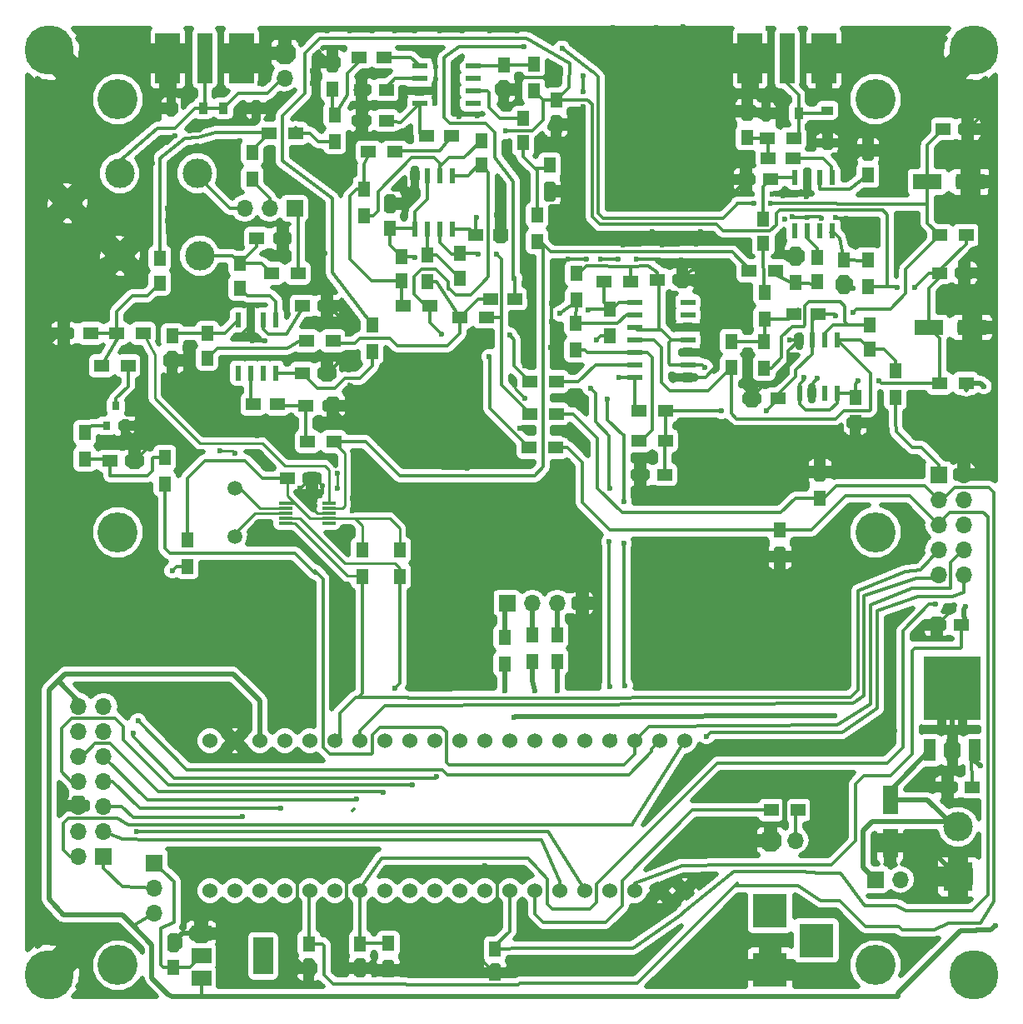
<source format=gbr>
G04 #@! TF.FileFunction,Copper,L1,Top,Signal*
%FSLAX46Y46*%
G04 Gerber Fmt 4.6, Leading zero omitted, Abs format (unit mm)*
G04 Created by KiCad (PCBNEW 4.0.7) date 10/24/19 10:15:09*
%MOMM*%
%LPD*%
G01*
G04 APERTURE LIST*
%ADD10C,0.100000*%
%ADD11C,1.524000*%
%ADD12R,2.500000X5.080000*%
%ADD13R,1.500000X5.080000*%
%ADD14R,1.300000X1.500000*%
%ADD15R,0.600000X1.550000*%
%ADD16C,3.000000*%
%ADD17R,1.700000X1.700000*%
%ADD18O,1.700000X1.700000*%
%ADD19R,1.400000X0.300000*%
%ADD20C,1.500000*%
%ADD21C,5.000000*%
%ADD22R,3.000000X3.000000*%
%ADD23C,4.064000*%
%ADD24R,3.500000X3.500000*%
%ADD25R,1.250000X1.500000*%
%ADD26R,1.500000X1.250000*%
%ADD27R,3.000000X1.600000*%
%ADD28R,1.600000X3.000000*%
%ADD29R,0.900000X1.200000*%
%ADD30R,1.200000X0.900000*%
%ADD31R,1.500000X1.300000*%
%ADD32R,1.500000X0.600000*%
%ADD33R,1.550000X0.600000*%
%ADD34R,1.200000X2.200000*%
%ADD35R,5.800000X6.400000*%
%ADD36R,2.750000X3.050000*%
%ADD37R,0.800000X0.900000*%
%ADD38R,2.000000X3.800000*%
%ADD39R,2.000000X1.500000*%
%ADD40C,0.600000*%
%ADD41C,0.350000*%
%ADD42C,0.250000*%
%ADD43C,0.500000*%
G04 APERTURE END LIST*
D10*
D11*
X69342000Y-138430000D03*
X71882000Y-138430000D03*
X74422000Y-138430000D03*
X76962000Y-138430000D03*
X79502000Y-138430000D03*
X82042000Y-138430000D03*
X84582000Y-138430000D03*
X87122000Y-138430000D03*
X89662000Y-138430000D03*
X92202000Y-138430000D03*
X94742000Y-138430000D03*
X97282000Y-138430000D03*
X99822000Y-138430000D03*
X102362000Y-138430000D03*
X104902000Y-138430000D03*
X107442000Y-138430000D03*
X109982000Y-138430000D03*
X112522000Y-138430000D03*
X115062000Y-138430000D03*
X117602000Y-138430000D03*
X69342000Y-123190000D03*
X71882000Y-123190000D03*
X74422000Y-123190000D03*
X76962000Y-123190000D03*
X79502000Y-123190000D03*
X82042000Y-123190000D03*
X84582000Y-123190000D03*
X87122000Y-123190000D03*
X89662000Y-123190000D03*
X92202000Y-123190000D03*
X94742000Y-123190000D03*
X97282000Y-123190000D03*
X99822000Y-123190000D03*
X102362000Y-123190000D03*
X104902000Y-123190000D03*
X107442000Y-123190000D03*
X109982000Y-123190000D03*
X112522000Y-123190000D03*
X115062000Y-123190000D03*
X117602000Y-123190000D03*
D12*
X72584000Y-53848000D03*
X65084000Y-53848000D03*
D13*
X68834000Y-53848000D03*
D14*
X73660000Y-66120000D03*
X73660000Y-63420000D03*
D15*
X132603240Y-65956200D03*
X131333240Y-65956200D03*
X130063240Y-65956200D03*
X128793240Y-65956200D03*
X128793240Y-71356200D03*
X130063240Y-71356200D03*
X131333240Y-71356200D03*
X132603240Y-71356200D03*
D16*
X68326000Y-73914000D03*
X60198000Y-73914000D03*
X54864000Y-68580000D03*
X60198000Y-65532000D03*
X68072000Y-65532000D03*
D17*
X143421100Y-96164400D03*
D18*
X145961100Y-96164400D03*
X143421100Y-98704400D03*
X145961100Y-98704400D03*
X143421100Y-101244400D03*
X145961100Y-101244400D03*
X143421100Y-103784400D03*
X145961100Y-103784400D03*
X143421100Y-106324400D03*
X145961100Y-106324400D03*
D17*
X99568000Y-109220000D03*
D18*
X102108000Y-109220000D03*
X104648000Y-109220000D03*
X107188000Y-109220000D03*
D19*
X77048000Y-99076000D03*
X77048000Y-99576000D03*
X77048000Y-100076000D03*
X77048000Y-100576000D03*
X77048000Y-101076000D03*
X81448000Y-101076000D03*
X81448000Y-100576000D03*
X81448000Y-100076000D03*
X81448000Y-99576000D03*
X81448000Y-99076000D03*
D20*
X71882000Y-97536000D03*
X71882000Y-102416000D03*
D21*
X53000000Y-53000000D03*
X147000000Y-53000000D03*
X53000000Y-147000000D03*
X147000000Y-147000000D03*
D22*
X145389600Y-137007600D03*
D16*
X145389600Y-131927600D03*
D17*
X137020300Y-137299700D03*
D18*
X139560300Y-137299700D03*
D23*
X60000000Y-102000000D03*
X60000000Y-146000000D03*
X137000000Y-102000000D03*
X137000000Y-146000000D03*
D24*
X126288800Y-140474700D03*
X126288800Y-146474700D03*
X130988800Y-143474700D03*
D17*
X76962000Y-53340000D03*
D18*
X76962000Y-55880000D03*
D17*
X77978000Y-69088000D03*
D18*
X75438000Y-69088000D03*
X72898000Y-69088000D03*
D17*
X126339600Y-133324600D03*
D18*
X128879600Y-133324600D03*
D25*
X104561640Y-58084400D03*
X104561640Y-60584400D03*
D26*
X79736000Y-96520000D03*
X77236000Y-96520000D03*
X143545240Y-75666600D03*
X146045240Y-75666600D03*
D27*
X142417440Y-81203800D03*
X146817440Y-81203800D03*
D26*
X143900840Y-61036200D03*
X146400840Y-61036200D03*
D25*
X64262000Y-76688000D03*
X64262000Y-74188000D03*
D27*
X142290440Y-66395600D03*
X146690440Y-66395600D03*
D26*
X87015640Y-53746400D03*
X84515640Y-53746400D03*
X87269640Y-57048400D03*
X84769640Y-57048400D03*
D25*
X72390000Y-77196000D03*
X72390000Y-74696000D03*
D26*
X78760000Y-78994000D03*
X81260000Y-78994000D03*
X128605600Y-64008000D03*
X126105600Y-64008000D03*
D25*
X136235440Y-65740600D03*
X136235440Y-63240600D03*
D26*
X84795040Y-60172600D03*
X87295040Y-60172600D03*
D25*
X65532000Y-84562000D03*
X65532000Y-82062000D03*
D26*
X123845000Y-66167000D03*
X126345000Y-66167000D03*
X93873640Y-61747400D03*
X91373640Y-61747400D03*
D25*
X69088000Y-84308000D03*
X69088000Y-81808000D03*
X125592840Y-72649400D03*
X125592840Y-70149400D03*
X101196140Y-59938600D03*
X101196140Y-62438600D03*
D26*
X73740960Y-89016840D03*
X76240960Y-89016840D03*
D25*
X99227640Y-57028400D03*
X99227640Y-54528400D03*
D26*
X81260000Y-85839300D03*
X78760000Y-85839300D03*
D25*
X131064000Y-74061000D03*
X131064000Y-76561000D03*
X133807200Y-76840400D03*
X133807200Y-74340400D03*
X88813640Y-76459400D03*
X88813640Y-73959400D03*
D26*
X97853180Y-78315820D03*
X100353180Y-78315820D03*
X128698940Y-79883000D03*
X131198940Y-79883000D03*
D25*
X96946720Y-64709360D03*
X96946720Y-62209360D03*
X94757240Y-73680000D03*
X94757240Y-76180000D03*
X136425940Y-83419000D03*
X136425940Y-80919000D03*
D26*
X96402840Y-71805800D03*
X98902840Y-71805800D03*
D25*
X134950200Y-88325640D03*
X134950200Y-90825640D03*
X79415640Y-143809400D03*
X79415640Y-146309400D03*
X84622640Y-143809400D03*
X84622640Y-146309400D03*
X98338640Y-144317400D03*
X98338640Y-146817400D03*
D26*
X117368640Y-76329540D03*
X114868640Y-76329540D03*
X145725200Y-111414560D03*
X143225200Y-111414560D03*
X59202000Y-94742000D03*
X61702000Y-94742000D03*
X115590640Y-96164400D03*
X113090640Y-96164400D03*
D25*
X87670640Y-71125400D03*
X87670640Y-68625400D03*
D28*
X138493500Y-129168800D03*
X138493500Y-133568800D03*
D26*
X146855500Y-127914400D03*
X144355500Y-127914400D03*
D29*
X70740000Y-58928000D03*
X74040000Y-58928000D03*
X65406000Y-58928000D03*
X68706000Y-58928000D03*
D30*
X132105400Y-59157600D03*
X132105400Y-62457600D03*
D29*
X125883400Y-59436000D03*
X129183400Y-59436000D03*
D31*
X143496040Y-86868000D03*
X146196040Y-86868000D03*
D14*
X67056000Y-102790000D03*
X67056000Y-105490000D03*
X102275640Y-54428400D03*
X102275640Y-57128400D03*
X85852000Y-83646000D03*
X85852000Y-80946000D03*
X136260840Y-74316600D03*
X136260840Y-77016600D03*
X88646000Y-106506000D03*
X88646000Y-103806000D03*
X84836000Y-106506000D03*
X84836000Y-103806000D03*
D31*
X146196040Y-71831200D03*
X143496040Y-71831200D03*
X127135880Y-88432640D03*
X124435880Y-88432640D03*
X74088000Y-72136000D03*
X76788000Y-72136000D03*
X112990640Y-89687400D03*
X115690640Y-89687400D03*
X75612000Y-75692000D03*
X78312000Y-75692000D03*
X79259440Y-92791280D03*
X81959440Y-92791280D03*
X112990640Y-92735400D03*
X115690640Y-92735400D03*
X78058000Y-61468000D03*
X75358000Y-61468000D03*
D14*
X82042000Y-59610000D03*
X82042000Y-62310000D03*
X81788000Y-56976000D03*
X81788000Y-54276000D03*
D31*
X81817200Y-89128600D03*
X79117200Y-89128600D03*
X59864000Y-81788000D03*
X62564000Y-81788000D03*
X58329840Y-85105240D03*
X61029840Y-85105240D03*
D14*
X123952000Y-61929000D03*
X123952000Y-59229000D03*
D31*
X125980200Y-62001400D03*
X128680200Y-62001400D03*
X85457040Y-63373000D03*
X88157040Y-63373000D03*
X81868000Y-82550000D03*
X79168000Y-82550000D03*
D14*
X125719840Y-80354160D03*
X125719840Y-77654160D03*
D31*
X89038440Y-78994000D03*
X91738440Y-78994000D03*
X94753440Y-80162400D03*
X97453440Y-80162400D03*
D14*
X122341640Y-82597000D03*
X122341640Y-85297000D03*
X85054440Y-69828400D03*
X85054440Y-67128400D03*
X91480640Y-73859400D03*
X91480640Y-76559400D03*
X125694440Y-85347800D03*
X125694440Y-82647800D03*
D31*
X104570520Y-89961720D03*
X101870520Y-89961720D03*
D14*
X139019280Y-88278960D03*
X139019280Y-85578960D03*
X131358640Y-95855800D03*
X131358640Y-98555800D03*
X87477600Y-146485600D03*
X87477600Y-143785600D03*
D31*
X104504480Y-93405960D03*
X101804480Y-93405960D03*
D14*
X127294640Y-104476540D03*
X127294640Y-101776540D03*
X110022640Y-82020400D03*
X110022640Y-79320400D03*
X106530140Y-83480900D03*
X106530140Y-80780900D03*
D31*
X109383840Y-76581000D03*
X112083840Y-76581000D03*
D14*
X106603800Y-78433920D03*
X106603800Y-75733920D03*
X56642000Y-91868000D03*
X56642000Y-94568000D03*
X64770000Y-94408000D03*
X64770000Y-97108000D03*
D31*
X54530000Y-81788000D03*
X57230000Y-81788000D03*
X104565440Y-86715600D03*
X101865440Y-86715600D03*
X129101840Y-130251200D03*
X126401840Y-130251200D03*
D32*
X112529640Y-78638400D03*
X112529640Y-79908400D03*
X112529640Y-81178400D03*
X112529640Y-82448400D03*
X112529640Y-83718400D03*
X112529640Y-84988400D03*
X112529640Y-86258400D03*
X117929640Y-86258400D03*
X117929640Y-84988400D03*
X117929640Y-83718400D03*
X117929640Y-82448400D03*
X117929640Y-81178400D03*
X117929640Y-79908400D03*
X117929640Y-78638400D03*
D33*
X90685640Y-54635400D03*
X90685640Y-55905400D03*
X90685640Y-57175400D03*
X90685640Y-58445400D03*
X96085640Y-58445400D03*
X96085640Y-57175400D03*
X96085640Y-55905400D03*
X96085640Y-54635400D03*
D15*
X76047600Y-80446900D03*
X74777600Y-80446900D03*
X73507600Y-80446900D03*
X72237600Y-80446900D03*
X72237600Y-85846900D03*
X73507600Y-85846900D03*
X74777600Y-85846900D03*
X76047600Y-85846900D03*
X94020640Y-65778400D03*
X92750640Y-65778400D03*
X91480640Y-65778400D03*
X90210640Y-65778400D03*
X90210640Y-71178400D03*
X91480640Y-71178400D03*
X92750640Y-71178400D03*
X94020640Y-71178400D03*
X133085840Y-82466200D03*
X131815840Y-82466200D03*
X130545840Y-82466200D03*
X129275840Y-82466200D03*
X129275840Y-87866200D03*
X130545840Y-87866200D03*
X131815840Y-87866200D03*
X133085840Y-87866200D03*
D34*
X142525400Y-124164200D03*
X144805400Y-124164200D03*
X147085400Y-124164200D03*
D35*
X144805400Y-117864200D03*
D36*
X146330400Y-116189200D03*
X143280400Y-119539200D03*
X143280400Y-116189200D03*
X146330400Y-119539200D03*
D25*
X65659000Y-146233200D03*
X65659000Y-143733200D03*
D17*
X63703200Y-135597900D03*
D18*
X63703200Y-138137900D03*
X63703200Y-140677900D03*
D37*
X58841600Y-91190320D03*
X60741600Y-91190320D03*
X59791600Y-89190320D03*
D38*
X74778000Y-145059400D03*
D39*
X68478000Y-145059400D03*
X68478000Y-147359400D03*
X68478000Y-142759400D03*
D12*
X131766000Y-53848000D03*
X124266000Y-53848000D03*
D13*
X128016000Y-53848000D03*
D14*
X102616000Y-69770000D03*
X102616000Y-72470000D03*
X103886000Y-67390000D03*
X103886000Y-64690000D03*
D31*
X126826000Y-75438000D03*
X124126000Y-75438000D03*
D14*
X128905000Y-73961000D03*
X128905000Y-76661000D03*
X104648000Y-112442000D03*
X104648000Y-115142000D03*
X102108000Y-112442000D03*
X102108000Y-115142000D03*
X99314000Y-112696000D03*
X99314000Y-115396000D03*
D23*
X60000000Y-58000000D03*
X137000000Y-58000000D03*
D17*
X58562240Y-134924800D03*
D18*
X56022240Y-134924800D03*
X58562240Y-132384800D03*
X56022240Y-132384800D03*
X58562240Y-129844800D03*
X56022240Y-129844800D03*
X58562240Y-127304800D03*
X56022240Y-127304800D03*
X58562240Y-124764800D03*
X56022240Y-124764800D03*
X58562240Y-122224800D03*
X56022240Y-122224800D03*
X58562240Y-119684800D03*
X56022240Y-119684800D03*
D40*
X99405440Y-61244480D03*
X96433640Y-70002400D03*
X141010640Y-77114400D03*
X139232640Y-77114400D03*
X119674640Y-85242400D03*
X129707640Y-86258400D03*
X137358120Y-86624160D03*
X135270240Y-86639400D03*
X52425600Y-70129400D03*
X52146200Y-71805800D03*
X51917600Y-73710800D03*
X51866800Y-75895200D03*
X51638200Y-77901800D03*
X51790600Y-79857600D03*
X52019200Y-82092800D03*
X53136800Y-82753200D03*
X54864000Y-57886600D03*
X56108600Y-56438800D03*
X57785000Y-54991000D03*
X59436000Y-54076600D03*
X55219600Y-60502800D03*
X57810400Y-61696600D03*
X60858400Y-61620400D03*
X62941200Y-60401200D03*
X63423800Y-58928000D03*
X62941200Y-56438800D03*
X61976000Y-54660800D03*
X139725400Y-54457600D03*
X137668000Y-54660800D03*
X134696200Y-55194200D03*
X134239000Y-56134000D03*
X133832600Y-58318400D03*
X133908800Y-59867800D03*
X133985000Y-61671200D03*
X122478800Y-67640200D03*
X141224000Y-60452000D03*
X141732000Y-58420000D03*
X141732000Y-56388000D03*
X140716000Y-62484000D03*
X138125200Y-63220600D03*
X139065000Y-62357000D03*
X134696200Y-64389000D03*
X134035800Y-63195200D03*
X122428000Y-57708800D03*
X123774200Y-57556400D03*
X143090900Y-51879500D03*
X122174000Y-50800000D03*
X126111000Y-50800000D03*
X126365000Y-52197000D03*
X126365000Y-53848000D03*
X126492000Y-55626000D03*
X129667000Y-55499000D03*
X129794000Y-53848000D03*
X129540000Y-52578000D03*
X129540000Y-51181000D03*
X134366000Y-51054000D03*
X136271000Y-51308000D03*
X138049000Y-51435000D03*
X139700000Y-51435000D03*
X140970000Y-51181000D03*
X141732000Y-54356000D03*
X65278000Y-72136000D03*
X65024000Y-70358000D03*
X65024000Y-69088000D03*
X65278000Y-67056000D03*
X65278000Y-65278000D03*
X65786000Y-64262000D03*
X66802000Y-63246000D03*
X68072000Y-62738000D03*
X69596000Y-62484000D03*
X71120000Y-62484000D03*
X72390000Y-62230000D03*
X73660000Y-60198000D03*
X72136000Y-60198000D03*
X70612000Y-60452000D03*
X68834000Y-60706000D03*
X67310000Y-61214000D03*
X65786000Y-61722000D03*
X64516000Y-62484000D03*
X63500000Y-63246000D03*
X62992000Y-72390000D03*
X62992000Y-70866000D03*
X62992000Y-69088000D03*
X63246000Y-67564000D03*
X63246000Y-66294000D03*
X63500000Y-64516000D03*
X57150000Y-71882000D03*
X56642000Y-70866000D03*
X53340000Y-61722000D03*
X53594000Y-64516000D03*
X53594000Y-67310000D03*
X62484000Y-51816000D03*
X67056000Y-55372000D03*
X67056000Y-52070000D03*
X67056000Y-53848000D03*
X70358000Y-55626000D03*
X70612000Y-54102000D03*
X70358000Y-52070000D03*
X105410000Y-51562000D03*
X103124000Y-51308000D03*
X100584000Y-51054000D03*
X97790000Y-51054000D03*
X94996000Y-51054000D03*
X92710000Y-51054000D03*
X90170000Y-51054000D03*
X88138000Y-51054000D03*
X85852000Y-51054000D03*
X83566000Y-51054000D03*
X81280000Y-51054000D03*
X78740000Y-51054000D03*
X76454000Y-51308000D03*
X74422000Y-56388000D03*
X74676000Y-54102000D03*
X74676000Y-52324000D03*
X83566000Y-61976000D03*
X84836000Y-55626000D03*
X80518000Y-98298000D03*
X78486000Y-97536000D03*
X78994000Y-98806000D03*
X75692000Y-105410000D03*
X77724000Y-105918000D03*
X80010000Y-104394000D03*
X81280000Y-105664000D03*
X82804000Y-103378000D03*
X83312000Y-101600000D03*
X83820000Y-99822000D03*
X83820000Y-98552000D03*
X70104000Y-80264000D03*
X68326000Y-80010000D03*
X66548000Y-80010000D03*
X64516000Y-80010000D03*
X64770000Y-87376000D03*
X65786000Y-88392000D03*
X66802000Y-89662000D03*
X68326000Y-91186000D03*
X69850000Y-91948000D03*
X71882000Y-91948000D03*
X74168000Y-92202000D03*
X75946000Y-92710000D03*
X76708000Y-93726000D03*
X105664000Y-94996000D03*
X104394000Y-96012000D03*
X103124000Y-97282000D03*
X100076000Y-97790000D03*
X97282000Y-97282000D03*
X94488000Y-98044000D03*
X92202000Y-97536000D03*
X89916000Y-97536000D03*
X88138000Y-97536000D03*
X86614000Y-96520000D03*
X85344000Y-95250000D03*
X84328000Y-93980000D03*
X100076000Y-64516000D03*
X101346000Y-65786000D03*
X101092000Y-68072000D03*
X101092000Y-69596000D03*
X101092000Y-71882000D03*
X101092000Y-74168000D03*
X101600000Y-76454000D03*
X101854000Y-78486000D03*
X102108000Y-80264000D03*
X102108000Y-81534000D03*
X101854000Y-83058000D03*
X101346000Y-85090000D03*
X100330000Y-86868000D03*
X101346000Y-88392000D03*
X100838000Y-91440000D03*
X101854000Y-91948000D03*
X100076000Y-95250000D03*
X98044000Y-95250000D03*
X95504000Y-95504000D03*
X92710000Y-95250000D03*
X89662000Y-94996000D03*
X88138000Y-93980000D03*
X86614000Y-92964000D03*
X85852000Y-91694000D03*
X83820000Y-91440000D03*
X62738000Y-85598000D03*
X62484000Y-87376000D03*
X62738000Y-89154000D03*
X64008000Y-91186000D03*
X65532000Y-92456000D03*
X67564000Y-93726000D03*
X70358000Y-93726000D03*
X71882000Y-93980000D03*
X73660000Y-93980000D03*
X74676000Y-94742000D03*
X80772000Y-97282000D03*
X82296000Y-96012000D03*
X82296000Y-97536000D03*
X138176000Y-119634000D03*
X138176000Y-117856000D03*
X138176000Y-116078000D03*
X138430000Y-114300000D03*
X138430000Y-112776000D03*
X143510000Y-112776000D03*
X138938000Y-122174000D03*
X137668000Y-123190000D03*
X134620000Y-124206000D03*
X132842000Y-127000000D03*
X130556000Y-127762000D03*
X128778000Y-128270000D03*
X127508000Y-131572000D03*
X122936000Y-132842000D03*
X120650000Y-132080000D03*
X118364000Y-133350000D03*
X116586000Y-134874000D03*
X97282000Y-135890000D03*
X93980000Y-136398000D03*
X91948000Y-136398000D03*
X89916000Y-136398000D03*
X87630000Y-136398000D03*
X80264000Y-63246000D03*
X80518000Y-64262000D03*
X80772000Y-66040000D03*
X80264000Y-69850000D03*
X80772000Y-72136000D03*
X81026000Y-73660000D03*
X80518000Y-75184000D03*
X80264000Y-76962000D03*
X62738000Y-92964000D03*
X61468000Y-92202000D03*
X52578000Y-78740000D03*
X53594000Y-77724000D03*
X54864000Y-76708000D03*
X56134000Y-75692000D03*
X77470000Y-84328000D03*
X75946000Y-84328000D03*
X74676000Y-84328000D03*
X73406000Y-84328000D03*
X72390000Y-84328000D03*
X72136000Y-82296000D03*
X73660000Y-82550000D03*
X74930000Y-82550000D03*
X80010000Y-57912000D03*
X79756000Y-56388000D03*
X79756000Y-55118000D03*
X80010000Y-53594000D03*
X83540600Y-85552280D03*
X62417960Y-79489300D03*
X83362800Y-81884520D03*
X83195160Y-80284320D03*
X83652360Y-89159080D03*
X83652360Y-87091520D03*
X83439000Y-83743800D03*
X144719040Y-109951520D03*
X83235800Y-137129520D03*
X78232000Y-136458960D03*
X86106000Y-145338800D03*
X86055200Y-147015200D03*
X127254000Y-73406000D03*
X127127000Y-72390000D03*
X127508000Y-71501000D03*
X120777000Y-82677000D03*
X120904000Y-81026000D03*
X121793000Y-79248000D03*
X121793000Y-77597000D03*
X122174000Y-76073000D03*
X122047000Y-74422000D03*
X121412000Y-59055000D03*
X121412000Y-60579000D03*
X121285000Y-61976000D03*
X121031000Y-63373000D03*
X121031000Y-65151000D03*
X120523000Y-67564000D03*
X120523000Y-69215000D03*
X119253000Y-71501000D03*
X121539000Y-57023000D03*
X121285000Y-51816000D03*
X121920000Y-53340000D03*
X121539000Y-55245000D03*
X109855000Y-51689000D03*
X109220000Y-52578000D03*
X108204000Y-53975000D03*
X107315000Y-55626000D03*
X107315000Y-57277000D03*
X107315000Y-58801000D03*
X107061000Y-59563000D03*
X106807000Y-60833000D03*
X106553000Y-62357000D03*
X104190800Y-74599800D03*
X105643680Y-92202000D03*
X104775000Y-91729560D03*
X105745280Y-88574880D03*
X104719120Y-88265000D03*
X104241600Y-84963000D03*
X103977440Y-83251040D03*
X104053640Y-80584040D03*
X104089200Y-78714600D03*
X104129840Y-76393040D03*
X148818600Y-69189600D03*
X148361400Y-58940700D03*
X143357600Y-54063900D03*
X144221200Y-55321200D03*
X145516600Y-56807100D03*
X146773900Y-56857900D03*
X148107400Y-57111900D03*
X148475700Y-60617100D03*
X148475700Y-62407800D03*
X148628100Y-64160400D03*
X148780500Y-65189100D03*
X148666200Y-67398900D03*
X120904000Y-50800000D03*
X118872000Y-50800000D03*
X117434360Y-50657760D03*
X114726720Y-50698400D03*
X112958880Y-50779680D03*
X110317280Y-50718720D03*
X108204000Y-51043840D03*
X68618100Y-140677900D03*
X77660500Y-146392900D03*
X96514920Y-59679840D03*
X94686120Y-59756040D03*
X94366080Y-58536840D03*
X94990920Y-53644800D03*
X94396560Y-54574440D03*
X94198440Y-56083200D03*
X94259400Y-57241440D03*
X92186760Y-58460640D03*
X92323920Y-53614320D03*
X92339160Y-54665880D03*
X92308680Y-55930800D03*
X92247720Y-57104280D03*
X128991360Y-67757040D03*
X127650240Y-67787520D03*
X126507240Y-67650360D03*
X124508260Y-67678300D03*
X127741680Y-70180200D03*
X128549400Y-69936360D03*
X140467080Y-70088760D03*
X139095480Y-70119240D03*
X136916160Y-70164960D03*
X135392160Y-70195440D03*
X134005320Y-70088760D03*
X132938520Y-69982080D03*
X131521200Y-70073520D03*
X130042920Y-69982080D03*
X129997200Y-67894200D03*
X105082340Y-72560180D03*
X106283760Y-72560180D03*
X107848400Y-72644000D03*
X109776260Y-72644000D03*
X111368840Y-72783700D03*
X113073180Y-72699880D03*
X115364260Y-72839580D03*
X116900960Y-72755760D03*
X118828820Y-72699880D03*
X120449340Y-72532240D03*
X121427240Y-75102720D03*
X119415560Y-74599800D03*
X117320060Y-74348340D03*
X115224560Y-74404220D03*
X112709960Y-74264520D03*
X110837980Y-74292460D03*
X109049820Y-74236580D03*
X107652820Y-74264520D03*
X105724960Y-74292460D03*
X105029000Y-62611000D03*
X105156000Y-63627000D03*
X105283000Y-65278000D03*
X105283000Y-67310000D03*
X105283000Y-68453000D03*
X105410000Y-70358000D03*
X104272080Y-71749920D03*
X99019360Y-136768840D03*
X95778320Y-146796760D03*
X51968400Y-130190240D03*
X144792700Y-126047500D03*
X113492280Y-97845880D03*
X116481860Y-86334600D03*
X119440960Y-76098400D03*
X114223800Y-51549300D03*
X114338100Y-72618600D03*
X114300000Y-71501000D03*
X114376200Y-68160900D03*
X114528600Y-65836800D03*
X114482880Y-62199520D03*
X114300000Y-60769500D03*
X114223800Y-57785000D03*
X114223800Y-56235600D03*
X114185700Y-54406800D03*
X114223800Y-52616100D03*
X128816100Y-104241600D03*
X133416040Y-95707200D03*
X103952040Y-55829200D03*
X136540240Y-91186000D03*
X98465640Y-69748400D03*
X98719640Y-70383400D03*
X89067640Y-68351400D03*
X89956640Y-67081400D03*
X131104640Y-86385400D03*
X119674640Y-80416400D03*
X123525280Y-87147400D03*
X134747000Y-77216000D03*
X128290320Y-82433160D03*
X97764600Y-84162900D03*
X92918280Y-81899760D03*
X99822000Y-81991200D03*
X98488500Y-73761600D03*
X96659700Y-73761600D03*
X143068040Y-109347000D03*
X111539020Y-117632480D03*
X111424720Y-103154480D03*
X111404400Y-98869500D03*
X107838240Y-79385160D03*
X109766100Y-88468200D03*
X119852440Y-122758200D03*
X88138000Y-117856000D03*
X100279200Y-120853200D03*
X132857240Y-120624600D03*
X99314000Y-118110000D03*
X149199600Y-141960600D03*
X147690840Y-125730000D03*
X148021040Y-87198200D03*
X65532000Y-105918000D03*
X146192240Y-109550200D03*
X72644000Y-130860800D03*
X76581000Y-130022600D03*
X109971840Y-117655340D03*
X109943900Y-102958900D03*
X109999780Y-97510600D03*
X108013500Y-87363300D03*
X104927400Y-79781400D03*
X110911640Y-86258400D03*
X108625640Y-82448400D03*
X61874400Y-132461000D03*
X89916000Y-127647700D03*
X84226400Y-129082800D03*
X86969600Y-128409700D03*
X101254560Y-52669440D03*
X105156000Y-52832000D03*
X124642880Y-68559680D03*
X126349760Y-68559680D03*
X100276660Y-76220320D03*
X90162380Y-74068940D03*
X121325640Y-89687400D03*
X125897640Y-89687400D03*
X134680960Y-79674720D03*
X132933440Y-79979520D03*
X104648000Y-118110000D03*
X102362000Y-118110000D03*
X92392500Y-126834900D03*
X61569600Y-122453400D03*
X62039500Y-121170700D03*
D41*
X83972400Y-130175000D02*
X83809840Y-130327400D01*
X80772000Y-51816000D02*
X80518000Y-51816000D01*
X78994000Y-57404000D02*
X76708000Y-59690000D01*
X78994000Y-53340000D02*
X78994000Y-57404000D01*
X80518000Y-51816000D02*
X78994000Y-53340000D01*
X101492000Y-51816000D02*
X80772000Y-51816000D01*
X105810000Y-56800000D02*
X105918000Y-54356000D01*
X105918000Y-54356000D02*
X101492000Y-51816000D01*
X104561640Y-58048360D02*
X105810000Y-56800000D01*
X81788000Y-75612000D02*
X85852000Y-80946000D01*
X76708000Y-59690000D02*
X76708000Y-64262000D01*
X76708000Y-64262000D02*
X81788000Y-68072000D01*
X81788000Y-68072000D02*
X81788000Y-75612000D01*
X104561640Y-58084400D02*
X104561640Y-58048360D01*
X104561640Y-58084400D02*
X107741400Y-58084400D01*
X121528840Y-71399400D02*
X126253240Y-71399400D01*
X126253240Y-71399400D02*
X126935063Y-70746948D01*
X138216640Y-70774560D02*
X138216640Y-77016600D01*
X126935063Y-69615217D02*
X127307340Y-69242940D01*
X127307340Y-69242940D02*
X137731500Y-69242940D01*
X137731500Y-69242940D02*
X138224260Y-69735700D01*
X138224260Y-69735700D02*
X138224260Y-70774560D01*
X138224260Y-70774560D02*
X138216640Y-70774560D01*
X126935063Y-70746948D02*
X126935063Y-69615217D01*
X120868440Y-70739000D02*
X121528840Y-71399400D01*
X108966000Y-70739000D02*
X120868440Y-70739000D01*
X108204000Y-69977000D02*
X108966000Y-70739000D01*
X108204000Y-58547000D02*
X108204000Y-69977000D01*
X107741400Y-58084400D02*
X108204000Y-58547000D01*
X103231640Y-60105600D02*
X102095300Y-61241940D01*
X102095300Y-61241940D02*
X99407980Y-61241940D01*
X103231640Y-60105600D02*
X103231640Y-58084400D01*
X99405440Y-61244480D02*
X99407980Y-61241940D01*
X96402840Y-71805800D02*
X96402840Y-70033200D01*
X96402840Y-70033200D02*
X96433640Y-70002400D01*
X104561640Y-58084400D02*
X104846440Y-58084400D01*
X112083840Y-76581000D02*
X112074960Y-74996040D01*
X112074960Y-74996040D02*
X112045760Y-74996040D01*
X106603800Y-75733920D02*
X106887000Y-75733920D01*
X106887000Y-75733920D02*
X107670600Y-74970640D01*
X107670600Y-74970640D02*
X112045760Y-74996040D01*
X112045760Y-74996040D02*
X113858040Y-74950320D01*
X113858040Y-74950320D02*
X114868640Y-75585000D01*
X114868640Y-75585000D02*
X114868640Y-76329540D01*
X136260840Y-77016600D02*
X138216640Y-77016600D01*
X138216640Y-77016600D02*
X139134840Y-77016600D01*
X142458440Y-75666600D02*
X143545240Y-75666600D01*
X141010640Y-77114400D02*
X142458440Y-75666600D01*
X139134840Y-77016600D02*
X139232640Y-77114400D01*
X102068640Y-57128400D02*
X102275640Y-57128400D01*
X114975640Y-81432400D02*
X114975640Y-76436540D01*
X114975640Y-76436540D02*
X114868640Y-76329540D01*
X129275840Y-87866200D02*
X129275840Y-86944200D01*
X119420640Y-84988400D02*
X117929640Y-84988400D01*
X119674640Y-85242400D02*
X119420640Y-84988400D01*
X129707640Y-86512400D02*
X129707640Y-86258400D01*
X129275840Y-86944200D02*
X129707640Y-86512400D01*
X117929640Y-84988400D02*
X116118640Y-84988400D01*
X115991640Y-82702400D02*
X116245640Y-82448400D01*
X115991640Y-84861400D02*
X115991640Y-82702400D01*
X116118640Y-84988400D02*
X115991640Y-84861400D01*
X117929640Y-82448400D02*
X116245640Y-82448400D01*
X115229640Y-81432400D02*
X114975640Y-81432400D01*
X114975640Y-81432400D02*
X112783640Y-81432400D01*
X116245640Y-82448400D02*
X115229640Y-81432400D01*
X112783640Y-81432400D02*
X112529640Y-81178400D01*
X113070640Y-81305400D02*
X112783640Y-81432400D01*
X134950200Y-88325640D02*
X134950200Y-86959440D01*
X137601960Y-86868000D02*
X143496040Y-86868000D01*
X137358120Y-86624160D02*
X137601960Y-86868000D01*
X134950200Y-86959440D02*
X135270240Y-86639400D01*
X133085840Y-87866200D02*
X134490760Y-87866200D01*
X134490760Y-87866200D02*
X134950200Y-88325640D01*
X129275840Y-87866200D02*
X129275840Y-88960960D01*
X133085840Y-88869520D02*
X133085840Y-87866200D01*
X132349240Y-89606120D02*
X133085840Y-88869520D01*
X129921000Y-89606120D02*
X132349240Y-89606120D01*
X129275840Y-88960960D02*
X129921000Y-89606120D01*
X94020640Y-71178400D02*
X95775440Y-71178400D01*
X95775440Y-71178400D02*
X96402840Y-71805800D01*
X143545240Y-75666600D02*
X143545240Y-75341800D01*
X143545240Y-75341800D02*
X146196040Y-72691000D01*
X146196040Y-72691000D02*
X146196040Y-71831200D01*
X143545240Y-75666600D02*
X143545240Y-76078400D01*
X143545240Y-76078400D02*
X142417440Y-77206200D01*
X142417440Y-77206200D02*
X142417440Y-81203800D01*
X143496040Y-86868000D02*
X143496040Y-82282400D01*
X143496040Y-82282400D02*
X142417440Y-81203800D01*
X104561640Y-58084400D02*
X103231640Y-58084400D01*
X103231640Y-58084400D02*
X102275640Y-57128400D01*
X71882000Y-123190000D02*
X71882000Y-122466100D01*
X54864000Y-68580000D02*
X53975000Y-68580000D01*
X53975000Y-68580000D02*
X52425600Y-70129400D01*
X52146200Y-71805800D02*
X51917600Y-72034400D01*
X51917600Y-72034400D02*
X51917600Y-73710800D01*
X51866800Y-75895200D02*
X51638200Y-76123800D01*
X51638200Y-76123800D02*
X51638200Y-77901800D01*
X51790600Y-79857600D02*
X52019200Y-80086200D01*
X52019200Y-80086200D02*
X52019200Y-82092800D01*
X53136800Y-82753200D02*
X54102000Y-81788000D01*
X54102000Y-81788000D02*
X54530000Y-81788000D01*
X60452000Y-53136800D02*
X60375800Y-53136800D01*
X60375800Y-53136800D02*
X59436000Y-54076600D01*
X54864000Y-57886600D02*
X56108600Y-56642000D01*
X56108600Y-56642000D02*
X56108600Y-56438800D01*
X57785000Y-54991000D02*
X58699400Y-54076600D01*
X58699400Y-54076600D02*
X59436000Y-54076600D01*
X60452000Y-53086000D02*
X60452000Y-53136800D01*
X56616600Y-60502800D02*
X55219600Y-60502800D01*
X57810400Y-61696600D02*
X56616600Y-60502800D01*
X61722000Y-61620400D02*
X60858400Y-61620400D01*
X62941200Y-60401200D02*
X61722000Y-61620400D01*
X63423800Y-56921400D02*
X63423800Y-58928000D01*
X62941200Y-56438800D02*
X63423800Y-56921400D01*
X60452000Y-53136800D02*
X61976000Y-54660800D01*
X139827000Y-54356000D02*
X141732000Y-54356000D01*
X139725400Y-54457600D02*
X139827000Y-54356000D01*
X135229600Y-54660800D02*
X137668000Y-54660800D01*
X134696200Y-55194200D02*
X135229600Y-54660800D01*
X134239000Y-57912000D02*
X134239000Y-56134000D01*
X133832600Y-58318400D02*
X134239000Y-57912000D01*
X133908800Y-61595000D02*
X133908800Y-59867800D01*
X133985000Y-61671200D02*
X133908800Y-61595000D01*
X123845000Y-66167000D02*
X123845000Y-66274000D01*
X123845000Y-66274000D02*
X122478800Y-67640200D01*
X136235440Y-63240600D02*
X138105200Y-63240600D01*
X141224000Y-60452000D02*
X141732000Y-59944000D01*
X141732000Y-59944000D02*
X141732000Y-58420000D01*
X141732000Y-56388000D02*
X141732000Y-54356000D01*
X138105200Y-63240600D02*
X138125200Y-63220600D01*
X139065000Y-62357000D02*
X139192000Y-62484000D01*
X139192000Y-62484000D02*
X140716000Y-62484000D01*
X132105400Y-62457600D02*
X133298200Y-62457600D01*
X134696200Y-64389000D02*
X135844600Y-63240600D01*
X133298200Y-62457600D02*
X134035800Y-63195200D01*
X135844600Y-63240600D02*
X136235440Y-63240600D01*
X123952000Y-59229000D02*
X123952000Y-57734200D01*
X121742200Y-57023000D02*
X121539000Y-57023000D01*
X122428000Y-57708800D02*
X121742200Y-57023000D01*
X123952000Y-57734200D02*
X123774200Y-57556400D01*
X140970000Y-51181000D02*
X142392400Y-51181000D01*
X143357600Y-54063900D02*
X143357600Y-52146200D01*
X143090900Y-51879500D02*
X143357600Y-52146200D01*
X126111000Y-50800000D02*
X126365000Y-51054000D01*
X126365000Y-51054000D02*
X126365000Y-52197000D01*
X126365000Y-53848000D02*
X126492000Y-53975000D01*
X126492000Y-53975000D02*
X126492000Y-55626000D01*
X129667000Y-55499000D02*
X129794000Y-55372000D01*
X129794000Y-55372000D02*
X129794000Y-53848000D01*
X129540000Y-52578000D02*
X129540000Y-51181000D01*
X134366000Y-51054000D02*
X134620000Y-51308000D01*
X134620000Y-51308000D02*
X136271000Y-51308000D01*
X138049000Y-51435000D02*
X139700000Y-51435000D01*
X122174000Y-50800000D02*
X120904000Y-50800000D01*
X142392400Y-51181000D02*
X143090900Y-51879500D01*
X141732000Y-54356000D02*
X143065500Y-54356000D01*
X143065500Y-54356000D02*
X143357600Y-54063900D01*
X121412000Y-59436000D02*
X123541800Y-59639200D01*
X123541800Y-59639200D02*
X123952000Y-59229000D01*
X148361400Y-58940700D02*
X148361400Y-59075640D01*
X148361400Y-59075640D02*
X146400840Y-61036200D01*
X65024000Y-71628000D02*
X65024000Y-70358000D01*
X65024000Y-69088000D02*
X65024000Y-71628000D01*
X65278000Y-65278000D02*
X65278000Y-67056000D01*
X66802000Y-63246000D02*
X65786000Y-64262000D01*
X69342000Y-62738000D02*
X68072000Y-62738000D01*
X69596000Y-62484000D02*
X69342000Y-62738000D01*
X72136000Y-62484000D02*
X71120000Y-62484000D01*
X72390000Y-62230000D02*
X72136000Y-62484000D01*
X63500000Y-63246000D02*
X63500000Y-64516000D01*
X74040000Y-59818000D02*
X73660000Y-60198000D01*
X72136000Y-60198000D02*
X71882000Y-60452000D01*
X71882000Y-60452000D02*
X70612000Y-60452000D01*
X68834000Y-60706000D02*
X68326000Y-61214000D01*
X68326000Y-61214000D02*
X67310000Y-61214000D01*
X65786000Y-61722000D02*
X65024000Y-62484000D01*
X65024000Y-62484000D02*
X64516000Y-62484000D01*
X74040000Y-58928000D02*
X74040000Y-59818000D01*
X62992000Y-72390000D02*
X61468000Y-73914000D01*
X62992000Y-69088000D02*
X62992000Y-70866000D01*
X63246000Y-66294000D02*
X63246000Y-67564000D01*
X61468000Y-73914000D02*
X60198000Y-73914000D01*
X54864000Y-68580000D02*
X54864000Y-69088000D01*
X54864000Y-69088000D02*
X56642000Y-70866000D01*
X57150000Y-71882000D02*
X59182000Y-73914000D01*
X59182000Y-73914000D02*
X60198000Y-73914000D01*
X53594000Y-67310000D02*
X54864000Y-68580000D01*
X53340000Y-61722000D02*
X53594000Y-61976000D01*
X53594000Y-61976000D02*
X53594000Y-64516000D01*
X61214000Y-53086000D02*
X60452000Y-53086000D01*
X62484000Y-51816000D02*
X61214000Y-53086000D01*
X67056000Y-52070000D02*
X67056000Y-53848000D01*
X70612000Y-52324000D02*
X70612000Y-54102000D01*
X70358000Y-52070000D02*
X70612000Y-52324000D01*
X76454000Y-51308000D02*
X75692000Y-51308000D01*
X103378000Y-51562000D02*
X105410000Y-51562000D01*
X103124000Y-51308000D02*
X103378000Y-51562000D01*
X97790000Y-51054000D02*
X100584000Y-51054000D01*
X92710000Y-51054000D02*
X94996000Y-51054000D01*
X88138000Y-51054000D02*
X90170000Y-51054000D01*
X83566000Y-51054000D02*
X85852000Y-51054000D01*
X78740000Y-51054000D02*
X81280000Y-51054000D01*
X74422000Y-54356000D02*
X74422000Y-56388000D01*
X74676000Y-54102000D02*
X74422000Y-54356000D01*
X75692000Y-51308000D02*
X74676000Y-52324000D01*
X84795040Y-60172600D02*
X84795040Y-60746960D01*
X84795040Y-60746960D02*
X83566000Y-61976000D01*
X84769640Y-57048400D02*
X84769640Y-55692360D01*
X84769640Y-55692360D02*
X84836000Y-55626000D01*
X76962000Y-53340000D02*
X77276960Y-53340000D01*
X80772000Y-97282000D02*
X80772000Y-98044000D01*
X80772000Y-98044000D02*
X80518000Y-98298000D01*
D42*
X79502000Y-96520000D02*
X78486000Y-97536000D01*
D41*
X77216000Y-105410000D02*
X75692000Y-105410000D01*
X77724000Y-105918000D02*
X77216000Y-105410000D01*
X81280000Y-105664000D02*
X80010000Y-104394000D01*
X82804000Y-102108000D02*
X82804000Y-103378000D01*
X83312000Y-101600000D02*
X82804000Y-102108000D01*
X83820000Y-98552000D02*
X83820000Y-99822000D01*
X68580000Y-80264000D02*
X70104000Y-80264000D01*
X68326000Y-80010000D02*
X68580000Y-80264000D01*
X64516000Y-80010000D02*
X66548000Y-80010000D01*
D42*
X65532000Y-86614000D02*
X65532000Y-84562000D01*
X64770000Y-87376000D02*
X65532000Y-86614000D01*
X65786000Y-88646000D02*
X65786000Y-88392000D01*
X66802000Y-89662000D02*
X65786000Y-88646000D01*
X69088000Y-91186000D02*
X68326000Y-91186000D01*
X69850000Y-91948000D02*
X69088000Y-91186000D01*
X73914000Y-91948000D02*
X71882000Y-91948000D01*
X74168000Y-92202000D02*
X73914000Y-91948000D01*
X75946000Y-92964000D02*
X75946000Y-92710000D01*
X76708000Y-93726000D02*
X75946000Y-92964000D01*
X105410000Y-94996000D02*
X105664000Y-94996000D01*
X104394000Y-96012000D02*
X105410000Y-94996000D01*
X100584000Y-97282000D02*
X103124000Y-97282000D01*
X100076000Y-97790000D02*
X100584000Y-97282000D01*
X95250000Y-97282000D02*
X97282000Y-97282000D01*
X94488000Y-98044000D02*
X95250000Y-97282000D01*
X89916000Y-97536000D02*
X92202000Y-97536000D01*
X87630000Y-97536000D02*
X88138000Y-97536000D01*
X86614000Y-96520000D02*
X87630000Y-97536000D01*
X85344000Y-94996000D02*
X85344000Y-95250000D01*
X84328000Y-93980000D02*
X85344000Y-94996000D01*
X81817200Y-89128600D02*
X81817200Y-89437200D01*
X81817200Y-89437200D02*
X83820000Y-91440000D01*
X101346000Y-65786000D02*
X100076000Y-64516000D01*
X101092000Y-69596000D02*
X101092000Y-68072000D01*
X101092000Y-74168000D02*
X101092000Y-71882000D01*
X101600000Y-78232000D02*
X101600000Y-76454000D01*
X101854000Y-78486000D02*
X101600000Y-78232000D01*
X102108000Y-81534000D02*
X102108000Y-80264000D01*
X101854000Y-84582000D02*
X101854000Y-83058000D01*
X101346000Y-85090000D02*
X101854000Y-84582000D01*
X100330000Y-87376000D02*
X100330000Y-86868000D01*
X101346000Y-88392000D02*
X100330000Y-87376000D01*
X101346000Y-91440000D02*
X100838000Y-91440000D01*
X101854000Y-91948000D02*
X101346000Y-91440000D01*
X98552000Y-95250000D02*
X100076000Y-95250000D01*
X98044000Y-95250000D02*
X98552000Y-95250000D01*
X92964000Y-95504000D02*
X95504000Y-95504000D01*
X92710000Y-95250000D02*
X92964000Y-95504000D01*
X89154000Y-94996000D02*
X89662000Y-94996000D01*
X88138000Y-93980000D02*
X89154000Y-94996000D01*
X86614000Y-92456000D02*
X86614000Y-92964000D01*
X85852000Y-91694000D02*
X86614000Y-92456000D01*
X62738000Y-87122000D02*
X62738000Y-85598000D01*
X62484000Y-87376000D02*
X62738000Y-87122000D01*
X62738000Y-89916000D02*
X62738000Y-89154000D01*
X64008000Y-91186000D02*
X62738000Y-89916000D01*
X66294000Y-92456000D02*
X65532000Y-92456000D01*
X67564000Y-93726000D02*
X66294000Y-92456000D01*
X71628000Y-93726000D02*
X70358000Y-93726000D01*
X71882000Y-93980000D02*
X71628000Y-93726000D01*
X73914000Y-93980000D02*
X73660000Y-93980000D01*
X74676000Y-94742000D02*
X73914000Y-93980000D01*
X80010000Y-96520000D02*
X80772000Y-97282000D01*
X82296000Y-97536000D02*
X82296000Y-96012000D01*
X79736000Y-96520000D02*
X79502000Y-96520000D01*
X79736000Y-96520000D02*
X80010000Y-96520000D01*
X79736000Y-96520000D02*
X79736000Y-99548000D01*
X80264000Y-100076000D02*
X81448000Y-100076000D01*
X79736000Y-99548000D02*
X80264000Y-100076000D01*
D43*
X143225200Y-111414560D02*
X143225200Y-112491200D01*
X138176000Y-116078000D02*
X138176000Y-117856000D01*
X138430000Y-112776000D02*
X138430000Y-114300000D01*
X143225200Y-112491200D02*
X143510000Y-112776000D01*
X135636000Y-123190000D02*
X137668000Y-123190000D01*
X134620000Y-124206000D02*
X135636000Y-123190000D01*
X131318000Y-127000000D02*
X132842000Y-127000000D01*
X130556000Y-127762000D02*
X131318000Y-127000000D01*
X127762000Y-129286000D02*
X128778000Y-128270000D01*
X127762000Y-131318000D02*
X127762000Y-129286000D01*
X127508000Y-131572000D02*
X127762000Y-131318000D01*
X121412000Y-132842000D02*
X122936000Y-132842000D01*
X120650000Y-132080000D02*
X121412000Y-132842000D01*
X118110000Y-133350000D02*
X118364000Y-133350000D01*
X116586000Y-134874000D02*
X118110000Y-133350000D01*
X98160840Y-136768840D02*
X99019360Y-136768840D01*
X97282000Y-135890000D02*
X98160840Y-136768840D01*
X91948000Y-136398000D02*
X93980000Y-136398000D01*
X87630000Y-136398000D02*
X89916000Y-136398000D01*
D41*
X81260000Y-78994000D02*
X81260000Y-77958000D01*
X80518000Y-65786000D02*
X80518000Y-64262000D01*
X80772000Y-66040000D02*
X80518000Y-65786000D01*
X80772000Y-72136000D02*
X80264000Y-69850000D01*
X80518000Y-74930000D02*
X81026000Y-73660000D01*
X80518000Y-75184000D02*
X80518000Y-74930000D01*
X81260000Y-77958000D02*
X80264000Y-76962000D01*
X62738000Y-92964000D02*
X62738000Y-93706000D01*
X62738000Y-93706000D02*
X61702000Y-94742000D01*
X60741600Y-91190320D02*
X60741600Y-91475600D01*
X60741600Y-91475600D02*
X61468000Y-92202000D01*
X60198000Y-73914000D02*
X59093100Y-73914000D01*
X59093100Y-73914000D02*
X56134000Y-75692000D01*
X53848000Y-77724000D02*
X53594000Y-77724000D01*
X54864000Y-76708000D02*
X53848000Y-77724000D01*
X74676000Y-84328000D02*
X75946000Y-84328000D01*
X72390000Y-84328000D02*
X73406000Y-84328000D01*
X73507600Y-80446900D02*
X73507600Y-80924400D01*
X73507600Y-80924400D02*
X72136000Y-82296000D01*
X73660000Y-82550000D02*
X74930000Y-82550000D01*
X81788000Y-54276000D02*
X80344000Y-53260000D01*
X79756000Y-55118000D02*
X79756000Y-56388000D01*
X80344000Y-53260000D02*
X80010000Y-53594000D01*
X60198000Y-73914000D02*
X60693300Y-73914000D01*
X81260000Y-79248000D02*
X83126580Y-80352900D01*
X83362800Y-81884520D02*
X83439000Y-81960720D01*
X83126580Y-80352900D02*
X83195160Y-80284320D01*
X81817200Y-89128600D02*
X83621880Y-89128600D01*
X83621880Y-89128600D02*
X83652360Y-89159080D01*
X83652360Y-87091520D02*
X83540600Y-86979760D01*
X83439000Y-83743800D02*
X81343500Y-85839300D01*
X81343500Y-85839300D02*
X81260000Y-85839300D01*
X143225200Y-111414560D02*
X143256000Y-111414560D01*
X143256000Y-111414560D02*
X144719040Y-109951520D01*
X84622640Y-146309400D02*
X83388520Y-146309400D01*
X83235800Y-140395960D02*
X83235800Y-137129520D01*
X82788760Y-140843000D02*
X83235800Y-140395960D01*
X82788760Y-145709640D02*
X82788760Y-140843000D01*
X83388520Y-146309400D02*
X82788760Y-145709640D01*
X79415640Y-146309400D02*
X79029880Y-146309400D01*
X79029880Y-146309400D02*
X77617320Y-144896840D01*
X78232000Y-140233400D02*
X78232000Y-136458960D01*
X77617320Y-140848080D02*
X78232000Y-140233400D01*
X77617320Y-144896840D02*
X77617320Y-140848080D01*
X87477600Y-146485600D02*
X86584800Y-146485600D01*
X86106000Y-145338800D02*
X85135400Y-146309400D01*
X86584800Y-146485600D02*
X86055200Y-147015200D01*
X85135400Y-146309400D02*
X84622640Y-146309400D01*
X128905000Y-73961000D02*
X128317000Y-73961000D01*
X128317000Y-73961000D02*
X127254000Y-73406000D01*
X127127000Y-72390000D02*
X127508000Y-72009000D01*
X127508000Y-72009000D02*
X127508000Y-71501000D01*
X120777000Y-81153000D02*
X120777000Y-82677000D01*
X120904000Y-81026000D02*
X120777000Y-81153000D01*
X121793000Y-77597000D02*
X121793000Y-79248000D01*
X122174000Y-74549000D02*
X122174000Y-76073000D01*
X122047000Y-74422000D02*
X122174000Y-74549000D01*
X118828820Y-72699880D02*
X118828820Y-71925180D01*
X121539000Y-58928000D02*
X121539000Y-57023000D01*
X121412000Y-59055000D02*
X121539000Y-58928000D01*
X121412000Y-61849000D02*
X121412000Y-60579000D01*
X121285000Y-61976000D02*
X121412000Y-61849000D01*
X121031000Y-65151000D02*
X121031000Y-63373000D01*
X120523000Y-69215000D02*
X120523000Y-67564000D01*
X118828820Y-71925180D02*
X119253000Y-71501000D01*
X121412000Y-51308000D02*
X120904000Y-50800000D01*
X121285000Y-51816000D02*
X121412000Y-51308000D01*
X121920000Y-54864000D02*
X121920000Y-53340000D01*
X121539000Y-55245000D02*
X121920000Y-54864000D01*
X110317280Y-51226720D02*
X110317280Y-50718720D01*
X109855000Y-51689000D02*
X110317280Y-51226720D01*
X109220000Y-52959000D02*
X109220000Y-52578000D01*
X108204000Y-53975000D02*
X109220000Y-52959000D01*
X107315000Y-57277000D02*
X107315000Y-55626000D01*
X107315000Y-59309000D02*
X107315000Y-58801000D01*
X107061000Y-59563000D02*
X107315000Y-59309000D01*
X106807000Y-62103000D02*
X106807000Y-60833000D01*
X106553000Y-62357000D02*
X106807000Y-62103000D01*
X105247440Y-92202000D02*
X105643680Y-92202000D01*
X104775000Y-91729560D02*
X105247440Y-92202000D01*
X105135680Y-88351360D02*
X105745280Y-88574880D01*
X104719120Y-88265000D02*
X105135680Y-88351360D01*
X104241600Y-83515200D02*
X104241600Y-84963000D01*
X103977440Y-83251040D02*
X104241600Y-83515200D01*
X104053640Y-78750160D02*
X104053640Y-80584040D01*
X104089200Y-78714600D02*
X104053640Y-78750160D01*
X104129840Y-74660760D02*
X104129840Y-76393040D01*
X104129840Y-74660760D02*
X104190800Y-74599800D01*
X120904000Y-50800000D02*
X120990360Y-50713640D01*
X144221200Y-55321200D02*
X145516600Y-56616600D01*
X145516600Y-56616600D02*
X145516600Y-56807100D01*
X146773900Y-56857900D02*
X147027900Y-57111900D01*
X147027900Y-57111900D02*
X148107400Y-57111900D01*
X148361400Y-58940700D02*
X148475700Y-59055000D01*
X148475700Y-59055000D02*
X148475700Y-60617100D01*
X148475700Y-62407800D02*
X148628100Y-62560200D01*
X148628100Y-62560200D02*
X148628100Y-64160400D01*
X148780500Y-65189100D02*
X148666200Y-65303400D01*
X148666200Y-65303400D02*
X148666200Y-67398900D01*
X117459760Y-50683160D02*
X118872000Y-50800000D01*
X117434360Y-50657760D02*
X117459760Y-50683160D01*
X113040160Y-50698400D02*
X114726720Y-50698400D01*
X112958880Y-50779680D02*
X113040160Y-50698400D01*
X108529120Y-50718720D02*
X110317280Y-50718720D01*
X108204000Y-51043840D02*
X108529120Y-50718720D01*
D43*
X68478000Y-142759400D02*
X68478000Y-140818000D01*
X68478000Y-140818000D02*
X68618100Y-140677900D01*
X65659000Y-143733200D02*
X65659000Y-143700500D01*
X65659000Y-143700500D02*
X66600100Y-142759400D01*
X66600100Y-142759400D02*
X68478000Y-142759400D01*
D41*
X79415640Y-146309400D02*
X77744000Y-146309400D01*
X77744000Y-146309400D02*
X77660500Y-146392900D01*
X60198000Y-73914000D02*
X61099700Y-73914000D01*
X94686120Y-58856880D02*
X94686120Y-59756040D01*
X94366080Y-58536840D02*
X94686120Y-58856880D01*
X94990920Y-53980080D02*
X94990920Y-53644800D01*
X94396560Y-54574440D02*
X94990920Y-53980080D01*
X94198440Y-57180480D02*
X94198440Y-56083200D01*
X94259400Y-57241440D02*
X94198440Y-57180480D01*
X90685640Y-57175400D02*
X92176600Y-57175400D01*
X92323920Y-53614320D02*
X92247720Y-53538120D01*
X92339160Y-55900320D02*
X92339160Y-54665880D01*
X92308680Y-55930800D02*
X92339160Y-55900320D01*
X92176600Y-57175400D02*
X92247720Y-57104280D01*
X128991360Y-67757040D02*
X128960880Y-67787520D01*
X128960880Y-67787520D02*
X127650240Y-67787520D01*
X124508260Y-67678300D02*
X123845000Y-66202240D01*
X123845000Y-66202240D02*
X123845000Y-66167000D01*
X130042920Y-69982080D02*
X128595120Y-69982080D01*
X128595120Y-69982080D02*
X128549400Y-69936360D01*
X139125960Y-70088760D02*
X140467080Y-70088760D01*
X139095480Y-70119240D02*
X139125960Y-70088760D01*
X135422640Y-70164960D02*
X136916160Y-70164960D01*
X135392160Y-70195440D02*
X135422640Y-70164960D01*
X133045200Y-70088760D02*
X134005320Y-70088760D01*
X132938520Y-69982080D02*
X133045200Y-70088760D01*
X131414520Y-69966840D02*
X131521200Y-70073520D01*
X130058160Y-69966840D02*
X131414520Y-69966840D01*
X130042920Y-69982080D02*
X130058160Y-69966840D01*
X130063240Y-65956200D02*
X130063240Y-67828160D01*
X130063240Y-67828160D02*
X129997200Y-67894200D01*
X106283760Y-72560180D02*
X105082340Y-72560180D01*
X109776260Y-72644000D02*
X107848400Y-72644000D01*
X112989360Y-72783700D02*
X111368840Y-72783700D01*
X113073180Y-72699880D02*
X112989360Y-72783700D01*
X116817140Y-72839580D02*
X115364260Y-72839580D01*
X116900960Y-72755760D02*
X116817140Y-72839580D01*
X120281700Y-72699880D02*
X118828820Y-72699880D01*
X120449340Y-72532240D02*
X120281700Y-72699880D01*
X117368640Y-76329540D02*
X117368640Y-75988860D01*
X117368640Y-75988860D02*
X118912640Y-75102720D01*
X118912640Y-75102720D02*
X121427240Y-75102720D01*
X119415560Y-74599800D02*
X119164100Y-74348340D01*
X119164100Y-74348340D02*
X117320060Y-74348340D01*
X115224560Y-74404220D02*
X115084860Y-74264520D01*
X115084860Y-74264520D02*
X112709960Y-74264520D01*
X110837980Y-74292460D02*
X110782100Y-74236580D01*
X110782100Y-74236580D02*
X109049820Y-74236580D01*
X107652820Y-74264520D02*
X107624880Y-74292460D01*
X107624880Y-74292460D02*
X105724960Y-74292460D01*
X104561640Y-60584400D02*
X104561640Y-61412120D01*
X104561640Y-61412120D02*
X105029000Y-62611000D01*
X105156000Y-63627000D02*
X105359200Y-63830200D01*
X105359200Y-63830200D02*
X105283000Y-65278000D01*
X105283000Y-67310000D02*
X105283000Y-68453000D01*
X105410000Y-70358000D02*
X105465880Y-70413880D01*
X105465880Y-70413880D02*
X104272080Y-71749920D01*
X98572320Y-136936480D02*
X98851720Y-136936480D01*
X98851720Y-136936480D02*
X99019360Y-136768840D01*
X95798960Y-146817400D02*
X95778320Y-146796760D01*
X98338640Y-146817400D02*
X95798960Y-146817400D01*
X84622640Y-146309400D02*
X84983000Y-146309400D01*
X84622640Y-146309400D02*
X84622640Y-145938240D01*
X96591120Y-145542000D02*
X97063240Y-145542000D01*
X97063240Y-145542000D02*
X98338640Y-146817400D01*
D43*
X51968400Y-130190240D02*
X51968400Y-131790440D01*
D41*
X98572320Y-140177520D02*
X98572320Y-136936480D01*
X98572320Y-136936480D02*
X98572320Y-136906000D01*
X96591120Y-142158720D02*
X98572320Y-140177520D01*
X96591120Y-145542000D02*
X96591120Y-142158720D01*
D43*
X144355500Y-127914400D02*
X144355500Y-126484700D01*
X144355500Y-126484700D02*
X144792700Y-126047500D01*
X144805400Y-124164200D02*
X144922240Y-125917960D01*
X144922240Y-125917960D02*
X144792700Y-126047500D01*
D41*
X123845000Y-66167000D02*
X123845000Y-66075240D01*
X113090640Y-96164400D02*
X113090640Y-97444240D01*
X113090640Y-97444240D02*
X113492280Y-97845880D01*
X117929640Y-86258400D02*
X116558060Y-86258400D01*
X116558060Y-86258400D02*
X116481860Y-86334600D01*
X117929640Y-86258400D02*
X119702580Y-86258400D01*
X119923560Y-83210400D02*
X119801640Y-83210400D01*
X120771920Y-84058760D02*
X119923560Y-83210400D01*
X120771920Y-85189060D02*
X120771920Y-84058760D01*
X119702580Y-86258400D02*
X120771920Y-85189060D01*
X117368640Y-76329540D02*
X118551960Y-76987400D01*
X118551960Y-76987400D02*
X119440960Y-76098400D01*
X114338100Y-72618600D02*
X114300000Y-72580500D01*
X114300000Y-72580500D02*
X114300000Y-71501000D01*
X114376200Y-68160900D02*
X114528600Y-68008500D01*
X114528600Y-68008500D02*
X114528600Y-65836800D01*
X114482880Y-62199520D02*
X114406680Y-62123320D01*
X114406680Y-62123320D02*
X114300000Y-60769500D01*
X114223800Y-57785000D02*
X114300000Y-57708800D01*
X114300000Y-57708800D02*
X114223800Y-56235600D01*
X114185700Y-54406800D02*
X114223800Y-54368700D01*
X114223800Y-54368700D02*
X114223800Y-52616100D01*
X127294640Y-104476540D02*
X128581160Y-104476540D01*
X128581160Y-104476540D02*
X128816100Y-104241600D01*
X131358640Y-95855800D02*
X133267440Y-95855800D01*
X133267440Y-95855800D02*
X133416040Y-95707200D01*
X99227640Y-57028400D02*
X100238240Y-57028400D01*
X100802440Y-55829200D02*
X103952040Y-55829200D01*
X100675440Y-55956200D02*
X100802440Y-55829200D01*
X100675440Y-56591200D02*
X100675440Y-55956200D01*
X100238240Y-57028400D02*
X100675440Y-56591200D01*
D43*
X134950200Y-90825640D02*
X136179880Y-90825640D01*
X136179880Y-90825640D02*
X136540240Y-91186000D01*
X144805400Y-124164200D02*
X144805400Y-117864200D01*
X138493500Y-133568800D02*
X141950800Y-133568800D01*
X141950800Y-133568800D02*
X145389600Y-137007600D01*
D41*
X98902840Y-71805800D02*
X98902840Y-70566600D01*
X98902840Y-70566600D02*
X98719640Y-70383400D01*
X90210640Y-65778400D02*
X90210640Y-66827400D01*
X88793640Y-68625400D02*
X87670640Y-68625400D01*
X89067640Y-68351400D02*
X88793640Y-68625400D01*
X90210640Y-66827400D02*
X89956640Y-67081400D01*
X130545840Y-87866200D02*
X130545840Y-86944200D01*
X130545840Y-86944200D02*
X131104640Y-86385400D01*
X119801640Y-81813400D02*
X119801640Y-80543400D01*
X119801640Y-80543400D02*
X119674640Y-80416400D01*
X117929640Y-81178400D02*
X119166640Y-81178400D01*
X119166640Y-81178400D02*
X119801640Y-81813400D01*
X119801640Y-81813400D02*
X119801640Y-83210400D01*
X119801640Y-83210400D02*
X119420640Y-83591400D01*
X119420640Y-83591400D02*
X118056640Y-83591400D01*
X118056640Y-83591400D02*
X117929640Y-83718400D01*
X84769640Y-57048400D02*
X84089240Y-57048400D01*
X84795040Y-60172600D02*
X84795040Y-59725880D01*
X84795040Y-59725880D02*
X85923120Y-58597800D01*
X84769640Y-57048400D02*
X84769640Y-57657680D01*
X84769640Y-57657680D02*
X85709760Y-58597800D01*
X85709760Y-58597800D02*
X85923120Y-58597800D01*
X85923120Y-58597800D02*
X88056720Y-58597800D01*
X88056720Y-58597800D02*
X89479120Y-57175400D01*
X89479120Y-57175400D02*
X90685640Y-57175400D01*
X124435880Y-88432640D02*
X124435880Y-88058000D01*
X124435880Y-88058000D02*
X123525280Y-87147400D01*
X133807200Y-76840400D02*
X133614480Y-76789600D01*
X133614480Y-76789600D02*
X134747000Y-77216000D01*
X129275840Y-82466200D02*
X128323360Y-82466200D01*
X128323360Y-82466200D02*
X128290320Y-82433160D01*
X124435880Y-88432640D02*
X124435880Y-88304360D01*
X124435880Y-88304360D02*
X125928120Y-86812120D01*
X125928120Y-86812120D02*
X127238760Y-86812120D01*
X127238760Y-86812120D02*
X128132840Y-85918040D01*
X128132840Y-85918040D02*
X128132840Y-83609200D01*
X128132840Y-83609200D02*
X129275840Y-82466200D01*
X130631200Y-53861700D02*
X131267200Y-53225700D01*
D42*
X83820000Y-100576000D02*
X87622000Y-100576000D01*
X88646000Y-101600000D02*
X88646000Y-103806000D01*
X87622000Y-100576000D02*
X88646000Y-101600000D01*
X81448000Y-100576000D02*
X83820000Y-100576000D01*
X83820000Y-100576000D02*
X84066000Y-100576000D01*
X84836000Y-101346000D02*
X84836000Y-103806000D01*
X84066000Y-100576000D02*
X84836000Y-101346000D01*
D41*
X67056000Y-102790000D02*
X67056000Y-96520000D01*
X74676000Y-96520000D02*
X77236000Y-96520000D01*
X72898000Y-94742000D02*
X74676000Y-96520000D01*
X68834000Y-94742000D02*
X72898000Y-94742000D01*
X67056000Y-96520000D02*
X68834000Y-94742000D01*
D42*
X77236000Y-96520000D02*
X77236000Y-98318000D01*
X77236000Y-98318000D02*
X77994000Y-99076000D01*
X77048000Y-99076000D02*
X77994000Y-99076000D01*
X79494000Y-100576000D02*
X81448000Y-100576000D01*
X77994000Y-99076000D02*
X79494000Y-100576000D01*
D41*
X59864000Y-81788000D02*
X59864000Y-79582000D01*
X62972000Y-77978000D02*
X64262000Y-76688000D01*
X61468000Y-77978000D02*
X62972000Y-77978000D01*
X59864000Y-79582000D02*
X61468000Y-77978000D01*
X63987680Y-77073760D02*
X64262000Y-76688000D01*
X59864000Y-81788000D02*
X57230000Y-81788000D01*
X58329840Y-85105240D02*
X60143400Y-82067400D01*
X60143400Y-82067400D02*
X59864000Y-81788000D01*
X87015640Y-53746400D02*
X89796640Y-53746400D01*
X89796640Y-53746400D02*
X90685640Y-54635400D01*
X81788000Y-56976000D02*
X81788000Y-59356000D01*
X81788000Y-59356000D02*
X82042000Y-59610000D01*
X84515640Y-53746400D02*
X84515640Y-54168360D01*
X84515640Y-54168360D02*
X83312000Y-55372000D01*
X83312000Y-55372000D02*
X83312000Y-57578000D01*
X83312000Y-57578000D02*
X82042000Y-59610000D01*
X87269640Y-57048400D02*
X87269640Y-56814400D01*
X87269640Y-56814400D02*
X88178640Y-55905400D01*
X88178640Y-55905400D02*
X90685640Y-55905400D01*
X76047600Y-80446900D02*
X76047600Y-78587600D01*
X73172000Y-77978000D02*
X72390000Y-77196000D01*
X75438000Y-77978000D02*
X73172000Y-77978000D01*
X76047600Y-78587600D02*
X75438000Y-77978000D01*
X72390000Y-74696000D02*
X74616000Y-74696000D01*
X74616000Y-74696000D02*
X75612000Y-75692000D01*
X74088000Y-72136000D02*
X74088000Y-72998000D01*
X74088000Y-72998000D02*
X72390000Y-74696000D01*
X68326000Y-73914000D02*
X71608000Y-73914000D01*
X71608000Y-73914000D02*
X72390000Y-74696000D01*
X68580000Y-73660000D02*
X68326000Y-73914000D01*
X74777600Y-80446900D02*
X74777600Y-81391760D01*
X77152180Y-81884520D02*
X78760000Y-79248000D01*
X75270360Y-81884520D02*
X77152180Y-81884520D01*
X74777600Y-81391760D02*
X75270360Y-81884520D01*
X128605600Y-64008000D02*
X131714240Y-64033400D01*
X132527040Y-64846200D02*
X132527040Y-65880000D01*
X131714240Y-64033400D02*
X132527040Y-64846200D01*
X132527040Y-65880000D02*
X132603240Y-65956200D01*
X126105600Y-64008000D02*
X126105600Y-62126800D01*
X126105600Y-62126800D02*
X125980200Y-62001400D01*
X125700800Y-63603200D02*
X126105600Y-64008000D01*
X125980200Y-62001400D02*
X123999000Y-61976000D01*
X123999000Y-61976000D02*
X123952000Y-61929000D01*
X125980200Y-62001400D02*
X125980200Y-62294440D01*
X126136400Y-63977200D02*
X126105600Y-64008000D01*
X123993900Y-61887100D02*
X123952000Y-61929000D01*
X131333240Y-65956200D02*
X131333240Y-67157600D01*
X134394260Y-67162680D02*
X136235440Y-65740600D01*
X132077460Y-67162680D02*
X134394260Y-67162680D01*
X131333240Y-67157600D02*
X132077460Y-67162680D01*
X90685640Y-58445400D02*
X90685640Y-61440400D01*
X90685640Y-61440400D02*
X91373640Y-61747400D01*
X87295040Y-60172600D02*
X88780640Y-60350400D01*
X88780640Y-60350400D02*
X90685640Y-58445400D01*
X69088000Y-81808000D02*
X65786000Y-81808000D01*
X65786000Y-81808000D02*
X65532000Y-82062000D01*
X69088000Y-81808000D02*
X70876500Y-81808000D01*
X70876500Y-81808000D02*
X72237600Y-80446900D01*
X125592840Y-70149400D02*
X125592840Y-66919160D01*
X125592840Y-66919160D02*
X126345000Y-66167000D01*
X125522040Y-70078600D02*
X125592840Y-70149400D01*
X128793240Y-65956200D02*
X126997440Y-65956200D01*
X126997440Y-65956200D02*
X126345000Y-65933000D01*
X126345000Y-65933000D02*
X126345000Y-66167000D01*
X88157040Y-63373000D02*
X88839040Y-63373000D01*
X88839040Y-63373000D02*
X88940640Y-63271400D01*
X88940640Y-63271400D02*
X92730640Y-63271400D01*
X92730640Y-63271400D02*
X93873640Y-61747400D01*
X79168000Y-82550000D02*
X78486000Y-82550000D01*
X78486000Y-82550000D02*
X77216000Y-83312000D01*
X77216000Y-83312000D02*
X70084000Y-83312000D01*
X70084000Y-83312000D02*
X69088000Y-84308000D01*
X125592840Y-72649400D02*
X125669040Y-77603360D01*
X125669040Y-77603360D02*
X125719840Y-77654160D01*
X96085640Y-57175400D02*
X97576640Y-57175400D01*
X98815840Y-59938600D02*
X101196140Y-59938600D01*
X97703640Y-58826400D02*
X98815840Y-59938600D01*
X97703640Y-57302400D02*
X97703640Y-58826400D01*
X97576640Y-57175400D02*
X97703640Y-57302400D01*
X73507600Y-85846900D02*
X73507600Y-88783480D01*
X73507600Y-88783480D02*
X73740960Y-89016840D01*
X99227640Y-54528400D02*
X102175640Y-54528400D01*
X102175640Y-54528400D02*
X102275640Y-54428400D01*
X96085640Y-54635400D02*
X99120640Y-54635400D01*
X99120640Y-54635400D02*
X99227640Y-54528400D01*
X85852000Y-83646000D02*
X85852000Y-85090000D01*
X80296700Y-87376000D02*
X78760000Y-85839300D01*
X82042000Y-87376000D02*
X80296700Y-87376000D01*
X83058000Y-86360000D02*
X82042000Y-87376000D01*
X84582000Y-86360000D02*
X83058000Y-86360000D01*
X85852000Y-85090000D02*
X84582000Y-86360000D01*
X76047600Y-85846900D02*
X78752400Y-85846900D01*
X78752400Y-85846900D02*
X78760000Y-85839300D01*
X130063240Y-71356200D02*
X130063240Y-72151240D01*
X131064000Y-73152000D02*
X131064000Y-74061000D01*
X130063240Y-72151240D02*
X131064000Y-73152000D01*
X132603240Y-71356200D02*
X132603240Y-71389240D01*
X132603240Y-71389240D02*
X133350000Y-72136000D01*
X133350000Y-72136000D02*
X133807200Y-74340400D01*
X133807200Y-74340400D02*
X136186240Y-74391200D01*
X136186240Y-74391200D02*
X136260840Y-74316600D01*
X132400040Y-71559400D02*
X132603240Y-71356200D01*
X85054440Y-67128400D02*
X84296240Y-67128400D01*
X85745640Y-76459400D02*
X88813640Y-76459400D01*
X83581240Y-74295000D02*
X85745640Y-76459400D01*
X83581240Y-67843400D02*
X83581240Y-74295000D01*
X84296240Y-67128400D02*
X83581240Y-67843400D01*
X85457040Y-63373000D02*
X85457040Y-63757800D01*
X85457040Y-63757800D02*
X85054440Y-64617600D01*
X85054440Y-64617600D02*
X85054440Y-67128400D01*
X88813640Y-76459400D02*
X88813640Y-78769200D01*
X88813640Y-78769200D02*
X89038440Y-78994000D01*
X94753440Y-80162400D02*
X94753440Y-81776560D01*
X84074000Y-82804000D02*
X82122000Y-82804000D01*
X84582000Y-82296000D02*
X84074000Y-82804000D01*
X87630000Y-82296000D02*
X84582000Y-82296000D01*
X88392000Y-83058000D02*
X87630000Y-82296000D01*
X93472000Y-83058000D02*
X88392000Y-83058000D01*
X94753440Y-81776560D02*
X93472000Y-83058000D01*
X82122000Y-82804000D02*
X81868000Y-82550000D01*
X97853180Y-78315820D02*
X96600020Y-78315820D01*
X96600020Y-78315820D02*
X94753440Y-80162400D01*
X94753440Y-80162400D02*
X95011240Y-80162400D01*
X91480640Y-76559400D02*
X92420440Y-76559400D01*
X92420440Y-76559400D02*
X94753440Y-80162400D01*
X125719840Y-80354160D02*
X128227780Y-80354160D01*
X128227780Y-80354160D02*
X128698940Y-79883000D01*
X128695140Y-79886800D02*
X128698940Y-79883000D01*
X122341640Y-82597000D02*
X125643640Y-82597000D01*
X125643640Y-82597000D02*
X125694440Y-82647800D01*
X125719840Y-80354160D02*
X125719840Y-82622400D01*
X125719840Y-82622400D02*
X125694440Y-82647800D01*
X128555440Y-79886800D02*
X129118040Y-79324200D01*
X97652840Y-76062840D02*
X97652840Y-65415480D01*
X91252040Y-78994000D02*
X90083640Y-77825600D01*
X93614240Y-76581000D02*
X93614240Y-77317600D01*
X92268040Y-75234800D02*
X93614240Y-76581000D01*
X90845640Y-75234800D02*
X92268040Y-75234800D01*
X90083640Y-75996800D02*
X90845640Y-75234800D01*
X90083640Y-77825600D02*
X90083640Y-75996800D01*
X95869760Y-77886560D02*
X97007680Y-76748640D01*
X94345760Y-77886560D02*
X95869760Y-77886560D01*
X93776800Y-77317600D02*
X94345760Y-77886560D01*
X93614240Y-77317600D02*
X93776800Y-77317600D01*
X97652840Y-76062840D02*
X97007680Y-76708000D01*
X97007680Y-76708000D02*
X97007680Y-76748640D01*
X97652840Y-65415480D02*
X96946720Y-64709360D01*
X97802700Y-89404180D02*
X101804480Y-93405960D01*
X97802700Y-84201000D02*
X97802700Y-89404180D01*
X97764600Y-84162900D02*
X97802700Y-84201000D01*
X91738440Y-78994000D02*
X91738440Y-80719920D01*
X91738440Y-80719920D02*
X92918280Y-81899760D01*
X97317560Y-64694120D02*
X97292160Y-64668720D01*
X100263960Y-82433160D02*
X100263960Y-85114120D01*
X99822000Y-81991200D02*
X100263960Y-82433160D01*
X100263960Y-85114120D02*
X101865440Y-86715600D01*
X91738440Y-78994000D02*
X91252040Y-78994000D01*
X94020640Y-65778400D02*
X95577640Y-65778400D01*
X96809240Y-64546800D02*
X97292160Y-64668720D01*
X95577640Y-65778400D02*
X96809240Y-64546800D01*
X92750640Y-65778400D02*
X92750640Y-64891920D01*
X95209040Y-63947040D02*
X96946720Y-62209360D01*
X93695520Y-63947040D02*
X95209040Y-63947040D01*
X92750640Y-64891920D02*
X93695520Y-63947040D01*
X92750640Y-65778400D02*
X92750640Y-65252600D01*
X85054440Y-69828400D02*
X85965040Y-69828400D01*
X92750640Y-64541400D02*
X92750640Y-65778400D01*
X92166440Y-63957200D02*
X92750640Y-64541400D01*
X89829640Y-63957200D02*
X92166440Y-63957200D01*
X86426040Y-67360800D02*
X89829640Y-63957200D01*
X86426040Y-69367400D02*
X86426040Y-67360800D01*
X85965040Y-69828400D02*
X86426040Y-69367400D01*
X98983800Y-80187800D02*
X97478840Y-80187800D01*
X97478840Y-80187800D02*
X97453440Y-80162400D01*
X94757240Y-73680000D02*
X96578100Y-73680000D01*
X98983800Y-87034360D02*
X101916240Y-89966800D01*
X98983800Y-74256900D02*
X98983800Y-80187800D01*
X98983800Y-80187800D02*
X98983800Y-87034360D01*
X98488500Y-73761600D02*
X98983800Y-74256900D01*
X96578100Y-73680000D02*
X96659700Y-73761600D01*
X92750640Y-71178400D02*
X92750640Y-72593200D01*
X93913640Y-73756200D02*
X94757240Y-73680000D01*
X92750640Y-72593200D02*
X93913640Y-73756200D01*
X91480640Y-73859400D02*
X92385840Y-73859400D01*
X92385840Y-73859400D02*
X94757240Y-76180000D01*
X91480640Y-71178400D02*
X91480640Y-73859400D01*
X136425940Y-83419000D02*
X137876600Y-83419000D01*
X137876600Y-83419000D02*
X139019280Y-84561680D01*
X139019280Y-84561680D02*
X139019280Y-85578960D01*
X112529640Y-82448400D02*
X114467640Y-82448400D01*
X119983240Y-87655400D02*
X122341640Y-85297000D01*
X116118640Y-87655400D02*
X119983240Y-87655400D01*
X115229640Y-86766400D02*
X116118640Y-87655400D01*
X115229640Y-83210400D02*
X115229640Y-86766400D01*
X114467640Y-82448400D02*
X115229640Y-83210400D01*
X122341640Y-85297000D02*
X122341640Y-89905840D01*
X136489440Y-85869800D02*
X133085840Y-82466200D01*
X136489440Y-89545160D02*
X136489440Y-85869800D01*
X136403080Y-89631520D02*
X136489440Y-89545160D01*
X133776720Y-89631520D02*
X136403080Y-89631520D01*
X132938520Y-90469720D02*
X133776720Y-89631520D01*
X122905520Y-90469720D02*
X132938520Y-90469720D01*
X122341640Y-89905840D02*
X122905520Y-90469720D01*
X133085840Y-82466200D02*
X135473140Y-82466200D01*
X135473140Y-82466200D02*
X136425940Y-83419000D01*
X130266440Y-78600300D02*
X133423660Y-78600300D01*
X133868160Y-80568800D02*
X134218360Y-80919000D01*
X133868160Y-79044800D02*
X133868160Y-80568800D01*
X133423660Y-78600300D02*
X133868160Y-79044800D01*
X125694440Y-85347800D02*
X126389140Y-85347800D01*
X129847340Y-79019400D02*
X130266440Y-78600300D01*
X129847340Y-80975200D02*
X129847340Y-79019400D01*
X129745740Y-81076800D02*
X129847340Y-80975200D01*
X128564640Y-81076800D02*
X129745740Y-81076800D01*
X127472440Y-82169000D02*
X128564640Y-81076800D01*
X127472440Y-84264500D02*
X127472440Y-82169000D01*
X126389140Y-85347800D02*
X127472440Y-84264500D01*
X131815840Y-82466200D02*
X131815840Y-81813400D01*
X131815840Y-81813400D02*
X132710240Y-80919000D01*
X132710240Y-80919000D02*
X134218360Y-80919000D01*
X134218360Y-80919000D02*
X136425940Y-80919000D01*
X131815840Y-82466200D02*
X131815840Y-81978500D01*
X100665280Y-147999196D02*
X89379044Y-147999196D01*
X80802160Y-143809400D02*
X79415640Y-143809400D01*
X81000600Y-144007840D02*
X80802160Y-143809400D01*
X81000600Y-147025360D02*
X81000600Y-144007840D01*
X81889600Y-147914360D02*
X81000600Y-147025360D01*
X89294208Y-147914360D02*
X81889600Y-147914360D01*
X89379044Y-147999196D02*
X89294208Y-147914360D01*
X122936000Y-137662920D02*
X122682000Y-137922000D01*
X112796320Y-147802600D02*
X122936000Y-137662920D01*
X142951200Y-142426598D02*
X139724038Y-142426598D01*
X139724038Y-142426598D02*
X139374880Y-142077440D01*
X139374880Y-142077440D02*
X135981440Y-142077440D01*
X135981440Y-142077440D02*
X133380480Y-139476480D01*
X133380480Y-139476480D02*
X131429760Y-139476480D01*
X131429760Y-139476480D02*
X129143760Y-137922000D01*
X129143760Y-137922000D02*
X122682000Y-137922000D01*
X143764000Y-98704400D02*
X145046700Y-97421700D01*
X144476194Y-141732000D02*
X142951200Y-142426598D01*
X147680496Y-141732000D02*
X144476194Y-141732000D01*
X149021800Y-139560300D02*
X147680496Y-141732000D01*
X149021800Y-97955100D02*
X149021800Y-139560300D01*
X148488400Y-97421700D02*
X149021800Y-97955100D01*
X145046700Y-97421700D02*
X148488400Y-97421700D01*
X100861876Y-147802600D02*
X100665280Y-147999196D01*
X112796320Y-147802600D02*
X100861876Y-147802600D01*
X143421100Y-98704400D02*
X143764000Y-98704400D01*
X131358640Y-98555800D02*
X131791720Y-98555800D01*
X131791720Y-98555800D02*
X133055360Y-97292160D01*
X142008860Y-97292160D02*
X143421100Y-98704400D01*
X133055360Y-97292160D02*
X142008860Y-97292160D01*
X104616240Y-89966800D02*
X106235500Y-89966800D01*
X108737400Y-97497900D02*
X111264700Y-100025200D01*
X108737400Y-92468700D02*
X108737400Y-97497900D01*
X106235500Y-89966800D02*
X108737400Y-92468700D01*
X128865640Y-98555800D02*
X131358640Y-98555800D01*
X127396240Y-100025200D02*
X128865640Y-98555800D01*
X111264700Y-100025200D02*
X127396240Y-100025200D01*
X143272500Y-98555800D02*
X143421100Y-98704400D01*
X79415640Y-143809400D02*
X79415640Y-138516360D01*
X79415640Y-138516360D02*
X79502000Y-138430000D01*
X143421100Y-98704400D02*
X143433800Y-98704400D01*
X107492800Y-140314680D02*
X107944920Y-140314680D01*
X107944920Y-140314680D02*
X108661200Y-139598400D01*
X108661200Y-139598400D02*
X108661200Y-137744200D01*
X108661200Y-137744200D02*
X120898920Y-125506480D01*
X120898920Y-125506480D02*
X123596400Y-125506480D01*
X84582000Y-138430000D02*
X84582000Y-138267440D01*
X84582000Y-138267440D02*
X86776560Y-135097520D01*
X142458440Y-109347000D02*
X143068040Y-109347000D01*
X139827000Y-111978440D02*
X142458440Y-109347000D01*
X139827000Y-123870720D02*
X139827000Y-111978440D01*
X138191240Y-125506480D02*
X139827000Y-123870720D01*
X123596400Y-125506480D02*
X138191240Y-125506480D01*
X104160320Y-140314680D02*
X107492800Y-140314680D01*
X103657400Y-139811760D02*
X104160320Y-140314680D01*
X103657400Y-137241280D02*
X103657400Y-139811760D01*
X101696520Y-135097520D02*
X103657400Y-137241280D01*
X86776560Y-135097520D02*
X101696520Y-135097520D01*
X139122160Y-91318080D02*
X139122160Y-91776560D01*
X139019280Y-91215200D02*
X139122160Y-91318080D01*
X139019280Y-88278960D02*
X139019280Y-91215200D01*
X140716000Y-93370400D02*
X141650720Y-93370400D01*
X141650720Y-93370400D02*
X143421100Y-95140780D01*
X143421100Y-95140780D02*
X143421100Y-96164400D01*
X139122160Y-91776560D02*
X140716000Y-93370400D01*
X87477600Y-143785600D02*
X84646440Y-143785600D01*
X84646440Y-143785600D02*
X84622640Y-143809400D01*
X84622640Y-143809400D02*
X84622640Y-138470640D01*
X84622640Y-138470640D02*
X84582000Y-138430000D01*
X143421100Y-96164400D02*
X143421100Y-96177100D01*
X84328000Y-138684000D02*
X84582000Y-138430000D01*
X117348000Y-140716000D02*
X117348000Y-140832840D01*
X101458080Y-144272000D02*
X98338640Y-144317400D01*
X112344200Y-144272000D02*
X101458080Y-144272000D01*
X117348000Y-140832840D02*
X112344200Y-144272000D01*
X143421100Y-101244400D02*
X143421100Y-101069140D01*
X143421100Y-101069140D02*
X144510760Y-99979480D01*
X122641360Y-136514840D02*
X117348000Y-140716000D01*
X129499360Y-136514840D02*
X122641360Y-136514840D01*
X131368800Y-136652000D02*
X129499360Y-136514840D01*
X133410960Y-136652000D02*
X131368800Y-136652000D01*
X135869680Y-139954000D02*
X133410960Y-136652000D01*
X139166600Y-139954000D02*
X135869680Y-139954000D01*
X140065760Y-140462000D02*
X139166600Y-139954000D01*
X142407640Y-140462000D02*
X140065760Y-140462000D01*
X143692880Y-140456920D02*
X142407640Y-140462000D01*
X146827240Y-140456920D02*
X143692880Y-140456920D01*
X148437600Y-138846560D02*
X146827240Y-140456920D01*
X148437600Y-100458362D02*
X148437600Y-138846560D01*
X147958718Y-99979480D02*
X148437600Y-100458362D01*
X144510760Y-99979480D02*
X147958718Y-99979480D01*
X127294640Y-101776540D02*
X130521700Y-101776540D01*
X140505180Y-98328480D02*
X143421100Y-101244400D01*
X133969760Y-98328480D02*
X140505180Y-98328480D01*
X130521700Y-101776540D02*
X133969760Y-98328480D01*
X104504480Y-93405960D02*
X105674160Y-93405960D01*
X110006140Y-101776540D02*
X127294640Y-101776540D01*
X107213400Y-98983800D02*
X110006140Y-101776540D01*
X107213400Y-94945200D02*
X107213400Y-98983800D01*
X105674160Y-93405960D02*
X107213400Y-94945200D01*
X98338640Y-144317400D02*
X98338640Y-144043400D01*
X98338640Y-144043400D02*
X99822000Y-142560040D01*
X99822000Y-142560040D02*
X99822000Y-138430000D01*
X143421100Y-101244400D02*
X143421100Y-101180900D01*
X68706000Y-58928000D02*
X67818000Y-58928000D01*
X64008000Y-60960000D02*
X60198000Y-64262000D01*
X65786000Y-60960000D02*
X64008000Y-60960000D01*
X67818000Y-58928000D02*
X65786000Y-60960000D01*
X60198000Y-64262000D02*
X60198000Y-65532000D01*
X60198000Y-65532000D02*
X60198000Y-64516000D01*
X76962000Y-55880000D02*
X76708000Y-55880000D01*
X76708000Y-55880000D02*
X75184000Y-57404000D01*
X75184000Y-57404000D02*
X72264000Y-57404000D01*
X72264000Y-57404000D02*
X70740000Y-58928000D01*
X68834000Y-53848000D02*
X68834000Y-58420000D01*
X68834000Y-58420000D02*
X68326000Y-58928000D01*
X68326000Y-58928000D02*
X68706000Y-58928000D01*
X68706000Y-58928000D02*
X70740000Y-58928000D01*
X129183400Y-59436000D02*
X131827000Y-59436000D01*
X131827000Y-59436000D02*
X132105400Y-59157600D01*
X129183400Y-59436000D02*
X129183400Y-61498200D01*
X129183400Y-61498200D02*
X128680200Y-62001400D01*
X129183400Y-59436000D02*
X129183400Y-57555400D01*
X129183400Y-57555400D02*
X128016000Y-56388000D01*
X128016000Y-56388000D02*
X128016000Y-53848000D01*
X129284000Y-59335400D02*
X129183400Y-59436000D01*
X128016000Y-53848000D02*
X128016000Y-55930800D01*
X128853200Y-61828400D02*
X128680200Y-62001400D01*
X128599200Y-61920400D02*
X128680200Y-62001400D01*
X72898000Y-69088000D02*
X71374000Y-69088000D01*
X71374000Y-69088000D02*
X68072000Y-65786000D01*
X68072000Y-65786000D02*
X68072000Y-65532000D01*
X68072000Y-64770000D02*
X68516500Y-64770000D01*
X110490000Y-122682000D02*
X109982000Y-123190000D01*
X111404400Y-92153740D02*
X111356140Y-92153740D01*
X111539020Y-117632480D02*
X111424720Y-117518180D01*
X111424720Y-117518180D02*
X111424720Y-103154480D01*
X107838240Y-79385160D02*
X107903000Y-79320400D01*
X110022640Y-79320400D02*
X107903000Y-79320400D01*
X111404400Y-92153740D02*
X111404400Y-98869500D01*
X109766100Y-90563700D02*
X109766100Y-88468200D01*
X111356140Y-92153740D02*
X109766100Y-90563700D01*
X119852440Y-122758200D02*
X120233440Y-122377200D01*
X120233440Y-122377200D02*
X133609080Y-122377200D01*
X133609080Y-122377200D02*
X137205720Y-119903240D01*
X137205720Y-119903240D02*
X137205720Y-109971840D01*
X137205720Y-109971840D02*
X141320520Y-108549440D01*
X141320520Y-108549440D02*
X144815560Y-108518960D01*
X144815560Y-108518960D02*
X145961100Y-108079540D01*
X145961100Y-108079540D02*
X145961100Y-106324400D01*
X109383840Y-76581000D02*
X109383840Y-78681600D01*
X109383840Y-78681600D02*
X110022640Y-79320400D01*
X110022640Y-79320400D02*
X110229640Y-79320400D01*
X110229640Y-79320400D02*
X110911640Y-78638400D01*
X110911640Y-78638400D02*
X112529640Y-78638400D01*
X111800640Y-78638400D02*
X112529640Y-78638400D01*
X111927640Y-78638400D02*
X112529640Y-78638400D01*
X88646000Y-117348000D02*
X88646000Y-106506000D01*
X88138000Y-117856000D02*
X88646000Y-117348000D01*
D42*
X88646000Y-106506000D02*
X88646000Y-105664000D01*
X88646000Y-105664000D02*
X88138000Y-105156000D01*
X88138000Y-105156000D02*
X83058000Y-105156000D01*
X83058000Y-105156000D02*
X78478000Y-100576000D01*
X78478000Y-100576000D02*
X77048000Y-100576000D01*
D41*
X87118820Y-119656220D02*
X134762240Y-119400320D01*
X141122400Y-106641900D02*
X143103600Y-106641900D01*
X135831580Y-108468160D02*
X141122400Y-106641900D01*
X135831580Y-118602760D02*
X135831580Y-108468160D01*
X134762240Y-119400320D02*
X135831580Y-118602760D01*
X143103600Y-106641900D02*
X143421100Y-106324400D01*
X84582000Y-123190000D02*
X84582000Y-122193040D01*
X84582000Y-122193040D02*
X87118820Y-119656220D01*
X84836000Y-106506000D02*
X84836000Y-118364000D01*
X84836000Y-118364000D02*
X84409280Y-118790720D01*
X89326720Y-118790720D02*
X84409280Y-118790720D01*
X89468960Y-118790720D02*
X89512140Y-118833900D01*
X89512140Y-118833900D02*
X134477760Y-118775480D01*
X134477760Y-118775480D02*
X135229600Y-117995700D01*
X135229600Y-117995700D02*
X135229600Y-107937300D01*
X135229600Y-107937300D02*
X140093700Y-106032300D01*
X140093700Y-106032300D02*
X141599920Y-105836720D01*
X141599920Y-105836720D02*
X143421100Y-103784400D01*
X89468960Y-118790720D02*
X89326720Y-118790720D01*
X84409280Y-118790720D02*
X84155280Y-118790720D01*
X84155280Y-118790720D02*
X82550000Y-120396000D01*
X82550000Y-120396000D02*
X82550000Y-122682000D01*
X82550000Y-122682000D02*
X82042000Y-123190000D01*
D42*
X77048000Y-101076000D02*
X77962000Y-101076000D01*
X83312000Y-106426000D02*
X84756000Y-106426000D01*
X77962000Y-101076000D02*
X83312000Y-106426000D01*
X84756000Y-106426000D02*
X84836000Y-106506000D01*
D43*
X56022240Y-119684800D02*
X56022240Y-119222240D01*
X56022240Y-119222240D02*
X53921800Y-117121800D01*
X52999640Y-122580400D02*
X52999640Y-118043960D01*
X52999640Y-118043960D02*
X53921800Y-117121800D01*
X53921800Y-117121800D02*
X54635400Y-116408200D01*
X54635400Y-116408200D02*
X71729600Y-116408200D01*
X71729600Y-116408200D02*
X74422000Y-119100600D01*
X74422000Y-119100600D02*
X74422000Y-123190000D01*
X100431600Y-120700800D02*
X100279200Y-120853200D01*
X106009440Y-120700800D02*
X132857240Y-120624600D01*
X106009440Y-120700800D02*
X100431600Y-120700800D01*
X99314000Y-118110000D02*
X99314000Y-115396000D01*
D41*
X63703200Y-140677900D02*
X63703200Y-140728700D01*
X63703200Y-140728700D02*
X61564520Y-142016480D01*
X68478000Y-147359400D02*
X68478000Y-148929960D01*
X68478000Y-148929960D02*
X68722240Y-149174200D01*
D43*
X52999640Y-139258040D02*
X52999640Y-122580400D01*
X148714460Y-142445740D02*
X149199600Y-141960600D01*
D41*
X146855500Y-127914400D02*
X146781840Y-124467760D01*
X146781840Y-124467760D02*
X147085400Y-124164200D01*
D43*
X147690840Y-125730000D02*
X147085400Y-125241400D01*
X147085400Y-125241400D02*
X147085400Y-124164200D01*
X147085400Y-124164200D02*
X147085400Y-123627800D01*
X147690840Y-86868000D02*
X146196040Y-86868000D01*
X148021040Y-87198200D02*
X147690840Y-86868000D01*
X146196040Y-87506800D02*
X146196040Y-86868000D01*
X54447440Y-140893800D02*
X52999640Y-139258040D01*
X147218400Y-142455900D02*
X147218400Y-142445740D01*
X145618200Y-142455900D02*
X147218400Y-142455900D01*
X147218400Y-142445740D02*
X148714460Y-142445740D01*
X139255500Y-149174200D02*
X139255500Y-148818600D01*
X139255500Y-148818600D02*
X145618200Y-142455900D01*
X65557400Y-149225000D02*
X68722240Y-149174200D01*
X65151000Y-148996400D02*
X65557400Y-149225000D01*
X139255500Y-149174200D02*
X68722240Y-149174200D01*
X63469520Y-147314920D02*
X65151000Y-148996400D01*
X63469520Y-143921480D02*
X63469520Y-147314920D01*
X63469520Y-143921480D02*
X61564520Y-142016480D01*
X61564520Y-142016480D02*
X60441840Y-140893800D01*
X54447440Y-140893800D02*
X60441840Y-140893800D01*
D41*
X65960000Y-105490000D02*
X67056000Y-105490000D01*
X65532000Y-105918000D02*
X65960000Y-105490000D01*
X123065540Y-135775700D02*
X132529580Y-135775700D01*
X145725200Y-113725640D02*
X145725200Y-111414560D01*
X145679160Y-113771680D02*
X145725200Y-113725640D01*
X140985240Y-113771680D02*
X145679160Y-113771680D01*
X140705840Y-114051080D02*
X140985240Y-113771680D01*
X140705840Y-124546360D02*
X140705840Y-114051080D01*
X138531600Y-126720600D02*
X140705840Y-124546360D01*
X135864600Y-126720600D02*
X138531600Y-126720600D01*
X134950200Y-127635000D02*
X135864600Y-126720600D01*
X134950200Y-133355080D02*
X134950200Y-127635000D01*
X132529580Y-135775700D02*
X134950200Y-133355080D01*
X112522000Y-138430000D02*
X112522000Y-137708640D01*
X112522000Y-137708640D02*
X117348016Y-135867267D01*
X122351800Y-135798560D02*
X123065540Y-135775700D01*
X117348016Y-135867267D02*
X122351800Y-135798560D01*
D43*
X145969040Y-109773400D02*
X146030000Y-111414560D01*
X146192240Y-109550200D02*
X145969040Y-109773400D01*
D41*
X145961100Y-101244400D02*
X146456400Y-101244400D01*
D43*
X145989040Y-101216460D02*
X145961100Y-101244400D01*
X102108000Y-112442000D02*
X102108000Y-109220000D01*
D41*
X102362000Y-109474000D02*
X102108000Y-109220000D01*
D43*
X104648000Y-112442000D02*
X104648000Y-109220000D01*
D41*
X77978000Y-69088000D02*
X77978000Y-69342000D01*
X77978000Y-69342000D02*
X78312000Y-69676000D01*
X78312000Y-69676000D02*
X78312000Y-75692000D01*
X64262000Y-74188000D02*
X64262000Y-64008000D01*
X70840600Y-61384180D02*
X75184000Y-61384180D01*
X69933820Y-61384180D02*
X70840600Y-61384180D01*
X68130804Y-61919907D02*
X69933820Y-61384180D01*
X66802000Y-61976000D02*
X68130804Y-61919907D01*
X64262000Y-64008000D02*
X66802000Y-61976000D01*
X73660000Y-63420000D02*
X73660000Y-63166000D01*
X73660000Y-63166000D02*
X75358000Y-61468000D01*
X75358000Y-61468000D02*
X75321160Y-61468000D01*
X75321160Y-61468000D02*
X75184000Y-61384180D01*
X78058000Y-61468000D02*
X79502000Y-61468000D01*
X80344000Y-62310000D02*
X82042000Y-62310000D01*
X79502000Y-61468000D02*
X80344000Y-62310000D01*
X81868000Y-62484000D02*
X82042000Y-62310000D01*
X78058000Y-61468000D02*
X78058000Y-60849520D01*
D42*
X71882000Y-97536000D02*
X72390000Y-97536000D01*
X72390000Y-97536000D02*
X74430000Y-99576000D01*
X74430000Y-99576000D02*
X77048000Y-99576000D01*
X77048000Y-100076000D02*
X73914000Y-100076000D01*
X73914000Y-100076000D02*
X71882000Y-102108000D01*
X71882000Y-102108000D02*
X71882000Y-102416000D01*
D43*
X135778240Y-132308600D02*
X135778240Y-136057640D01*
X144881600Y-131419600D02*
X136667240Y-131419600D01*
X135778240Y-132308600D02*
X136667240Y-131419600D01*
X135778240Y-136057640D02*
X137020300Y-137299700D01*
X144881600Y-131419600D02*
X145389600Y-131927600D01*
X138493500Y-129168800D02*
X142290440Y-129168800D01*
X142290440Y-129168800D02*
X145049240Y-131927600D01*
X145049240Y-131927600D02*
X145389600Y-131927600D01*
X138493500Y-129168800D02*
X138493500Y-128312940D01*
X138493500Y-128312940D02*
X142525400Y-124164200D01*
X145877280Y-131439920D02*
X145389600Y-131927600D01*
X145354040Y-131892040D02*
X145389600Y-131927600D01*
X145140680Y-131678680D02*
X145389600Y-131927600D01*
D41*
X58562240Y-129844800D02*
X60426600Y-129844800D01*
X60426600Y-129844800D02*
X61544200Y-130962400D01*
X61544200Y-130962400D02*
X72583040Y-130962400D01*
X72583040Y-130962400D02*
X72644000Y-130860800D01*
X58867040Y-129819400D02*
X58562240Y-129844800D01*
X58562240Y-127304800D02*
X59461400Y-127304800D01*
X59461400Y-127304800D02*
X62230000Y-130073400D01*
X62230000Y-130073400D02*
X76418440Y-130073400D01*
X76418440Y-130073400D02*
X76581000Y-130022600D01*
X104902000Y-138430000D02*
X104902000Y-137500360D01*
X60502800Y-133223000D02*
X58562240Y-132384800D01*
X63629540Y-133273800D02*
X60502800Y-133223000D01*
X103050340Y-133273800D02*
X63629540Y-133273800D01*
X104902000Y-137500360D02*
X103050340Y-133273800D01*
X109971840Y-117655340D02*
X109943900Y-117627400D01*
X109943900Y-117627400D02*
X109943900Y-102958900D01*
X109999780Y-97510600D02*
X109918500Y-97429320D01*
X109918500Y-97429320D02*
X109918500Y-92163900D01*
X109918500Y-92163900D02*
X108546900Y-90792300D01*
X108546900Y-90792300D02*
X108546900Y-87896700D01*
X108546900Y-87896700D02*
X108013500Y-87363300D01*
X104927400Y-79781400D02*
X106603800Y-78541880D01*
X106603800Y-78541880D02*
X106603800Y-78433920D01*
X106603800Y-78433920D02*
X106568240Y-80742800D01*
X106568240Y-80742800D02*
X106530140Y-80780900D01*
X112529640Y-79908400D02*
X111673640Y-79908400D01*
X110801140Y-80780900D02*
X106530140Y-80780900D01*
X111673640Y-79908400D02*
X110801140Y-80780900D01*
X112529640Y-86258400D02*
X112529640Y-89226400D01*
X112529640Y-89226400D02*
X112990640Y-89687400D01*
X110022640Y-82020400D02*
X109053640Y-82020400D01*
X110911640Y-86258400D02*
X112529640Y-86258400D01*
X109053640Y-82020400D02*
X108625640Y-82448400D01*
X112990640Y-92735400D02*
X113197640Y-92735400D01*
X113197640Y-92735400D02*
X114340640Y-91592400D01*
X114340640Y-91592400D02*
X114340640Y-84226400D01*
X114340640Y-84226400D02*
X113832640Y-83718400D01*
X113832640Y-83718400D02*
X112529640Y-83718400D01*
X106530140Y-83480900D02*
X107499140Y-83480900D01*
X107736640Y-83718400D02*
X112529640Y-83718400D01*
X107499140Y-83480900D02*
X107736640Y-83718400D01*
X59202000Y-94742000D02*
X59202000Y-96286000D01*
X63580000Y-94408000D02*
X64770000Y-94408000D01*
X63500000Y-94488000D02*
X63580000Y-94408000D01*
X63500000Y-95758000D02*
X63500000Y-94488000D01*
X62992000Y-96266000D02*
X63500000Y-95758000D01*
X59222000Y-96266000D02*
X62992000Y-96266000D01*
X59202000Y-96286000D02*
X59222000Y-96266000D01*
X56642000Y-94568000D02*
X59028000Y-94568000D01*
X59028000Y-94568000D02*
X59202000Y-94742000D01*
X80264000Y-106172000D02*
X80010000Y-106172000D01*
X64770000Y-103632000D02*
X64770000Y-97108000D01*
X65278000Y-104140000D02*
X64770000Y-103632000D01*
X77978000Y-104140000D02*
X65278000Y-104140000D01*
X80010000Y-106172000D02*
X77978000Y-104140000D01*
X80838040Y-119634000D02*
X80838040Y-106746040D01*
X80838040Y-106746040D02*
X80264000Y-106172000D01*
X80264000Y-106172000D02*
X80010000Y-105918000D01*
X112522000Y-124551440D02*
X112522000Y-123190000D01*
X111419640Y-125653800D02*
X112522000Y-124551440D01*
X93690440Y-125653800D02*
X111419640Y-125653800D01*
X93411040Y-125374400D02*
X93690440Y-125653800D01*
X93411040Y-122301000D02*
X93411040Y-125374400D01*
X92928440Y-121818400D02*
X93411040Y-122301000D01*
X86629240Y-121818400D02*
X92928440Y-121818400D01*
X85867240Y-122580400D02*
X86629240Y-121818400D01*
X85867240Y-124460000D02*
X85867240Y-122580400D01*
X85765640Y-124561600D02*
X85867240Y-124460000D01*
X81523840Y-124561600D02*
X85765640Y-124561600D01*
X80838040Y-123875800D02*
X81523840Y-124561600D01*
X80838040Y-118567200D02*
X80838040Y-119634000D01*
X80838040Y-119634000D02*
X80838040Y-123875800D01*
X145961100Y-103784400D02*
X145938240Y-103784400D01*
X145938240Y-103784400D02*
X144668240Y-105054400D01*
X113969800Y-121742200D02*
X112522000Y-123190000D01*
X133106160Y-121594880D02*
X113969800Y-121742200D01*
X136514840Y-119456200D02*
X133106160Y-121594880D01*
X136514840Y-109423200D02*
X136514840Y-119456200D01*
X140741400Y-107670600D02*
X136514840Y-109423200D01*
X144007840Y-107675680D02*
X140741400Y-107670600D01*
X144668240Y-107670600D02*
X144007840Y-107675680D01*
X144668240Y-105054400D02*
X144668240Y-107670600D01*
X112280700Y-123431300D02*
X112522000Y-123190000D01*
D42*
X81448000Y-99076000D02*
X81448000Y-95672000D01*
X63754000Y-83973680D02*
X62564000Y-81788000D01*
X63754000Y-88392000D02*
X63754000Y-83973680D01*
X68326000Y-92964000D02*
X63754000Y-88392000D01*
X74676000Y-92964000D02*
X68326000Y-92964000D01*
X76962000Y-95250000D02*
X74676000Y-92964000D01*
X81026000Y-95250000D02*
X76962000Y-95250000D01*
X81448000Y-95672000D02*
X81026000Y-95250000D01*
D41*
X73660000Y-66120000D02*
X73660000Y-66294000D01*
X73660000Y-66294000D02*
X75438000Y-68072000D01*
X75438000Y-68072000D02*
X75438000Y-69088000D01*
X75450700Y-68592700D02*
X75438000Y-69088000D01*
X75518020Y-69007980D02*
X75438000Y-69088000D01*
X104565440Y-86715600D02*
X106796840Y-86715600D01*
X106796840Y-86715600D02*
X108524040Y-84988400D01*
X108524040Y-84988400D02*
X112529640Y-84988400D01*
X61051240Y-131702596D02*
X112278889Y-131702596D01*
X112278889Y-131702596D02*
X112318653Y-131662832D01*
X112318653Y-131662832D02*
X117602000Y-123190000D01*
X56022240Y-134924800D02*
X55133240Y-134924800D01*
X59984640Y-131089400D02*
X61051240Y-131702596D01*
X55006240Y-131089400D02*
X59984640Y-131089400D01*
X54498240Y-131597400D02*
X55006240Y-131089400D01*
X54498240Y-134289800D02*
X54498240Y-131597400D01*
X55133240Y-134924800D02*
X54498240Y-134289800D01*
X56022240Y-134924800D02*
X56022240Y-134518400D01*
X107442000Y-138430000D02*
X107442000Y-138313160D01*
X107442000Y-138313160D02*
X103748840Y-132435600D01*
X103748840Y-132435600D02*
X64531240Y-132435600D01*
X64531240Y-132435600D02*
X61874400Y-132461000D01*
X56022240Y-127304800D02*
X55219600Y-127304800D01*
X55219600Y-127304800D02*
X54254400Y-126339600D01*
X54254400Y-126339600D02*
X54254400Y-121945400D01*
X54254400Y-121945400D02*
X55270400Y-120929400D01*
X55270400Y-120929400D02*
X59740800Y-120929400D01*
X59740800Y-120929400D02*
X60579000Y-121767600D01*
X60579000Y-121767600D02*
X60579000Y-123139200D01*
X60579000Y-123139200D02*
X65087500Y-127647700D01*
X65087500Y-127647700D02*
X89916000Y-127647700D01*
X92202000Y-123190000D02*
X92039440Y-123190000D01*
X66116200Y-129235200D02*
X63032640Y-129235200D01*
X63032640Y-129235200D02*
X58562240Y-124764800D01*
X84063840Y-129235200D02*
X66116200Y-129235200D01*
X59080400Y-123469400D02*
X59232800Y-123469400D01*
X59232800Y-123469400D02*
X59944000Y-124180600D01*
X59944000Y-124180600D02*
X59944000Y-124206000D01*
X86969600Y-128409700D02*
X86954360Y-128409700D01*
X86954360Y-128409700D02*
X87045800Y-128397000D01*
X59944000Y-124206000D02*
X64135000Y-128397000D01*
X64135000Y-128397000D02*
X87045800Y-128397000D01*
X56022240Y-124764800D02*
X56388000Y-124764800D01*
X56388000Y-124764800D02*
X57683400Y-123469400D01*
X57683400Y-123469400D02*
X59080400Y-123469400D01*
X128879600Y-133324600D02*
X128894840Y-130458200D01*
X128894840Y-130458200D02*
X129101840Y-130251200D01*
X102362000Y-138430000D02*
X102362000Y-140766800D01*
X118389400Y-130251200D02*
X126401840Y-130251200D01*
X111252000Y-137388600D02*
X118389400Y-130251200D01*
X111252000Y-139979400D02*
X111252000Y-137388600D01*
X109611160Y-141620240D02*
X111252000Y-139979400D01*
X103215440Y-141620240D02*
X109611160Y-141620240D01*
X102362000Y-140766800D02*
X103215440Y-141620240D01*
X122936000Y-68559680D02*
X122936000Y-68707000D01*
X108839000Y-55753000D02*
X108331000Y-55245000D01*
X108839000Y-69596000D02*
X108839000Y-55753000D01*
X109347000Y-70104000D02*
X108839000Y-69596000D01*
X121539000Y-70104000D02*
X109347000Y-70104000D01*
X122936000Y-68707000D02*
X121539000Y-70104000D01*
X108331000Y-55245000D02*
X108239560Y-55245000D01*
X93146880Y-53804820D02*
X93146880Y-59893200D01*
X98308160Y-61346080D02*
X98308160Y-63947040D01*
X98308160Y-63947040D02*
X100197920Y-66344800D01*
X100197920Y-66344800D02*
X100197920Y-75791060D01*
X100197920Y-75791060D02*
X100276660Y-76220320D01*
X96606360Y-60452000D02*
X97414080Y-60452000D01*
X94678500Y-52699920D02*
X93146880Y-53804820D01*
X101224080Y-52699920D02*
X94678500Y-52699920D01*
X101254560Y-52669440D02*
X101224080Y-52699920D01*
X108239560Y-55224680D02*
X105156000Y-52832000D01*
X108239560Y-55245000D02*
X108239560Y-55224680D01*
X97414080Y-60452000D02*
X98308160Y-61346080D01*
X93146880Y-59893200D02*
X93710760Y-60457080D01*
X93710760Y-60457080D02*
X96606360Y-60457080D01*
X96606360Y-60457080D02*
X96606360Y-60452000D01*
X124642880Y-68559680D02*
X122936000Y-68559680D01*
X133358798Y-68640960D02*
X132799998Y-68595240D01*
X142290440Y-68640960D02*
X133358798Y-68640960D01*
X127010160Y-68595240D02*
X126349760Y-68559680D01*
X132799998Y-68595240D02*
X127010160Y-68595240D01*
X88813640Y-73959400D02*
X90052840Y-73959400D01*
X90052840Y-73959400D02*
X90162380Y-74068940D01*
X100353180Y-76296840D02*
X100353180Y-78315820D01*
X100276660Y-76220320D02*
X100353180Y-76296840D01*
X87670640Y-71125400D02*
X87670640Y-72816400D01*
X87670640Y-72816400D02*
X88813640Y-73959400D01*
X90210640Y-71178400D02*
X90210640Y-69443600D01*
X91480640Y-68173600D02*
X91480640Y-65778400D01*
X90210640Y-69443600D02*
X91480640Y-68173600D01*
X87670640Y-71125400D02*
X90157640Y-71125400D01*
X90157640Y-71125400D02*
X90210640Y-71178400D01*
X127135880Y-88432640D02*
X127135880Y-88449160D01*
X127135880Y-88449160D02*
X125897640Y-89687400D01*
X121325640Y-89687400D02*
X115690640Y-89687400D01*
X115590640Y-96164400D02*
X115590640Y-92835400D01*
X115590640Y-92835400D02*
X115690640Y-92735400D01*
X115690640Y-89687400D02*
X115690640Y-92735400D01*
X131198940Y-79883000D02*
X132836920Y-79883000D01*
X140086080Y-75241160D02*
X143496040Y-71831200D01*
X140086080Y-77744320D02*
X140086080Y-75241160D01*
X138501120Y-79329280D02*
X140086080Y-77744320D01*
X135026400Y-79329280D02*
X138501120Y-79329280D01*
X134680960Y-79674720D02*
X135026400Y-79329280D01*
X132836920Y-79883000D02*
X132933440Y-79979520D01*
X127135880Y-88432640D02*
X127135880Y-87951320D01*
X127135880Y-87951320D02*
X128889760Y-86197440D01*
X128889760Y-86197440D02*
X128889760Y-85552280D01*
X128889760Y-85552280D02*
X130545840Y-83896200D01*
X130545840Y-83896200D02*
X130545840Y-82466200D01*
X130545840Y-82466200D02*
X130545840Y-80536100D01*
X130545840Y-80536100D02*
X131198940Y-79883000D01*
X87670640Y-71125400D02*
X87670640Y-71069200D01*
X142290440Y-66395600D02*
X142290440Y-62646600D01*
X142290440Y-62646600D02*
X143900840Y-61036200D01*
X142290440Y-66395600D02*
X142290440Y-68640960D01*
X142290440Y-68640960D02*
X142290440Y-70625600D01*
X142290440Y-70625600D02*
X143496040Y-71831200D01*
X87670640Y-71125400D02*
X87670640Y-70764400D01*
X87723640Y-71178400D02*
X87670640Y-71125400D01*
X100353180Y-78315820D02*
X100556060Y-78315820D01*
X65659000Y-146233200D02*
X64584900Y-146233200D01*
X65747900Y-137515600D02*
X63703200Y-135597900D01*
X65747900Y-141617700D02*
X65747900Y-137515600D01*
X64338200Y-142278100D02*
X65747900Y-141617700D01*
X64338200Y-145986500D02*
X64338200Y-142278100D01*
X64584900Y-146233200D02*
X64338200Y-145986500D01*
X65659000Y-146233200D02*
X67304200Y-146233200D01*
X67304200Y-146233200D02*
X68478000Y-145059400D01*
X58562240Y-134924800D02*
X58562240Y-136108440D01*
X60452000Y-137998200D02*
X63703200Y-138137900D01*
X58562240Y-136108440D02*
X60452000Y-137998200D01*
X58841600Y-91190320D02*
X57319680Y-91190320D01*
X57319680Y-91190320D02*
X56642000Y-91868000D01*
X59791600Y-89190320D02*
X59791600Y-88417400D01*
X61029840Y-87179160D02*
X61029840Y-85105240D01*
X59791600Y-88417400D02*
X61029840Y-87179160D01*
X102362000Y-65024000D02*
X103552000Y-65024000D01*
X103552000Y-65024000D02*
X103886000Y-64690000D01*
X101196140Y-62438600D02*
X101196140Y-63858140D01*
X102616000Y-65278000D02*
X102616000Y-69770000D01*
X101196140Y-63858140D02*
X102362000Y-65024000D01*
X102362000Y-65024000D02*
X102616000Y-65278000D01*
X101219000Y-62461460D02*
X101196140Y-62438600D01*
X79117200Y-89128600D02*
X76352720Y-89128600D01*
X76352720Y-89128600D02*
X76240960Y-89016840D01*
X79117200Y-89128600D02*
X79117200Y-92649040D01*
X79117200Y-92649040D02*
X79259440Y-92791280D01*
X126826000Y-75438000D02*
X126826000Y-75899000D01*
X126826000Y-75899000D02*
X128477000Y-76661000D01*
X128477000Y-76661000D02*
X128905000Y-76661000D01*
X128905000Y-76661000D02*
X130837000Y-76788000D01*
X130837000Y-76788000D02*
X131064000Y-76561000D01*
X81959440Y-92791280D02*
X85171280Y-92791280D01*
X102362000Y-96266000D02*
X103251000Y-95377000D01*
X88646000Y-96266000D02*
X102362000Y-96266000D01*
X85171280Y-92791280D02*
X88646000Y-96266000D01*
X103251000Y-95377000D02*
X103251000Y-73105000D01*
D42*
X81959440Y-92791280D02*
X81959440Y-92881440D01*
X81959440Y-92881440D02*
X83058000Y-93980000D01*
X83058000Y-93980000D02*
X83058000Y-99314000D01*
X83058000Y-99314000D02*
X82796000Y-99576000D01*
X82796000Y-99576000D02*
X81448000Y-99576000D01*
D41*
X124126000Y-75438000D02*
X124126000Y-75231000D01*
X124126000Y-75231000D02*
X122428000Y-73533000D01*
X122428000Y-73533000D02*
X104013000Y-73533000D01*
X104013000Y-73533000D02*
X102950000Y-72470000D01*
X102950000Y-72470000D02*
X102616000Y-72470000D01*
X103251000Y-73105000D02*
X102616000Y-72470000D01*
D43*
X99314000Y-112696000D02*
X99314000Y-109474000D01*
X99314000Y-109474000D02*
X99568000Y-109220000D01*
D41*
X104648000Y-122936000D02*
X104902000Y-123190000D01*
D43*
X104648000Y-117094000D02*
X104648000Y-115142000D01*
X104648000Y-118110000D02*
X104648000Y-117094000D01*
X102108000Y-117094000D02*
X102108000Y-115142000D01*
X102362000Y-118110000D02*
X102108000Y-117094000D01*
D41*
X92392500Y-126834900D02*
X92265500Y-126961900D01*
X92265500Y-126961900D02*
X65722500Y-126961900D01*
X65722500Y-126961900D02*
X61569600Y-122809000D01*
X61569600Y-122809000D02*
X61569600Y-122453400D01*
X94742000Y-123190000D02*
X94742000Y-123784360D01*
X62039500Y-121170700D02*
X66992500Y-126123700D01*
X66992500Y-126123700D02*
X92989400Y-126123700D01*
X92989400Y-126123700D02*
X93522800Y-126657100D01*
X93522800Y-126657100D02*
X111912400Y-126657100D01*
X111912400Y-126657100D02*
X114249200Y-124320300D01*
X114249200Y-124320300D02*
X114249200Y-124002800D01*
X114249200Y-124002800D02*
X115062000Y-123190000D01*
D43*
G36*
X63191398Y-50878628D02*
X63076000Y-51157225D01*
X63076000Y-52408500D01*
X63265500Y-52598000D01*
X64459000Y-52598000D01*
X64459000Y-52578000D01*
X65709000Y-52578000D01*
X65709000Y-52598000D01*
X66902500Y-52598000D01*
X67092000Y-52408500D01*
X67092000Y-51157225D01*
X66976602Y-50878628D01*
X66922974Y-50825000D01*
X67506295Y-50825000D01*
X67379554Y-51010492D01*
X67319307Y-51308000D01*
X67319307Y-56388000D01*
X67371604Y-56665933D01*
X67535862Y-56921198D01*
X67786492Y-57092446D01*
X67909000Y-57117255D01*
X67909000Y-57660047D01*
X67722802Y-57779862D01*
X67551554Y-58030492D01*
X67546172Y-58057070D01*
X67464017Y-58073411D01*
X67163926Y-58273926D01*
X66614000Y-58823852D01*
X66614000Y-57677998D01*
X66267505Y-57677998D01*
X66006776Y-57570000D01*
X65820500Y-57570000D01*
X65631000Y-57759500D01*
X65631000Y-58628000D01*
X65856000Y-58628000D01*
X65856000Y-59228000D01*
X65631000Y-59228000D01*
X65631000Y-59528000D01*
X65181000Y-59528000D01*
X65181000Y-59228000D01*
X64387500Y-59228000D01*
X64198000Y-59417500D01*
X64198000Y-59528000D01*
X64155998Y-59528000D01*
X64155998Y-60035000D01*
X64008000Y-60035000D01*
X63862749Y-60063892D01*
X63715804Y-60082363D01*
X63686780Y-60098894D01*
X63654018Y-60105411D01*
X63530874Y-60187693D01*
X63402189Y-60260988D01*
X59916690Y-63281754D01*
X59752411Y-63281610D01*
X58925142Y-63623431D01*
X58291655Y-64255813D01*
X57948392Y-65082484D01*
X57947610Y-65977589D01*
X58289431Y-66804858D01*
X58921813Y-67438345D01*
X59748484Y-67781608D01*
X60643589Y-67782390D01*
X61470858Y-67440569D01*
X62104345Y-66808187D01*
X62447608Y-65981516D01*
X62448390Y-65086411D01*
X62106569Y-64259142D01*
X61877933Y-64030106D01*
X64353056Y-61885000D01*
X65435027Y-61885000D01*
X63684157Y-63285696D01*
X63650885Y-63325222D01*
X63607926Y-63353926D01*
X63535584Y-63462193D01*
X63451729Y-63561809D01*
X63436115Y-63611059D01*
X63407411Y-63654018D01*
X63382008Y-63781726D01*
X63342657Y-63905851D01*
X63347079Y-63957329D01*
X63337000Y-64008000D01*
X63337000Y-72739804D01*
X63103802Y-72889862D01*
X62932554Y-73140492D01*
X62872307Y-73438000D01*
X62872307Y-74938000D01*
X62924604Y-75215933D01*
X63069154Y-75440571D01*
X62932554Y-75640492D01*
X62872307Y-75938000D01*
X62872307Y-76769545D01*
X62588852Y-77053000D01*
X61468005Y-77053000D01*
X61468000Y-77052999D01*
X61114018Y-77123411D01*
X60813926Y-77323926D01*
X60813924Y-77323929D01*
X59209926Y-78927926D01*
X59009411Y-79228017D01*
X58940699Y-79573458D01*
X58939000Y-79582000D01*
X58939000Y-80406236D01*
X58836067Y-80425604D01*
X58580802Y-80589862D01*
X58548729Y-80636802D01*
X58528138Y-80604802D01*
X58277508Y-80433554D01*
X57980000Y-80373307D01*
X56480000Y-80373307D01*
X56202067Y-80425604D01*
X56027401Y-80537998D01*
X55751972Y-80537998D01*
X55709373Y-80495399D01*
X55430776Y-80380000D01*
X55094500Y-80380000D01*
X54905000Y-80569500D01*
X54905000Y-81463000D01*
X55280000Y-81463000D01*
X55280000Y-82113000D01*
X54905000Y-82113000D01*
X54905000Y-83006500D01*
X55094500Y-83196000D01*
X55430776Y-83196000D01*
X55709373Y-83080601D01*
X55751972Y-83038002D01*
X56029633Y-83038002D01*
X56182492Y-83142446D01*
X56480000Y-83202693D01*
X57980000Y-83202693D01*
X58257933Y-83150396D01*
X58513198Y-82986138D01*
X58545271Y-82939198D01*
X58545467Y-82939503D01*
X58097101Y-83690547D01*
X57579840Y-83690547D01*
X57301907Y-83742844D01*
X57046642Y-83907102D01*
X56875394Y-84157732D01*
X56815147Y-84455240D01*
X56815147Y-85755240D01*
X56867444Y-86033173D01*
X57031702Y-86288438D01*
X57282332Y-86459686D01*
X57579840Y-86519933D01*
X59079840Y-86519933D01*
X59357773Y-86467636D01*
X59613038Y-86303378D01*
X59679100Y-86206692D01*
X59731702Y-86288438D01*
X59982332Y-86459686D01*
X60104840Y-86484495D01*
X60104840Y-86796012D01*
X59137526Y-87763326D01*
X58937011Y-88063417D01*
X58919177Y-88153074D01*
X58858402Y-88192182D01*
X58687154Y-88442812D01*
X58626907Y-88740320D01*
X58626907Y-89640320D01*
X58679204Y-89918253D01*
X58716123Y-89975627D01*
X58441600Y-89975627D01*
X58163667Y-90027924D01*
X57908402Y-90192182D01*
X57858429Y-90265320D01*
X57319680Y-90265320D01*
X56965697Y-90335731D01*
X56939393Y-90353307D01*
X55992000Y-90353307D01*
X55714067Y-90405604D01*
X55458802Y-90569862D01*
X55287554Y-90820492D01*
X55227307Y-91118000D01*
X55227307Y-92618000D01*
X55279604Y-92895933D01*
X55443862Y-93151198D01*
X55540548Y-93217260D01*
X55458802Y-93269862D01*
X55287554Y-93520492D01*
X55227307Y-93818000D01*
X55227307Y-95318000D01*
X55279604Y-95595933D01*
X55443862Y-95851198D01*
X55694492Y-96022446D01*
X55992000Y-96082693D01*
X57292000Y-96082693D01*
X57569933Y-96030396D01*
X57825198Y-95866138D01*
X57854422Y-95823367D01*
X57903862Y-95900198D01*
X58154492Y-96071446D01*
X58277000Y-96096255D01*
X58277000Y-96286000D01*
X58347411Y-96639983D01*
X58547926Y-96940074D01*
X58848017Y-97140589D01*
X59202000Y-97211000D01*
X59302548Y-97191000D01*
X62992000Y-97191000D01*
X63345983Y-97120589D01*
X63355307Y-97114359D01*
X63355307Y-97858000D01*
X63407604Y-98135933D01*
X63571862Y-98391198D01*
X63822492Y-98562446D01*
X63845000Y-98567004D01*
X63845000Y-103632000D01*
X63915411Y-103985983D01*
X64115926Y-104286074D01*
X64623924Y-104794071D01*
X64623926Y-104794074D01*
X64924018Y-104994589D01*
X64986952Y-105007107D01*
X64938000Y-105027334D01*
X64642372Y-105322446D01*
X64482182Y-105708226D01*
X64481818Y-106125942D01*
X64641334Y-106512000D01*
X64936446Y-106807628D01*
X65322226Y-106967818D01*
X65739942Y-106968182D01*
X65991255Y-106864342D01*
X66108492Y-106944446D01*
X66406000Y-107004693D01*
X67706000Y-107004693D01*
X67983933Y-106952396D01*
X68239198Y-106788138D01*
X68410446Y-106537508D01*
X68470693Y-106240000D01*
X68470693Y-105065000D01*
X77594852Y-105065000D01*
X79355926Y-106826074D01*
X79656017Y-107026589D01*
X79848785Y-107064933D01*
X79913040Y-107129188D01*
X79913040Y-121723509D01*
X79804075Y-121678263D01*
X79202564Y-121677738D01*
X78646640Y-121907441D01*
X78231649Y-122321708D01*
X77819598Y-121908936D01*
X77264075Y-121678263D01*
X76662564Y-121677738D01*
X76106640Y-121907441D01*
X75691649Y-122321708D01*
X75422000Y-122051587D01*
X75422000Y-119100605D01*
X75422001Y-119100600D01*
X75345880Y-118717916D01*
X75206907Y-118509929D01*
X75129107Y-118393493D01*
X75129104Y-118393491D01*
X72436707Y-115701093D01*
X72112284Y-115484320D01*
X71729600Y-115408200D01*
X54635400Y-115408200D01*
X54252716Y-115484320D01*
X53928293Y-115701093D01*
X52292533Y-117336853D01*
X52075760Y-117661276D01*
X52033812Y-117872163D01*
X51999640Y-118043960D01*
X51999640Y-139258040D01*
X52031874Y-139420092D01*
X52054189Y-139583804D01*
X52069740Y-139610457D01*
X52075760Y-139640723D01*
X52167555Y-139778105D01*
X52250821Y-139920815D01*
X53698621Y-141556574D01*
X53723187Y-141575247D01*
X53740333Y-141600907D01*
X53877721Y-141692706D01*
X54009254Y-141792684D01*
X54039097Y-141800534D01*
X54064757Y-141817680D01*
X54226807Y-141849914D01*
X54386597Y-141891948D01*
X54417175Y-141887780D01*
X54447440Y-141893800D01*
X60027626Y-141893800D01*
X62469520Y-144335694D01*
X62469520Y-144691628D01*
X62359840Y-144426182D01*
X61577934Y-143642910D01*
X60555802Y-143218484D01*
X59449054Y-143217518D01*
X58426182Y-143640160D01*
X57642910Y-144422066D01*
X57218484Y-145444198D01*
X57217518Y-146550946D01*
X57640160Y-147573818D01*
X58422066Y-148357090D01*
X59444198Y-148781516D01*
X60550946Y-148782482D01*
X61573818Y-148359840D01*
X62357090Y-147577934D01*
X62469520Y-147307172D01*
X62469520Y-147314920D01*
X62545640Y-147697604D01*
X62762413Y-148022027D01*
X63915386Y-149175000D01*
X55515848Y-149175000D01*
X56229309Y-148461539D01*
X55914769Y-148146999D01*
X56224618Y-147797737D01*
X56284439Y-146503004D01*
X56224618Y-146202263D01*
X55914768Y-145852999D01*
X54767767Y-147000000D01*
X54781910Y-147014143D01*
X53014143Y-148781910D01*
X53000000Y-148767767D01*
X52985858Y-148781910D01*
X51218091Y-147014143D01*
X51232233Y-147000000D01*
X51218091Y-146985858D01*
X52985858Y-145218091D01*
X53000000Y-145232233D01*
X54147001Y-144085232D01*
X53797737Y-143775382D01*
X52503004Y-143715561D01*
X52202263Y-143775382D01*
X51853001Y-144085231D01*
X51538461Y-143770691D01*
X50825000Y-144484152D01*
X50825000Y-102550946D01*
X57217518Y-102550946D01*
X57640160Y-103573818D01*
X58422066Y-104357090D01*
X59444198Y-104781516D01*
X60550946Y-104782482D01*
X61573818Y-104359840D01*
X62357090Y-103577934D01*
X62781516Y-102555802D01*
X62782482Y-101449054D01*
X62359840Y-100426182D01*
X61577934Y-99642910D01*
X60555802Y-99218484D01*
X59449054Y-99217518D01*
X58426182Y-99640160D01*
X57642910Y-100422066D01*
X57218484Y-101444198D01*
X57217518Y-102550946D01*
X50825000Y-102550946D01*
X50825000Y-82302500D01*
X53022000Y-82302500D01*
X53022000Y-82588775D01*
X53137398Y-82867372D01*
X53350627Y-83080601D01*
X53629224Y-83196000D01*
X53965500Y-83196000D01*
X54155000Y-83006500D01*
X54155000Y-82113000D01*
X53211500Y-82113000D01*
X53022000Y-82302500D01*
X50825000Y-82302500D01*
X50825000Y-80987225D01*
X53022000Y-80987225D01*
X53022000Y-81273500D01*
X53211500Y-81463000D01*
X54155000Y-81463000D01*
X54155000Y-80569500D01*
X53965500Y-80380000D01*
X53629224Y-80380000D01*
X53350627Y-80495399D01*
X53137398Y-80708628D01*
X53022000Y-80987225D01*
X50825000Y-80987225D01*
X50825000Y-75840961D01*
X59331699Y-75840961D01*
X59525361Y-76115784D01*
X60419149Y-76205592D01*
X60870639Y-76115784D01*
X61064301Y-75840961D01*
X60198000Y-74974660D01*
X59331699Y-75840961D01*
X50825000Y-75840961D01*
X50825000Y-74135149D01*
X57906408Y-74135149D01*
X57996216Y-74586639D01*
X58271039Y-74780301D01*
X59137340Y-73914000D01*
X61258660Y-73914000D01*
X62124961Y-74780301D01*
X62399784Y-74586639D01*
X62489592Y-73692851D01*
X62399784Y-73241361D01*
X62124961Y-73047699D01*
X61258660Y-73914000D01*
X59137340Y-73914000D01*
X58271039Y-73047699D01*
X57996216Y-73241361D01*
X57906408Y-74135149D01*
X50825000Y-74135149D01*
X50825000Y-71987039D01*
X59331699Y-71987039D01*
X60198000Y-72853340D01*
X61064301Y-71987039D01*
X60870639Y-71712216D01*
X59976851Y-71622408D01*
X59525361Y-71712216D01*
X59331699Y-71987039D01*
X50825000Y-71987039D01*
X50825000Y-70506961D01*
X53997699Y-70506961D01*
X54191361Y-70781784D01*
X55085149Y-70871592D01*
X55536639Y-70781784D01*
X55730301Y-70506961D01*
X54864000Y-69640660D01*
X53997699Y-70506961D01*
X50825000Y-70506961D01*
X50825000Y-68801149D01*
X52572408Y-68801149D01*
X52662216Y-69252639D01*
X52937039Y-69446301D01*
X53803340Y-68580000D01*
X55924660Y-68580000D01*
X56790961Y-69446301D01*
X57065784Y-69252639D01*
X57155592Y-68358851D01*
X57065784Y-67907361D01*
X56790961Y-67713699D01*
X55924660Y-68580000D01*
X53803340Y-68580000D01*
X52937039Y-67713699D01*
X52662216Y-67907361D01*
X52572408Y-68801149D01*
X50825000Y-68801149D01*
X50825000Y-66653039D01*
X53997699Y-66653039D01*
X54864000Y-67519340D01*
X55730301Y-66653039D01*
X55536639Y-66378216D01*
X54642851Y-66288408D01*
X54191361Y-66378216D01*
X53997699Y-66653039D01*
X50825000Y-66653039D01*
X50825000Y-58550946D01*
X57217518Y-58550946D01*
X57640160Y-59573818D01*
X58422066Y-60357090D01*
X59444198Y-60781516D01*
X60550946Y-60782482D01*
X61573818Y-60359840D01*
X62357090Y-59577934D01*
X62781516Y-58555802D01*
X62781846Y-58177225D01*
X64198000Y-58177225D01*
X64198000Y-58438500D01*
X64387500Y-58628000D01*
X65181000Y-58628000D01*
X65181000Y-57759500D01*
X64991500Y-57570000D01*
X64805224Y-57570000D01*
X64526627Y-57685399D01*
X64313398Y-57898628D01*
X64198000Y-58177225D01*
X62781846Y-58177225D01*
X62782482Y-57449054D01*
X62359840Y-56426182D01*
X61577934Y-55642910D01*
X60722012Y-55287500D01*
X63076000Y-55287500D01*
X63076000Y-56538775D01*
X63191398Y-56817372D01*
X63404627Y-57030601D01*
X63683224Y-57146000D01*
X64269500Y-57146000D01*
X64459000Y-56956500D01*
X64459000Y-55098000D01*
X65709000Y-55098000D01*
X65709000Y-56956500D01*
X65898500Y-57146000D01*
X66484776Y-57146000D01*
X66763373Y-57030601D01*
X66976602Y-56817372D01*
X67092000Y-56538775D01*
X67092000Y-55287500D01*
X66902500Y-55098000D01*
X65709000Y-55098000D01*
X64459000Y-55098000D01*
X63265500Y-55098000D01*
X63076000Y-55287500D01*
X60722012Y-55287500D01*
X60555802Y-55218484D01*
X59449054Y-55217518D01*
X58426182Y-55640160D01*
X57642910Y-56422066D01*
X57218484Y-57444198D01*
X57217518Y-58550946D01*
X50825000Y-58550946D01*
X50825000Y-55515848D01*
X51538461Y-56229309D01*
X51853001Y-55914769D01*
X52202263Y-56224618D01*
X53496996Y-56284439D01*
X53797737Y-56224618D01*
X54147001Y-55914768D01*
X53000000Y-54767767D01*
X52985858Y-54781910D01*
X51218091Y-53014143D01*
X51232233Y-53000000D01*
X51218091Y-52985858D01*
X52985858Y-51218091D01*
X53000000Y-51232233D01*
X53014143Y-51218091D01*
X54781910Y-52985858D01*
X54767767Y-53000000D01*
X55914768Y-54147001D01*
X56224618Y-53797737D01*
X56284439Y-52503004D01*
X56224618Y-52202263D01*
X55914769Y-51853001D01*
X56229309Y-51538461D01*
X55515848Y-50825000D01*
X63245026Y-50825000D01*
X63191398Y-50878628D01*
X63191398Y-50878628D01*
G37*
X63191398Y-50878628D02*
X63076000Y-51157225D01*
X63076000Y-52408500D01*
X63265500Y-52598000D01*
X64459000Y-52598000D01*
X64459000Y-52578000D01*
X65709000Y-52578000D01*
X65709000Y-52598000D01*
X66902500Y-52598000D01*
X67092000Y-52408500D01*
X67092000Y-51157225D01*
X66976602Y-50878628D01*
X66922974Y-50825000D01*
X67506295Y-50825000D01*
X67379554Y-51010492D01*
X67319307Y-51308000D01*
X67319307Y-56388000D01*
X67371604Y-56665933D01*
X67535862Y-56921198D01*
X67786492Y-57092446D01*
X67909000Y-57117255D01*
X67909000Y-57660047D01*
X67722802Y-57779862D01*
X67551554Y-58030492D01*
X67546172Y-58057070D01*
X67464017Y-58073411D01*
X67163926Y-58273926D01*
X66614000Y-58823852D01*
X66614000Y-57677998D01*
X66267505Y-57677998D01*
X66006776Y-57570000D01*
X65820500Y-57570000D01*
X65631000Y-57759500D01*
X65631000Y-58628000D01*
X65856000Y-58628000D01*
X65856000Y-59228000D01*
X65631000Y-59228000D01*
X65631000Y-59528000D01*
X65181000Y-59528000D01*
X65181000Y-59228000D01*
X64387500Y-59228000D01*
X64198000Y-59417500D01*
X64198000Y-59528000D01*
X64155998Y-59528000D01*
X64155998Y-60035000D01*
X64008000Y-60035000D01*
X63862749Y-60063892D01*
X63715804Y-60082363D01*
X63686780Y-60098894D01*
X63654018Y-60105411D01*
X63530874Y-60187693D01*
X63402189Y-60260988D01*
X59916690Y-63281754D01*
X59752411Y-63281610D01*
X58925142Y-63623431D01*
X58291655Y-64255813D01*
X57948392Y-65082484D01*
X57947610Y-65977589D01*
X58289431Y-66804858D01*
X58921813Y-67438345D01*
X59748484Y-67781608D01*
X60643589Y-67782390D01*
X61470858Y-67440569D01*
X62104345Y-66808187D01*
X62447608Y-65981516D01*
X62448390Y-65086411D01*
X62106569Y-64259142D01*
X61877933Y-64030106D01*
X64353056Y-61885000D01*
X65435027Y-61885000D01*
X63684157Y-63285696D01*
X63650885Y-63325222D01*
X63607926Y-63353926D01*
X63535584Y-63462193D01*
X63451729Y-63561809D01*
X63436115Y-63611059D01*
X63407411Y-63654018D01*
X63382008Y-63781726D01*
X63342657Y-63905851D01*
X63347079Y-63957329D01*
X63337000Y-64008000D01*
X63337000Y-72739804D01*
X63103802Y-72889862D01*
X62932554Y-73140492D01*
X62872307Y-73438000D01*
X62872307Y-74938000D01*
X62924604Y-75215933D01*
X63069154Y-75440571D01*
X62932554Y-75640492D01*
X62872307Y-75938000D01*
X62872307Y-76769545D01*
X62588852Y-77053000D01*
X61468005Y-77053000D01*
X61468000Y-77052999D01*
X61114018Y-77123411D01*
X60813926Y-77323926D01*
X60813924Y-77323929D01*
X59209926Y-78927926D01*
X59009411Y-79228017D01*
X58940699Y-79573458D01*
X58939000Y-79582000D01*
X58939000Y-80406236D01*
X58836067Y-80425604D01*
X58580802Y-80589862D01*
X58548729Y-80636802D01*
X58528138Y-80604802D01*
X58277508Y-80433554D01*
X57980000Y-80373307D01*
X56480000Y-80373307D01*
X56202067Y-80425604D01*
X56027401Y-80537998D01*
X55751972Y-80537998D01*
X55709373Y-80495399D01*
X55430776Y-80380000D01*
X55094500Y-80380000D01*
X54905000Y-80569500D01*
X54905000Y-81463000D01*
X55280000Y-81463000D01*
X55280000Y-82113000D01*
X54905000Y-82113000D01*
X54905000Y-83006500D01*
X55094500Y-83196000D01*
X55430776Y-83196000D01*
X55709373Y-83080601D01*
X55751972Y-83038002D01*
X56029633Y-83038002D01*
X56182492Y-83142446D01*
X56480000Y-83202693D01*
X57980000Y-83202693D01*
X58257933Y-83150396D01*
X58513198Y-82986138D01*
X58545271Y-82939198D01*
X58545467Y-82939503D01*
X58097101Y-83690547D01*
X57579840Y-83690547D01*
X57301907Y-83742844D01*
X57046642Y-83907102D01*
X56875394Y-84157732D01*
X56815147Y-84455240D01*
X56815147Y-85755240D01*
X56867444Y-86033173D01*
X57031702Y-86288438D01*
X57282332Y-86459686D01*
X57579840Y-86519933D01*
X59079840Y-86519933D01*
X59357773Y-86467636D01*
X59613038Y-86303378D01*
X59679100Y-86206692D01*
X59731702Y-86288438D01*
X59982332Y-86459686D01*
X60104840Y-86484495D01*
X60104840Y-86796012D01*
X59137526Y-87763326D01*
X58937011Y-88063417D01*
X58919177Y-88153074D01*
X58858402Y-88192182D01*
X58687154Y-88442812D01*
X58626907Y-88740320D01*
X58626907Y-89640320D01*
X58679204Y-89918253D01*
X58716123Y-89975627D01*
X58441600Y-89975627D01*
X58163667Y-90027924D01*
X57908402Y-90192182D01*
X57858429Y-90265320D01*
X57319680Y-90265320D01*
X56965697Y-90335731D01*
X56939393Y-90353307D01*
X55992000Y-90353307D01*
X55714067Y-90405604D01*
X55458802Y-90569862D01*
X55287554Y-90820492D01*
X55227307Y-91118000D01*
X55227307Y-92618000D01*
X55279604Y-92895933D01*
X55443862Y-93151198D01*
X55540548Y-93217260D01*
X55458802Y-93269862D01*
X55287554Y-93520492D01*
X55227307Y-93818000D01*
X55227307Y-95318000D01*
X55279604Y-95595933D01*
X55443862Y-95851198D01*
X55694492Y-96022446D01*
X55992000Y-96082693D01*
X57292000Y-96082693D01*
X57569933Y-96030396D01*
X57825198Y-95866138D01*
X57854422Y-95823367D01*
X57903862Y-95900198D01*
X58154492Y-96071446D01*
X58277000Y-96096255D01*
X58277000Y-96286000D01*
X58347411Y-96639983D01*
X58547926Y-96940074D01*
X58848017Y-97140589D01*
X59202000Y-97211000D01*
X59302548Y-97191000D01*
X62992000Y-97191000D01*
X63345983Y-97120589D01*
X63355307Y-97114359D01*
X63355307Y-97858000D01*
X63407604Y-98135933D01*
X63571862Y-98391198D01*
X63822492Y-98562446D01*
X63845000Y-98567004D01*
X63845000Y-103632000D01*
X63915411Y-103985983D01*
X64115926Y-104286074D01*
X64623924Y-104794071D01*
X64623926Y-104794074D01*
X64924018Y-104994589D01*
X64986952Y-105007107D01*
X64938000Y-105027334D01*
X64642372Y-105322446D01*
X64482182Y-105708226D01*
X64481818Y-106125942D01*
X64641334Y-106512000D01*
X64936446Y-106807628D01*
X65322226Y-106967818D01*
X65739942Y-106968182D01*
X65991255Y-106864342D01*
X66108492Y-106944446D01*
X66406000Y-107004693D01*
X67706000Y-107004693D01*
X67983933Y-106952396D01*
X68239198Y-106788138D01*
X68410446Y-106537508D01*
X68470693Y-106240000D01*
X68470693Y-105065000D01*
X77594852Y-105065000D01*
X79355926Y-106826074D01*
X79656017Y-107026589D01*
X79848785Y-107064933D01*
X79913040Y-107129188D01*
X79913040Y-121723509D01*
X79804075Y-121678263D01*
X79202564Y-121677738D01*
X78646640Y-121907441D01*
X78231649Y-122321708D01*
X77819598Y-121908936D01*
X77264075Y-121678263D01*
X76662564Y-121677738D01*
X76106640Y-121907441D01*
X75691649Y-122321708D01*
X75422000Y-122051587D01*
X75422000Y-119100605D01*
X75422001Y-119100600D01*
X75345880Y-118717916D01*
X75206907Y-118509929D01*
X75129107Y-118393493D01*
X75129104Y-118393491D01*
X72436707Y-115701093D01*
X72112284Y-115484320D01*
X71729600Y-115408200D01*
X54635400Y-115408200D01*
X54252716Y-115484320D01*
X53928293Y-115701093D01*
X52292533Y-117336853D01*
X52075760Y-117661276D01*
X52033812Y-117872163D01*
X51999640Y-118043960D01*
X51999640Y-139258040D01*
X52031874Y-139420092D01*
X52054189Y-139583804D01*
X52069740Y-139610457D01*
X52075760Y-139640723D01*
X52167555Y-139778105D01*
X52250821Y-139920815D01*
X53698621Y-141556574D01*
X53723187Y-141575247D01*
X53740333Y-141600907D01*
X53877721Y-141692706D01*
X54009254Y-141792684D01*
X54039097Y-141800534D01*
X54064757Y-141817680D01*
X54226807Y-141849914D01*
X54386597Y-141891948D01*
X54417175Y-141887780D01*
X54447440Y-141893800D01*
X60027626Y-141893800D01*
X62469520Y-144335694D01*
X62469520Y-144691628D01*
X62359840Y-144426182D01*
X61577934Y-143642910D01*
X60555802Y-143218484D01*
X59449054Y-143217518D01*
X58426182Y-143640160D01*
X57642910Y-144422066D01*
X57218484Y-145444198D01*
X57217518Y-146550946D01*
X57640160Y-147573818D01*
X58422066Y-148357090D01*
X59444198Y-148781516D01*
X60550946Y-148782482D01*
X61573818Y-148359840D01*
X62357090Y-147577934D01*
X62469520Y-147307172D01*
X62469520Y-147314920D01*
X62545640Y-147697604D01*
X62762413Y-148022027D01*
X63915386Y-149175000D01*
X55515848Y-149175000D01*
X56229309Y-148461539D01*
X55914769Y-148146999D01*
X56224618Y-147797737D01*
X56284439Y-146503004D01*
X56224618Y-146202263D01*
X55914768Y-145852999D01*
X54767767Y-147000000D01*
X54781910Y-147014143D01*
X53014143Y-148781910D01*
X53000000Y-148767767D01*
X52985858Y-148781910D01*
X51218091Y-147014143D01*
X51232233Y-147000000D01*
X51218091Y-146985858D01*
X52985858Y-145218091D01*
X53000000Y-145232233D01*
X54147001Y-144085232D01*
X53797737Y-143775382D01*
X52503004Y-143715561D01*
X52202263Y-143775382D01*
X51853001Y-144085231D01*
X51538461Y-143770691D01*
X50825000Y-144484152D01*
X50825000Y-102550946D01*
X57217518Y-102550946D01*
X57640160Y-103573818D01*
X58422066Y-104357090D01*
X59444198Y-104781516D01*
X60550946Y-104782482D01*
X61573818Y-104359840D01*
X62357090Y-103577934D01*
X62781516Y-102555802D01*
X62782482Y-101449054D01*
X62359840Y-100426182D01*
X61577934Y-99642910D01*
X60555802Y-99218484D01*
X59449054Y-99217518D01*
X58426182Y-99640160D01*
X57642910Y-100422066D01*
X57218484Y-101444198D01*
X57217518Y-102550946D01*
X50825000Y-102550946D01*
X50825000Y-82302500D01*
X53022000Y-82302500D01*
X53022000Y-82588775D01*
X53137398Y-82867372D01*
X53350627Y-83080601D01*
X53629224Y-83196000D01*
X53965500Y-83196000D01*
X54155000Y-83006500D01*
X54155000Y-82113000D01*
X53211500Y-82113000D01*
X53022000Y-82302500D01*
X50825000Y-82302500D01*
X50825000Y-80987225D01*
X53022000Y-80987225D01*
X53022000Y-81273500D01*
X53211500Y-81463000D01*
X54155000Y-81463000D01*
X54155000Y-80569500D01*
X53965500Y-80380000D01*
X53629224Y-80380000D01*
X53350627Y-80495399D01*
X53137398Y-80708628D01*
X53022000Y-80987225D01*
X50825000Y-80987225D01*
X50825000Y-75840961D01*
X59331699Y-75840961D01*
X59525361Y-76115784D01*
X60419149Y-76205592D01*
X60870639Y-76115784D01*
X61064301Y-75840961D01*
X60198000Y-74974660D01*
X59331699Y-75840961D01*
X50825000Y-75840961D01*
X50825000Y-74135149D01*
X57906408Y-74135149D01*
X57996216Y-74586639D01*
X58271039Y-74780301D01*
X59137340Y-73914000D01*
X61258660Y-73914000D01*
X62124961Y-74780301D01*
X62399784Y-74586639D01*
X62489592Y-73692851D01*
X62399784Y-73241361D01*
X62124961Y-73047699D01*
X61258660Y-73914000D01*
X59137340Y-73914000D01*
X58271039Y-73047699D01*
X57996216Y-73241361D01*
X57906408Y-74135149D01*
X50825000Y-74135149D01*
X50825000Y-71987039D01*
X59331699Y-71987039D01*
X60198000Y-72853340D01*
X61064301Y-71987039D01*
X60870639Y-71712216D01*
X59976851Y-71622408D01*
X59525361Y-71712216D01*
X59331699Y-71987039D01*
X50825000Y-71987039D01*
X50825000Y-70506961D01*
X53997699Y-70506961D01*
X54191361Y-70781784D01*
X55085149Y-70871592D01*
X55536639Y-70781784D01*
X55730301Y-70506961D01*
X54864000Y-69640660D01*
X53997699Y-70506961D01*
X50825000Y-70506961D01*
X50825000Y-68801149D01*
X52572408Y-68801149D01*
X52662216Y-69252639D01*
X52937039Y-69446301D01*
X53803340Y-68580000D01*
X55924660Y-68580000D01*
X56790961Y-69446301D01*
X57065784Y-69252639D01*
X57155592Y-68358851D01*
X57065784Y-67907361D01*
X56790961Y-67713699D01*
X55924660Y-68580000D01*
X53803340Y-68580000D01*
X52937039Y-67713699D01*
X52662216Y-67907361D01*
X52572408Y-68801149D01*
X50825000Y-68801149D01*
X50825000Y-66653039D01*
X53997699Y-66653039D01*
X54864000Y-67519340D01*
X55730301Y-66653039D01*
X55536639Y-66378216D01*
X54642851Y-66288408D01*
X54191361Y-66378216D01*
X53997699Y-66653039D01*
X50825000Y-66653039D01*
X50825000Y-58550946D01*
X57217518Y-58550946D01*
X57640160Y-59573818D01*
X58422066Y-60357090D01*
X59444198Y-60781516D01*
X60550946Y-60782482D01*
X61573818Y-60359840D01*
X62357090Y-59577934D01*
X62781516Y-58555802D01*
X62781846Y-58177225D01*
X64198000Y-58177225D01*
X64198000Y-58438500D01*
X64387500Y-58628000D01*
X65181000Y-58628000D01*
X65181000Y-57759500D01*
X64991500Y-57570000D01*
X64805224Y-57570000D01*
X64526627Y-57685399D01*
X64313398Y-57898628D01*
X64198000Y-58177225D01*
X62781846Y-58177225D01*
X62782482Y-57449054D01*
X62359840Y-56426182D01*
X61577934Y-55642910D01*
X60722012Y-55287500D01*
X63076000Y-55287500D01*
X63076000Y-56538775D01*
X63191398Y-56817372D01*
X63404627Y-57030601D01*
X63683224Y-57146000D01*
X64269500Y-57146000D01*
X64459000Y-56956500D01*
X64459000Y-55098000D01*
X65709000Y-55098000D01*
X65709000Y-56956500D01*
X65898500Y-57146000D01*
X66484776Y-57146000D01*
X66763373Y-57030601D01*
X66976602Y-56817372D01*
X67092000Y-56538775D01*
X67092000Y-55287500D01*
X66902500Y-55098000D01*
X65709000Y-55098000D01*
X64459000Y-55098000D01*
X63265500Y-55098000D01*
X63076000Y-55287500D01*
X60722012Y-55287500D01*
X60555802Y-55218484D01*
X59449054Y-55217518D01*
X58426182Y-55640160D01*
X57642910Y-56422066D01*
X57218484Y-57444198D01*
X57217518Y-58550946D01*
X50825000Y-58550946D01*
X50825000Y-55515848D01*
X51538461Y-56229309D01*
X51853001Y-55914769D01*
X52202263Y-56224618D01*
X53496996Y-56284439D01*
X53797737Y-56224618D01*
X54147001Y-55914768D01*
X53000000Y-54767767D01*
X52985858Y-54781910D01*
X51218091Y-53014143D01*
X51232233Y-53000000D01*
X51218091Y-52985858D01*
X52985858Y-51218091D01*
X53000000Y-51232233D01*
X53014143Y-51218091D01*
X54781910Y-52985858D01*
X54767767Y-53000000D01*
X55914768Y-54147001D01*
X56224618Y-53797737D01*
X56284439Y-52503004D01*
X56224618Y-52202263D01*
X55914769Y-51853001D01*
X56229309Y-51538461D01*
X55515848Y-50825000D01*
X63245026Y-50825000D01*
X63191398Y-50878628D01*
G36*
X148781910Y-146985858D02*
X148767767Y-147000000D01*
X148781910Y-147014143D01*
X147014143Y-148781910D01*
X147000000Y-148767767D01*
X146985858Y-148781910D01*
X145218091Y-147014143D01*
X145232233Y-147000000D01*
X145218091Y-146985858D01*
X146985858Y-145218091D01*
X147000000Y-145232233D01*
X147014143Y-145218091D01*
X148781910Y-146985858D01*
X148781910Y-146985858D01*
G37*
X148781910Y-146985858D02*
X148767767Y-147000000D01*
X148781910Y-147014143D01*
X147014143Y-148781910D01*
X147000000Y-148767767D01*
X146985858Y-148781910D01*
X145218091Y-147014143D01*
X145232233Y-147000000D01*
X145218091Y-146985858D01*
X146985858Y-145218091D01*
X147000000Y-145232233D01*
X147014143Y-145218091D01*
X148781910Y-146985858D01*
G36*
X123774107Y-142224700D02*
X123826404Y-142502633D01*
X123990662Y-142757898D01*
X124241292Y-142929146D01*
X124538800Y-142989393D01*
X128038800Y-142989393D01*
X128316733Y-142937096D01*
X128474107Y-142835829D01*
X128474107Y-144088033D01*
X128468172Y-144082098D01*
X128189575Y-143966700D01*
X127353300Y-143966700D01*
X127163800Y-144156200D01*
X127163800Y-145599700D01*
X128588865Y-145599700D01*
X128690662Y-145757898D01*
X128941292Y-145929146D01*
X129238800Y-145989393D01*
X132738800Y-145989393D01*
X133016733Y-145937096D01*
X133271998Y-145772838D01*
X133443246Y-145522208D01*
X133503493Y-145224700D01*
X133503493Y-141724700D01*
X133451196Y-141446767D01*
X133286938Y-141191502D01*
X133036308Y-141020254D01*
X132738800Y-140960007D01*
X129238800Y-140960007D01*
X128960867Y-141012304D01*
X128803493Y-141113571D01*
X128803493Y-138847000D01*
X128859054Y-138847000D01*
X130909624Y-140241387D01*
X130996931Y-140278385D01*
X131075778Y-140331069D01*
X131161479Y-140348116D01*
X131241933Y-140382210D01*
X131336758Y-140382981D01*
X131429760Y-140401480D01*
X132997332Y-140401480D01*
X135327366Y-142731514D01*
X135627457Y-142932029D01*
X135981440Y-143002440D01*
X138991732Y-143002440D01*
X139069964Y-143080672D01*
X139370055Y-143281187D01*
X139724038Y-143351598D01*
X142951200Y-143351598D01*
X142967193Y-143348417D01*
X142983291Y-143351042D01*
X143143643Y-143313319D01*
X143305182Y-143281187D01*
X143318742Y-143272127D01*
X143334617Y-143268392D01*
X143439070Y-143220816D01*
X139552463Y-147107423D01*
X139781516Y-146555802D01*
X139782482Y-145449054D01*
X139359840Y-144426182D01*
X138577934Y-143642910D01*
X137555802Y-143218484D01*
X136449054Y-143217518D01*
X135426182Y-143640160D01*
X134642910Y-144422066D01*
X134218484Y-145444198D01*
X134217518Y-146550946D01*
X134640160Y-147573818D01*
X135239495Y-148174200D01*
X128796800Y-148174200D01*
X128796800Y-147539200D01*
X128607300Y-147349700D01*
X127163800Y-147349700D01*
X127163800Y-147744700D01*
X125413800Y-147744700D01*
X125413800Y-147349700D01*
X123970300Y-147349700D01*
X123780800Y-147539200D01*
X123780800Y-148174200D01*
X113732868Y-148174200D01*
X117333144Y-144573924D01*
X123780800Y-144573924D01*
X123780800Y-145410200D01*
X123970300Y-145599700D01*
X125413800Y-145599700D01*
X125413800Y-144156200D01*
X125224300Y-143966700D01*
X124388025Y-143966700D01*
X124109428Y-144082098D01*
X123896199Y-144295327D01*
X123780800Y-144573924D01*
X117333144Y-144573924D01*
X123060068Y-138847000D01*
X123774107Y-138847000D01*
X123774107Y-142224700D01*
X123774107Y-142224700D01*
G37*
X123774107Y-142224700D02*
X123826404Y-142502633D01*
X123990662Y-142757898D01*
X124241292Y-142929146D01*
X124538800Y-142989393D01*
X128038800Y-142989393D01*
X128316733Y-142937096D01*
X128474107Y-142835829D01*
X128474107Y-144088033D01*
X128468172Y-144082098D01*
X128189575Y-143966700D01*
X127353300Y-143966700D01*
X127163800Y-144156200D01*
X127163800Y-145599700D01*
X128588865Y-145599700D01*
X128690662Y-145757898D01*
X128941292Y-145929146D01*
X129238800Y-145989393D01*
X132738800Y-145989393D01*
X133016733Y-145937096D01*
X133271998Y-145772838D01*
X133443246Y-145522208D01*
X133503493Y-145224700D01*
X133503493Y-141724700D01*
X133451196Y-141446767D01*
X133286938Y-141191502D01*
X133036308Y-141020254D01*
X132738800Y-140960007D01*
X129238800Y-140960007D01*
X128960867Y-141012304D01*
X128803493Y-141113571D01*
X128803493Y-138847000D01*
X128859054Y-138847000D01*
X130909624Y-140241387D01*
X130996931Y-140278385D01*
X131075778Y-140331069D01*
X131161479Y-140348116D01*
X131241933Y-140382210D01*
X131336758Y-140382981D01*
X131429760Y-140401480D01*
X132997332Y-140401480D01*
X135327366Y-142731514D01*
X135627457Y-142932029D01*
X135981440Y-143002440D01*
X138991732Y-143002440D01*
X139069964Y-143080672D01*
X139370055Y-143281187D01*
X139724038Y-143351598D01*
X142951200Y-143351598D01*
X142967193Y-143348417D01*
X142983291Y-143351042D01*
X143143643Y-143313319D01*
X143305182Y-143281187D01*
X143318742Y-143272127D01*
X143334617Y-143268392D01*
X143439070Y-143220816D01*
X139552463Y-147107423D01*
X139781516Y-146555802D01*
X139782482Y-145449054D01*
X139359840Y-144426182D01*
X138577934Y-143642910D01*
X137555802Y-143218484D01*
X136449054Y-143217518D01*
X135426182Y-143640160D01*
X134642910Y-144422066D01*
X134218484Y-145444198D01*
X134217518Y-146550946D01*
X134640160Y-147573818D01*
X135239495Y-148174200D01*
X128796800Y-148174200D01*
X128796800Y-147539200D01*
X128607300Y-147349700D01*
X127163800Y-147349700D01*
X127163800Y-147744700D01*
X125413800Y-147744700D01*
X125413800Y-147349700D01*
X123970300Y-147349700D01*
X123780800Y-147539200D01*
X123780800Y-148174200D01*
X113732868Y-148174200D01*
X117333144Y-144573924D01*
X123780800Y-144573924D01*
X123780800Y-145410200D01*
X123970300Y-145599700D01*
X125413800Y-145599700D01*
X125413800Y-144156200D01*
X125224300Y-143966700D01*
X124388025Y-143966700D01*
X124109428Y-144082098D01*
X123896199Y-144295327D01*
X123780800Y-144573924D01*
X117333144Y-144573924D01*
X123060068Y-138847000D01*
X123774107Y-138847000D01*
X123774107Y-142224700D01*
G36*
X86519336Y-134223685D02*
X86422578Y-134242931D01*
X86353115Y-134289345D01*
X86275414Y-134320038D01*
X86204514Y-134388636D01*
X86122486Y-134443446D01*
X86076071Y-134512910D01*
X86016032Y-134571001D01*
X84391302Y-136917833D01*
X84282564Y-136917738D01*
X83726640Y-137147441D01*
X83311649Y-137561708D01*
X82899598Y-137148936D01*
X82344075Y-136918263D01*
X81742564Y-136917738D01*
X81186640Y-137147441D01*
X80771649Y-137561708D01*
X80359598Y-137148936D01*
X79804075Y-136918263D01*
X79202564Y-136917738D01*
X78646640Y-137147441D01*
X78231649Y-137561708D01*
X77819598Y-137148936D01*
X77264075Y-136918263D01*
X76662564Y-136917738D01*
X76106640Y-137147441D01*
X75691649Y-137561708D01*
X75279598Y-137148936D01*
X74724075Y-136918263D01*
X74122564Y-136917738D01*
X73566640Y-137147441D01*
X73151649Y-137561708D01*
X72739598Y-137148936D01*
X72184075Y-136918263D01*
X71582564Y-136917738D01*
X71026640Y-137147441D01*
X70611649Y-137561708D01*
X70199598Y-137148936D01*
X69644075Y-136918263D01*
X69042564Y-136917738D01*
X68486640Y-137147441D01*
X68060936Y-137572402D01*
X67830263Y-138127925D01*
X67829738Y-138729436D01*
X68059441Y-139285360D01*
X68484402Y-139711064D01*
X69039925Y-139941737D01*
X69641436Y-139942262D01*
X70197360Y-139712559D01*
X70612351Y-139298292D01*
X71024402Y-139711064D01*
X71579925Y-139941737D01*
X72181436Y-139942262D01*
X72737360Y-139712559D01*
X73152351Y-139298292D01*
X73564402Y-139711064D01*
X74119925Y-139941737D01*
X74721436Y-139942262D01*
X75277360Y-139712559D01*
X75692351Y-139298292D01*
X76104402Y-139711064D01*
X76659925Y-139941737D01*
X77261436Y-139942262D01*
X77817360Y-139712559D01*
X78232351Y-139298292D01*
X78490640Y-139557033D01*
X78490640Y-142361204D01*
X78257442Y-142511262D01*
X78086194Y-142761892D01*
X78025947Y-143059400D01*
X78025947Y-144559400D01*
X78078244Y-144837333D01*
X78165638Y-144973148D01*
X78165638Y-145112428D01*
X78148039Y-145130027D01*
X78032640Y-145408624D01*
X78032640Y-145744900D01*
X78222140Y-145934400D01*
X79103140Y-145934400D01*
X79103140Y-145559400D01*
X79728140Y-145559400D01*
X79728140Y-145934400D01*
X80040640Y-145934400D01*
X80040640Y-146684400D01*
X79728140Y-146684400D01*
X79728140Y-147627900D01*
X79917640Y-147817400D01*
X80191415Y-147817400D01*
X80398652Y-147731560D01*
X80841292Y-148174200D01*
X70229571Y-148174200D01*
X70242693Y-148109400D01*
X70242693Y-146609400D01*
X70190396Y-146331467D01*
X70112124Y-146209828D01*
X70182446Y-146106908D01*
X70242693Y-145809400D01*
X70242693Y-144309400D01*
X70190396Y-144031467D01*
X70124576Y-143929179D01*
X70236000Y-143660175D01*
X70236000Y-143323900D01*
X70071500Y-143159400D01*
X73013307Y-143159400D01*
X73013307Y-146959400D01*
X73065604Y-147237333D01*
X73229862Y-147492598D01*
X73480492Y-147663846D01*
X73778000Y-147724093D01*
X75778000Y-147724093D01*
X76055933Y-147671796D01*
X76311198Y-147507538D01*
X76482446Y-147256908D01*
X76542693Y-146959400D01*
X76542693Y-146873900D01*
X78032640Y-146873900D01*
X78032640Y-147210176D01*
X78148039Y-147488773D01*
X78361268Y-147702002D01*
X78639865Y-147817400D01*
X78913640Y-147817400D01*
X79103140Y-147627900D01*
X79103140Y-146684400D01*
X78222140Y-146684400D01*
X78032640Y-146873900D01*
X76542693Y-146873900D01*
X76542693Y-143159400D01*
X76490396Y-142881467D01*
X76326138Y-142626202D01*
X76075508Y-142454954D01*
X75778000Y-142394707D01*
X73778000Y-142394707D01*
X73500067Y-142447004D01*
X73244802Y-142611262D01*
X73073554Y-142861892D01*
X73013307Y-143159400D01*
X70071500Y-143159400D01*
X70046500Y-143134400D01*
X68978000Y-143134400D01*
X68978000Y-143509400D01*
X67978000Y-143509400D01*
X67978000Y-143134400D01*
X67478000Y-143134400D01*
X67478000Y-142384400D01*
X67978000Y-142384400D01*
X67978000Y-141440900D01*
X68978000Y-141440900D01*
X68978000Y-142384400D01*
X70046500Y-142384400D01*
X70236000Y-142194900D01*
X70236000Y-141858625D01*
X70120602Y-141580028D01*
X69907373Y-141366799D01*
X69628776Y-141251400D01*
X69167500Y-141251400D01*
X68978000Y-141440900D01*
X67978000Y-141440900D01*
X67788500Y-141251400D01*
X67327224Y-141251400D01*
X67048627Y-141366799D01*
X66906028Y-141509398D01*
X66720000Y-141509398D01*
X66720000Y-142225200D01*
X66440787Y-142225200D01*
X66513680Y-142104594D01*
X66602489Y-141971682D01*
X66606648Y-141950774D01*
X66617676Y-141932527D01*
X66641715Y-141774478D01*
X66672900Y-141617700D01*
X66672900Y-137515600D01*
X66669962Y-137500829D01*
X66672426Y-137485968D01*
X66634856Y-137324337D01*
X66602489Y-137161618D01*
X66594121Y-137149095D01*
X66590711Y-137134423D01*
X66494156Y-136999486D01*
X66401974Y-136861526D01*
X66389449Y-136853157D01*
X66380685Y-136840909D01*
X65317893Y-135844129D01*
X65317893Y-134747900D01*
X65265596Y-134469967D01*
X65101338Y-134214702D01*
X65078065Y-134198800D01*
X86582333Y-134198800D01*
X86519336Y-134223685D01*
X86519336Y-134223685D01*
G37*
X86519336Y-134223685D02*
X86422578Y-134242931D01*
X86353115Y-134289345D01*
X86275414Y-134320038D01*
X86204514Y-134388636D01*
X86122486Y-134443446D01*
X86076071Y-134512910D01*
X86016032Y-134571001D01*
X84391302Y-136917833D01*
X84282564Y-136917738D01*
X83726640Y-137147441D01*
X83311649Y-137561708D01*
X82899598Y-137148936D01*
X82344075Y-136918263D01*
X81742564Y-136917738D01*
X81186640Y-137147441D01*
X80771649Y-137561708D01*
X80359598Y-137148936D01*
X79804075Y-136918263D01*
X79202564Y-136917738D01*
X78646640Y-137147441D01*
X78231649Y-137561708D01*
X77819598Y-137148936D01*
X77264075Y-136918263D01*
X76662564Y-136917738D01*
X76106640Y-137147441D01*
X75691649Y-137561708D01*
X75279598Y-137148936D01*
X74724075Y-136918263D01*
X74122564Y-136917738D01*
X73566640Y-137147441D01*
X73151649Y-137561708D01*
X72739598Y-137148936D01*
X72184075Y-136918263D01*
X71582564Y-136917738D01*
X71026640Y-137147441D01*
X70611649Y-137561708D01*
X70199598Y-137148936D01*
X69644075Y-136918263D01*
X69042564Y-136917738D01*
X68486640Y-137147441D01*
X68060936Y-137572402D01*
X67830263Y-138127925D01*
X67829738Y-138729436D01*
X68059441Y-139285360D01*
X68484402Y-139711064D01*
X69039925Y-139941737D01*
X69641436Y-139942262D01*
X70197360Y-139712559D01*
X70612351Y-139298292D01*
X71024402Y-139711064D01*
X71579925Y-139941737D01*
X72181436Y-139942262D01*
X72737360Y-139712559D01*
X73152351Y-139298292D01*
X73564402Y-139711064D01*
X74119925Y-139941737D01*
X74721436Y-139942262D01*
X75277360Y-139712559D01*
X75692351Y-139298292D01*
X76104402Y-139711064D01*
X76659925Y-139941737D01*
X77261436Y-139942262D01*
X77817360Y-139712559D01*
X78232351Y-139298292D01*
X78490640Y-139557033D01*
X78490640Y-142361204D01*
X78257442Y-142511262D01*
X78086194Y-142761892D01*
X78025947Y-143059400D01*
X78025947Y-144559400D01*
X78078244Y-144837333D01*
X78165638Y-144973148D01*
X78165638Y-145112428D01*
X78148039Y-145130027D01*
X78032640Y-145408624D01*
X78032640Y-145744900D01*
X78222140Y-145934400D01*
X79103140Y-145934400D01*
X79103140Y-145559400D01*
X79728140Y-145559400D01*
X79728140Y-145934400D01*
X80040640Y-145934400D01*
X80040640Y-146684400D01*
X79728140Y-146684400D01*
X79728140Y-147627900D01*
X79917640Y-147817400D01*
X80191415Y-147817400D01*
X80398652Y-147731560D01*
X80841292Y-148174200D01*
X70229571Y-148174200D01*
X70242693Y-148109400D01*
X70242693Y-146609400D01*
X70190396Y-146331467D01*
X70112124Y-146209828D01*
X70182446Y-146106908D01*
X70242693Y-145809400D01*
X70242693Y-144309400D01*
X70190396Y-144031467D01*
X70124576Y-143929179D01*
X70236000Y-143660175D01*
X70236000Y-143323900D01*
X70071500Y-143159400D01*
X73013307Y-143159400D01*
X73013307Y-146959400D01*
X73065604Y-147237333D01*
X73229862Y-147492598D01*
X73480492Y-147663846D01*
X73778000Y-147724093D01*
X75778000Y-147724093D01*
X76055933Y-147671796D01*
X76311198Y-147507538D01*
X76482446Y-147256908D01*
X76542693Y-146959400D01*
X76542693Y-146873900D01*
X78032640Y-146873900D01*
X78032640Y-147210176D01*
X78148039Y-147488773D01*
X78361268Y-147702002D01*
X78639865Y-147817400D01*
X78913640Y-147817400D01*
X79103140Y-147627900D01*
X79103140Y-146684400D01*
X78222140Y-146684400D01*
X78032640Y-146873900D01*
X76542693Y-146873900D01*
X76542693Y-143159400D01*
X76490396Y-142881467D01*
X76326138Y-142626202D01*
X76075508Y-142454954D01*
X75778000Y-142394707D01*
X73778000Y-142394707D01*
X73500067Y-142447004D01*
X73244802Y-142611262D01*
X73073554Y-142861892D01*
X73013307Y-143159400D01*
X70071500Y-143159400D01*
X70046500Y-143134400D01*
X68978000Y-143134400D01*
X68978000Y-143509400D01*
X67978000Y-143509400D01*
X67978000Y-143134400D01*
X67478000Y-143134400D01*
X67478000Y-142384400D01*
X67978000Y-142384400D01*
X67978000Y-141440900D01*
X68978000Y-141440900D01*
X68978000Y-142384400D01*
X70046500Y-142384400D01*
X70236000Y-142194900D01*
X70236000Y-141858625D01*
X70120602Y-141580028D01*
X69907373Y-141366799D01*
X69628776Y-141251400D01*
X69167500Y-141251400D01*
X68978000Y-141440900D01*
X67978000Y-141440900D01*
X67788500Y-141251400D01*
X67327224Y-141251400D01*
X67048627Y-141366799D01*
X66906028Y-141509398D01*
X66720000Y-141509398D01*
X66720000Y-142225200D01*
X66440787Y-142225200D01*
X66513680Y-142104594D01*
X66602489Y-141971682D01*
X66606648Y-141950774D01*
X66617676Y-141932527D01*
X66641715Y-141774478D01*
X66672900Y-141617700D01*
X66672900Y-137515600D01*
X66669962Y-137500829D01*
X66672426Y-137485968D01*
X66634856Y-137324337D01*
X66602489Y-137161618D01*
X66594121Y-137149095D01*
X66590711Y-137134423D01*
X66494156Y-136999486D01*
X66401974Y-136861526D01*
X66389449Y-136853157D01*
X66380685Y-136840909D01*
X65317893Y-135844129D01*
X65317893Y-134747900D01*
X65265596Y-134469967D01*
X65101338Y-134214702D01*
X65078065Y-134198800D01*
X86582333Y-134198800D01*
X86519336Y-134223685D01*
G36*
X98897000Y-139643544D02*
X98897000Y-142176892D01*
X98271185Y-142802707D01*
X97713640Y-142802707D01*
X97435707Y-142855004D01*
X97180442Y-143019262D01*
X97009194Y-143269892D01*
X96948947Y-143567400D01*
X96948947Y-145067400D01*
X97001244Y-145345333D01*
X97088638Y-145481148D01*
X97088638Y-145620428D01*
X97071039Y-145638027D01*
X96955640Y-145916624D01*
X96955640Y-146252900D01*
X97145140Y-146442400D01*
X98026140Y-146442400D01*
X98026140Y-146067400D01*
X98651140Y-146067400D01*
X98651140Y-146442400D01*
X99532140Y-146442400D01*
X99721640Y-146252900D01*
X99721640Y-145916624D01*
X99606241Y-145638027D01*
X99588642Y-145620428D01*
X99588642Y-145481178D01*
X99668086Y-145364908D01*
X99696878Y-145222730D01*
X101464807Y-145197000D01*
X112344200Y-145197000D01*
X112439439Y-145178056D01*
X112536536Y-145176783D01*
X112614721Y-145143190D01*
X112698182Y-145126589D01*
X112778921Y-145072641D01*
X112868141Y-145034307D01*
X117308075Y-141982697D01*
X112413172Y-146877600D01*
X100861881Y-146877600D01*
X100861876Y-146877599D01*
X100507894Y-146948011D01*
X100319045Y-147074196D01*
X89669779Y-147074196D01*
X89648191Y-147059771D01*
X89294208Y-146989360D01*
X88824860Y-146989360D01*
X88696100Y-146860600D01*
X87802600Y-146860600D01*
X87802600Y-146989360D01*
X87152600Y-146989360D01*
X87152600Y-146860600D01*
X86259100Y-146860600D01*
X86130340Y-146989360D01*
X86005640Y-146989360D01*
X86005640Y-146873900D01*
X85816140Y-146684400D01*
X84935140Y-146684400D01*
X84935140Y-146989360D01*
X84310140Y-146989360D01*
X84310140Y-146684400D01*
X83429140Y-146684400D01*
X83239640Y-146873900D01*
X83239640Y-146989360D01*
X82272748Y-146989360D01*
X81925600Y-146642212D01*
X81925600Y-144007845D01*
X81925601Y-144007840D01*
X81855189Y-143653858D01*
X81817200Y-143597004D01*
X81654674Y-143353766D01*
X81654671Y-143353764D01*
X81456234Y-143155326D01*
X81156143Y-142954811D01*
X80802160Y-142884400D01*
X80772404Y-142884400D01*
X80753036Y-142781467D01*
X80588778Y-142526202D01*
X80340640Y-142356657D01*
X80340640Y-139719468D01*
X80357360Y-139712559D01*
X80772351Y-139298292D01*
X81184402Y-139711064D01*
X81739925Y-139941737D01*
X82341436Y-139942262D01*
X82897360Y-139712559D01*
X83312351Y-139298292D01*
X83697640Y-139684255D01*
X83697640Y-142361204D01*
X83464442Y-142511262D01*
X83293194Y-142761892D01*
X83232947Y-143059400D01*
X83232947Y-144559400D01*
X83285244Y-144837333D01*
X83372638Y-144973148D01*
X83372638Y-145112428D01*
X83355039Y-145130027D01*
X83239640Y-145408624D01*
X83239640Y-145744900D01*
X83429140Y-145934400D01*
X84310140Y-145934400D01*
X84310140Y-145559400D01*
X84935140Y-145559400D01*
X84935140Y-145934400D01*
X85816140Y-145934400D01*
X86005640Y-145744900D01*
X86005640Y-145408624D01*
X85890241Y-145130027D01*
X85872642Y-145112428D01*
X85872642Y-144973178D01*
X85952086Y-144856908D01*
X85981714Y-144710600D01*
X86095836Y-144710600D01*
X86115204Y-144813533D01*
X86227598Y-144988199D01*
X86227598Y-145263628D01*
X86184999Y-145306227D01*
X86069600Y-145584824D01*
X86069600Y-145921100D01*
X86259100Y-146110600D01*
X87152600Y-146110600D01*
X87152600Y-145735600D01*
X87802600Y-145735600D01*
X87802600Y-146110600D01*
X88696100Y-146110600D01*
X88885600Y-145921100D01*
X88885600Y-145584824D01*
X88770201Y-145306227D01*
X88727602Y-145263628D01*
X88727602Y-144985967D01*
X88832046Y-144833108D01*
X88892293Y-144535600D01*
X88892293Y-143035600D01*
X88839996Y-142757667D01*
X88675738Y-142502402D01*
X88425108Y-142331154D01*
X88127600Y-142270907D01*
X86827600Y-142270907D01*
X86549667Y-142323204D01*
X86294402Y-142487462D01*
X86123154Y-142738092D01*
X86098345Y-142860600D01*
X85974926Y-142860600D01*
X85960036Y-142781467D01*
X85795778Y-142526202D01*
X85547640Y-142356657D01*
X85547640Y-139602471D01*
X85852351Y-139298292D01*
X86264402Y-139711064D01*
X86819925Y-139941737D01*
X87421436Y-139942262D01*
X87977360Y-139712559D01*
X88392351Y-139298292D01*
X88804402Y-139711064D01*
X89359925Y-139941737D01*
X89961436Y-139942262D01*
X90517360Y-139712559D01*
X90932351Y-139298292D01*
X91344402Y-139711064D01*
X91899925Y-139941737D01*
X92501436Y-139942262D01*
X93057360Y-139712559D01*
X93472351Y-139298292D01*
X93884402Y-139711064D01*
X94439925Y-139941737D01*
X95041436Y-139942262D01*
X95597360Y-139712559D01*
X96012351Y-139298292D01*
X96424402Y-139711064D01*
X96979925Y-139941737D01*
X97581436Y-139942262D01*
X98137360Y-139712559D01*
X98552351Y-139298292D01*
X98897000Y-139643544D01*
X98897000Y-139643544D01*
G37*
X98897000Y-139643544D02*
X98897000Y-142176892D01*
X98271185Y-142802707D01*
X97713640Y-142802707D01*
X97435707Y-142855004D01*
X97180442Y-143019262D01*
X97009194Y-143269892D01*
X96948947Y-143567400D01*
X96948947Y-145067400D01*
X97001244Y-145345333D01*
X97088638Y-145481148D01*
X97088638Y-145620428D01*
X97071039Y-145638027D01*
X96955640Y-145916624D01*
X96955640Y-146252900D01*
X97145140Y-146442400D01*
X98026140Y-146442400D01*
X98026140Y-146067400D01*
X98651140Y-146067400D01*
X98651140Y-146442400D01*
X99532140Y-146442400D01*
X99721640Y-146252900D01*
X99721640Y-145916624D01*
X99606241Y-145638027D01*
X99588642Y-145620428D01*
X99588642Y-145481178D01*
X99668086Y-145364908D01*
X99696878Y-145222730D01*
X101464807Y-145197000D01*
X112344200Y-145197000D01*
X112439439Y-145178056D01*
X112536536Y-145176783D01*
X112614721Y-145143190D01*
X112698182Y-145126589D01*
X112778921Y-145072641D01*
X112868141Y-145034307D01*
X117308075Y-141982697D01*
X112413172Y-146877600D01*
X100861881Y-146877600D01*
X100861876Y-146877599D01*
X100507894Y-146948011D01*
X100319045Y-147074196D01*
X89669779Y-147074196D01*
X89648191Y-147059771D01*
X89294208Y-146989360D01*
X88824860Y-146989360D01*
X88696100Y-146860600D01*
X87802600Y-146860600D01*
X87802600Y-146989360D01*
X87152600Y-146989360D01*
X87152600Y-146860600D01*
X86259100Y-146860600D01*
X86130340Y-146989360D01*
X86005640Y-146989360D01*
X86005640Y-146873900D01*
X85816140Y-146684400D01*
X84935140Y-146684400D01*
X84935140Y-146989360D01*
X84310140Y-146989360D01*
X84310140Y-146684400D01*
X83429140Y-146684400D01*
X83239640Y-146873900D01*
X83239640Y-146989360D01*
X82272748Y-146989360D01*
X81925600Y-146642212D01*
X81925600Y-144007845D01*
X81925601Y-144007840D01*
X81855189Y-143653858D01*
X81817200Y-143597004D01*
X81654674Y-143353766D01*
X81654671Y-143353764D01*
X81456234Y-143155326D01*
X81156143Y-142954811D01*
X80802160Y-142884400D01*
X80772404Y-142884400D01*
X80753036Y-142781467D01*
X80588778Y-142526202D01*
X80340640Y-142356657D01*
X80340640Y-139719468D01*
X80357360Y-139712559D01*
X80772351Y-139298292D01*
X81184402Y-139711064D01*
X81739925Y-139941737D01*
X82341436Y-139942262D01*
X82897360Y-139712559D01*
X83312351Y-139298292D01*
X83697640Y-139684255D01*
X83697640Y-142361204D01*
X83464442Y-142511262D01*
X83293194Y-142761892D01*
X83232947Y-143059400D01*
X83232947Y-144559400D01*
X83285244Y-144837333D01*
X83372638Y-144973148D01*
X83372638Y-145112428D01*
X83355039Y-145130027D01*
X83239640Y-145408624D01*
X83239640Y-145744900D01*
X83429140Y-145934400D01*
X84310140Y-145934400D01*
X84310140Y-145559400D01*
X84935140Y-145559400D01*
X84935140Y-145934400D01*
X85816140Y-145934400D01*
X86005640Y-145744900D01*
X86005640Y-145408624D01*
X85890241Y-145130027D01*
X85872642Y-145112428D01*
X85872642Y-144973178D01*
X85952086Y-144856908D01*
X85981714Y-144710600D01*
X86095836Y-144710600D01*
X86115204Y-144813533D01*
X86227598Y-144988199D01*
X86227598Y-145263628D01*
X86184999Y-145306227D01*
X86069600Y-145584824D01*
X86069600Y-145921100D01*
X86259100Y-146110600D01*
X87152600Y-146110600D01*
X87152600Y-145735600D01*
X87802600Y-145735600D01*
X87802600Y-146110600D01*
X88696100Y-146110600D01*
X88885600Y-145921100D01*
X88885600Y-145584824D01*
X88770201Y-145306227D01*
X88727602Y-145263628D01*
X88727602Y-144985967D01*
X88832046Y-144833108D01*
X88892293Y-144535600D01*
X88892293Y-143035600D01*
X88839996Y-142757667D01*
X88675738Y-142502402D01*
X88425108Y-142331154D01*
X88127600Y-142270907D01*
X86827600Y-142270907D01*
X86549667Y-142323204D01*
X86294402Y-142487462D01*
X86123154Y-142738092D01*
X86098345Y-142860600D01*
X85974926Y-142860600D01*
X85960036Y-142781467D01*
X85795778Y-142526202D01*
X85547640Y-142356657D01*
X85547640Y-139602471D01*
X85852351Y-139298292D01*
X86264402Y-139711064D01*
X86819925Y-139941737D01*
X87421436Y-139942262D01*
X87977360Y-139712559D01*
X88392351Y-139298292D01*
X88804402Y-139711064D01*
X89359925Y-139941737D01*
X89961436Y-139942262D01*
X90517360Y-139712559D01*
X90932351Y-139298292D01*
X91344402Y-139711064D01*
X91899925Y-139941737D01*
X92501436Y-139942262D01*
X93057360Y-139712559D01*
X93472351Y-139298292D01*
X93884402Y-139711064D01*
X94439925Y-139941737D01*
X95041436Y-139942262D01*
X95597360Y-139712559D01*
X96012351Y-139298292D01*
X96424402Y-139711064D01*
X96979925Y-139941737D01*
X97581436Y-139942262D01*
X98137360Y-139712559D01*
X98552351Y-139298292D01*
X98897000Y-139643544D01*
G36*
X65971500Y-143358200D02*
X66284000Y-143358200D01*
X66284000Y-144108200D01*
X65971500Y-144108200D01*
X65971500Y-144483200D01*
X65346500Y-144483200D01*
X65346500Y-144108200D01*
X65263200Y-144108200D01*
X65263200Y-143358200D01*
X65346500Y-143358200D01*
X65346500Y-142983200D01*
X65971500Y-142983200D01*
X65971500Y-143358200D01*
X65971500Y-143358200D01*
G37*
X65971500Y-143358200D02*
X66284000Y-143358200D01*
X66284000Y-144108200D01*
X65971500Y-144108200D01*
X65971500Y-144483200D01*
X65346500Y-144483200D01*
X65346500Y-144108200D01*
X65263200Y-144108200D01*
X65263200Y-143358200D01*
X65346500Y-143358200D01*
X65346500Y-142983200D01*
X65971500Y-142983200D01*
X65971500Y-143358200D01*
G36*
X119098975Y-138145383D02*
X119041265Y-137855255D01*
X118794770Y-137776045D01*
X118140815Y-138430000D01*
X118406106Y-138695291D01*
X117805308Y-139172123D01*
X117602000Y-138968815D01*
X116948045Y-139622770D01*
X117006867Y-139805819D01*
X116772960Y-139991463D01*
X116738376Y-140032226D01*
X116693926Y-140061926D01*
X116622563Y-140168729D01*
X116540551Y-140265392D01*
X112056969Y-143347000D01*
X101458080Y-143347000D01*
X101451359Y-143348337D01*
X101444619Y-143347098D01*
X100326822Y-143363366D01*
X100476074Y-143214114D01*
X100676589Y-142914022D01*
X100747000Y-142560040D01*
X100747000Y-139643041D01*
X101092351Y-139298292D01*
X101437000Y-139643544D01*
X101437000Y-140766800D01*
X101507411Y-141120783D01*
X101707926Y-141420874D01*
X102561364Y-142274311D01*
X102561366Y-142274314D01*
X102861458Y-142474829D01*
X103215440Y-142545240D01*
X109611160Y-142545240D01*
X109965143Y-142474829D01*
X110265234Y-142274314D01*
X111906074Y-140633474D01*
X112106589Y-140333383D01*
X112177000Y-139979400D01*
X112177000Y-139923913D01*
X112219925Y-139941737D01*
X112821436Y-139942262D01*
X113377360Y-139712559D01*
X113467305Y-139622770D01*
X114408045Y-139622770D01*
X114487255Y-139869265D01*
X115081788Y-139979653D01*
X115636745Y-139869265D01*
X115715955Y-139622770D01*
X115062000Y-138968815D01*
X114408045Y-139622770D01*
X113467305Y-139622770D01*
X113803064Y-139287598D01*
X113900685Y-139052500D01*
X114523185Y-138430000D01*
X115600815Y-138430000D01*
X116159551Y-138988736D01*
X116162735Y-139004745D01*
X116181633Y-139010818D01*
X116254770Y-139083955D01*
X116332000Y-139059138D01*
X116409230Y-139083955D01*
X116482367Y-139010818D01*
X116501265Y-139004745D01*
X116504189Y-138988996D01*
X117063185Y-138430000D01*
X116504449Y-137871264D01*
X116501265Y-137855255D01*
X116482367Y-137849182D01*
X116409230Y-137776045D01*
X116332000Y-137800862D01*
X116254770Y-137776045D01*
X116181633Y-137849182D01*
X116162735Y-137855255D01*
X116159811Y-137871004D01*
X115600815Y-138430000D01*
X114523185Y-138430000D01*
X114253778Y-138160593D01*
X114452128Y-137962242D01*
X114945001Y-137774186D01*
X115062000Y-137891185D01*
X115323365Y-137629820D01*
X116352295Y-137237230D01*
X116948045Y-137237230D01*
X117602000Y-137891185D01*
X118255955Y-137237230D01*
X118176745Y-136990735D01*
X117582212Y-136880347D01*
X117027255Y-136990735D01*
X116948045Y-137237230D01*
X116352295Y-137237230D01*
X117524617Y-136789929D01*
X120864598Y-136744068D01*
X119098975Y-138145383D01*
X119098975Y-138145383D01*
G37*
X119098975Y-138145383D02*
X119041265Y-137855255D01*
X118794770Y-137776045D01*
X118140815Y-138430000D01*
X118406106Y-138695291D01*
X117805308Y-139172123D01*
X117602000Y-138968815D01*
X116948045Y-139622770D01*
X117006867Y-139805819D01*
X116772960Y-139991463D01*
X116738376Y-140032226D01*
X116693926Y-140061926D01*
X116622563Y-140168729D01*
X116540551Y-140265392D01*
X112056969Y-143347000D01*
X101458080Y-143347000D01*
X101451359Y-143348337D01*
X101444619Y-143347098D01*
X100326822Y-143363366D01*
X100476074Y-143214114D01*
X100676589Y-142914022D01*
X100747000Y-142560040D01*
X100747000Y-139643041D01*
X101092351Y-139298292D01*
X101437000Y-139643544D01*
X101437000Y-140766800D01*
X101507411Y-141120783D01*
X101707926Y-141420874D01*
X102561364Y-142274311D01*
X102561366Y-142274314D01*
X102861458Y-142474829D01*
X103215440Y-142545240D01*
X109611160Y-142545240D01*
X109965143Y-142474829D01*
X110265234Y-142274314D01*
X111906074Y-140633474D01*
X112106589Y-140333383D01*
X112177000Y-139979400D01*
X112177000Y-139923913D01*
X112219925Y-139941737D01*
X112821436Y-139942262D01*
X113377360Y-139712559D01*
X113467305Y-139622770D01*
X114408045Y-139622770D01*
X114487255Y-139869265D01*
X115081788Y-139979653D01*
X115636745Y-139869265D01*
X115715955Y-139622770D01*
X115062000Y-138968815D01*
X114408045Y-139622770D01*
X113467305Y-139622770D01*
X113803064Y-139287598D01*
X113900685Y-139052500D01*
X114523185Y-138430000D01*
X115600815Y-138430000D01*
X116159551Y-138988736D01*
X116162735Y-139004745D01*
X116181633Y-139010818D01*
X116254770Y-139083955D01*
X116332000Y-139059138D01*
X116409230Y-139083955D01*
X116482367Y-139010818D01*
X116501265Y-139004745D01*
X116504189Y-138988996D01*
X117063185Y-138430000D01*
X116504449Y-137871264D01*
X116501265Y-137855255D01*
X116482367Y-137849182D01*
X116409230Y-137776045D01*
X116332000Y-137800862D01*
X116254770Y-137776045D01*
X116181633Y-137849182D01*
X116162735Y-137855255D01*
X116159811Y-137871004D01*
X115600815Y-138430000D01*
X114523185Y-138430000D01*
X114253778Y-138160593D01*
X114452128Y-137962242D01*
X114945001Y-137774186D01*
X115062000Y-137891185D01*
X115323365Y-137629820D01*
X116352295Y-137237230D01*
X116948045Y-137237230D01*
X117602000Y-137891185D01*
X118255955Y-137237230D01*
X118176745Y-136990735D01*
X117582212Y-136880347D01*
X117027255Y-136990735D01*
X116948045Y-137237230D01*
X116352295Y-137237230D01*
X117524617Y-136789929D01*
X120864598Y-136744068D01*
X119098975Y-138145383D01*
G36*
X138893500Y-132818800D02*
X139862000Y-132818800D01*
X140051500Y-132629300D01*
X140051500Y-132419600D01*
X143158387Y-132419600D01*
X143481031Y-133200458D01*
X144113413Y-133833945D01*
X144940084Y-134177208D01*
X145835189Y-134177990D01*
X146662458Y-133836169D01*
X147295945Y-133203787D01*
X147512600Y-132682023D01*
X147512600Y-135058626D01*
X147318972Y-134864998D01*
X147040375Y-134749600D01*
X146329100Y-134749600D01*
X146139600Y-134939100D01*
X146139600Y-136257600D01*
X146659600Y-136257600D01*
X146659600Y-137757600D01*
X146139600Y-137757600D01*
X146139600Y-139076100D01*
X146329100Y-139265600D01*
X146710412Y-139265600D01*
X146444092Y-139531920D01*
X143692880Y-139531920D01*
X143691053Y-139532283D01*
X143689224Y-139531927D01*
X142405755Y-139537000D01*
X140308993Y-139537000D01*
X139621603Y-139148645D01*
X139567736Y-139130919D01*
X139520582Y-139099411D01*
X139397742Y-139074977D01*
X139278772Y-139035826D01*
X139222219Y-139040063D01*
X139166600Y-139029000D01*
X136334179Y-139029000D01*
X136248841Y-138914393D01*
X137870300Y-138914393D01*
X138148233Y-138862096D01*
X138403498Y-138697838D01*
X138521906Y-138524542D01*
X138948007Y-138809253D01*
X139560300Y-138931046D01*
X140172593Y-138809253D01*
X140691671Y-138462417D01*
X141035993Y-137947100D01*
X143131600Y-137947100D01*
X143131600Y-138658376D01*
X143246999Y-138936973D01*
X143460228Y-139150202D01*
X143738825Y-139265600D01*
X144450100Y-139265600D01*
X144639600Y-139076100D01*
X144639600Y-137757600D01*
X143321100Y-137757600D01*
X143131600Y-137947100D01*
X141035993Y-137947100D01*
X141038507Y-137943339D01*
X141160300Y-137331046D01*
X141160300Y-137268354D01*
X141038507Y-136656061D01*
X140691671Y-136136983D01*
X140172593Y-135790147D01*
X139731805Y-135702469D01*
X139936101Y-135498173D01*
X139994649Y-135356824D01*
X143131600Y-135356824D01*
X143131600Y-136068100D01*
X143321100Y-136257600D01*
X144639600Y-136257600D01*
X144639600Y-134939100D01*
X144450100Y-134749600D01*
X143738825Y-134749600D01*
X143460228Y-134864998D01*
X143246999Y-135078227D01*
X143131600Y-135356824D01*
X139994649Y-135356824D01*
X140051500Y-135219576D01*
X140051500Y-134508300D01*
X139862000Y-134318800D01*
X138893500Y-134318800D01*
X138893500Y-135637300D01*
X139030031Y-135773831D01*
X138948007Y-135790147D01*
X138520809Y-136075591D01*
X138418438Y-135916502D01*
X138167808Y-135745254D01*
X138016239Y-135714561D01*
X138093500Y-135637300D01*
X138093500Y-134318800D01*
X137125000Y-134318800D01*
X136935500Y-134508300D01*
X136935500Y-135219576D01*
X137050899Y-135498173D01*
X137237733Y-135685007D01*
X136819821Y-135685007D01*
X136778240Y-135643426D01*
X136778240Y-132722814D01*
X136935500Y-132565554D01*
X136935500Y-132629300D01*
X137125000Y-132818800D01*
X138093500Y-132818800D01*
X138093500Y-132419600D01*
X138893500Y-132419600D01*
X138893500Y-132818800D01*
X138893500Y-132818800D01*
G37*
X138893500Y-132818800D02*
X139862000Y-132818800D01*
X140051500Y-132629300D01*
X140051500Y-132419600D01*
X143158387Y-132419600D01*
X143481031Y-133200458D01*
X144113413Y-133833945D01*
X144940084Y-134177208D01*
X145835189Y-134177990D01*
X146662458Y-133836169D01*
X147295945Y-133203787D01*
X147512600Y-132682023D01*
X147512600Y-135058626D01*
X147318972Y-134864998D01*
X147040375Y-134749600D01*
X146329100Y-134749600D01*
X146139600Y-134939100D01*
X146139600Y-136257600D01*
X146659600Y-136257600D01*
X146659600Y-137757600D01*
X146139600Y-137757600D01*
X146139600Y-139076100D01*
X146329100Y-139265600D01*
X146710412Y-139265600D01*
X146444092Y-139531920D01*
X143692880Y-139531920D01*
X143691053Y-139532283D01*
X143689224Y-139531927D01*
X142405755Y-139537000D01*
X140308993Y-139537000D01*
X139621603Y-139148645D01*
X139567736Y-139130919D01*
X139520582Y-139099411D01*
X139397742Y-139074977D01*
X139278772Y-139035826D01*
X139222219Y-139040063D01*
X139166600Y-139029000D01*
X136334179Y-139029000D01*
X136248841Y-138914393D01*
X137870300Y-138914393D01*
X138148233Y-138862096D01*
X138403498Y-138697838D01*
X138521906Y-138524542D01*
X138948007Y-138809253D01*
X139560300Y-138931046D01*
X140172593Y-138809253D01*
X140691671Y-138462417D01*
X141035993Y-137947100D01*
X143131600Y-137947100D01*
X143131600Y-138658376D01*
X143246999Y-138936973D01*
X143460228Y-139150202D01*
X143738825Y-139265600D01*
X144450100Y-139265600D01*
X144639600Y-139076100D01*
X144639600Y-137757600D01*
X143321100Y-137757600D01*
X143131600Y-137947100D01*
X141035993Y-137947100D01*
X141038507Y-137943339D01*
X141160300Y-137331046D01*
X141160300Y-137268354D01*
X141038507Y-136656061D01*
X140691671Y-136136983D01*
X140172593Y-135790147D01*
X139731805Y-135702469D01*
X139936101Y-135498173D01*
X139994649Y-135356824D01*
X143131600Y-135356824D01*
X143131600Y-136068100D01*
X143321100Y-136257600D01*
X144639600Y-136257600D01*
X144639600Y-134939100D01*
X144450100Y-134749600D01*
X143738825Y-134749600D01*
X143460228Y-134864998D01*
X143246999Y-135078227D01*
X143131600Y-135356824D01*
X139994649Y-135356824D01*
X140051500Y-135219576D01*
X140051500Y-134508300D01*
X139862000Y-134318800D01*
X138893500Y-134318800D01*
X138893500Y-135637300D01*
X139030031Y-135773831D01*
X138948007Y-135790147D01*
X138520809Y-136075591D01*
X138418438Y-135916502D01*
X138167808Y-135745254D01*
X138016239Y-135714561D01*
X138093500Y-135637300D01*
X138093500Y-134318800D01*
X137125000Y-134318800D01*
X136935500Y-134508300D01*
X136935500Y-135219576D01*
X137050899Y-135498173D01*
X137237733Y-135685007D01*
X136819821Y-135685007D01*
X136778240Y-135643426D01*
X136778240Y-132722814D01*
X136935500Y-132565554D01*
X136935500Y-132629300D01*
X137125000Y-132818800D01*
X138093500Y-132818800D01*
X138093500Y-132419600D01*
X138893500Y-132419600D01*
X138893500Y-132818800D01*
G36*
X102107902Y-136917778D02*
X102062564Y-136917738D01*
X101506640Y-137147441D01*
X101091649Y-137561708D01*
X100679598Y-137148936D01*
X100124075Y-136918263D01*
X99522564Y-136917738D01*
X98966640Y-137147441D01*
X98551649Y-137561708D01*
X98139598Y-137148936D01*
X97584075Y-136918263D01*
X96982564Y-136917738D01*
X96426640Y-137147441D01*
X96011649Y-137561708D01*
X95599598Y-137148936D01*
X95044075Y-136918263D01*
X94442564Y-136917738D01*
X93886640Y-137147441D01*
X93471649Y-137561708D01*
X93059598Y-137148936D01*
X92504075Y-136918263D01*
X91902564Y-136917738D01*
X91346640Y-137147441D01*
X90931649Y-137561708D01*
X90519598Y-137148936D01*
X89964075Y-136918263D01*
X89362564Y-136917738D01*
X88806640Y-137147441D01*
X88391649Y-137561708D01*
X87979598Y-137148936D01*
X87424075Y-136918263D01*
X86822564Y-136917738D01*
X86568884Y-137022557D01*
X87261217Y-136022520D01*
X101289017Y-136022520D01*
X102107902Y-136917778D01*
X102107902Y-136917778D01*
G37*
X102107902Y-136917778D02*
X102062564Y-136917738D01*
X101506640Y-137147441D01*
X101091649Y-137561708D01*
X100679598Y-137148936D01*
X100124075Y-136918263D01*
X99522564Y-136917738D01*
X98966640Y-137147441D01*
X98551649Y-137561708D01*
X98139598Y-137148936D01*
X97584075Y-136918263D01*
X96982564Y-136917738D01*
X96426640Y-137147441D01*
X96011649Y-137561708D01*
X95599598Y-137148936D01*
X95044075Y-136918263D01*
X94442564Y-136917738D01*
X93886640Y-137147441D01*
X93471649Y-137561708D01*
X93059598Y-137148936D01*
X92504075Y-136918263D01*
X91902564Y-136917738D01*
X91346640Y-137147441D01*
X90931649Y-137561708D01*
X90519598Y-137148936D01*
X89964075Y-136918263D01*
X89362564Y-136917738D01*
X88806640Y-137147441D01*
X88391649Y-137561708D01*
X87979598Y-137148936D01*
X87424075Y-136918263D01*
X86822564Y-136917738D01*
X86568884Y-137022557D01*
X87261217Y-136022520D01*
X101289017Y-136022520D01*
X102107902Y-136917778D01*
G36*
X124939444Y-131179133D02*
X125103702Y-131434398D01*
X125354332Y-131605646D01*
X125651840Y-131665893D01*
X127151840Y-131665893D01*
X127429773Y-131613596D01*
X127685038Y-131449338D01*
X127751100Y-131352652D01*
X127803702Y-131434398D01*
X127964054Y-131543962D01*
X127961527Y-132019363D01*
X127878861Y-132074598D01*
X127844367Y-132074598D01*
X127832201Y-132045227D01*
X127618972Y-131831998D01*
X127340375Y-131716600D01*
X126954100Y-131716600D01*
X126764600Y-131906100D01*
X126764600Y-132899600D01*
X127189600Y-132899600D01*
X127189600Y-133749600D01*
X126764600Y-133749600D01*
X126764600Y-134174600D01*
X125914600Y-134174600D01*
X125914600Y-133749600D01*
X124921100Y-133749600D01*
X124731600Y-133939100D01*
X124731600Y-134325376D01*
X124846999Y-134603973D01*
X125060228Y-134817202D01*
X125089598Y-134829367D01*
X125089598Y-134850700D01*
X123065540Y-134850700D01*
X123050778Y-134853636D01*
X123035929Y-134851174D01*
X122330649Y-134873763D01*
X117335316Y-134942354D01*
X117177433Y-134976019D01*
X117018269Y-135003038D01*
X113667047Y-136281701D01*
X117624924Y-132323824D01*
X124731600Y-132323824D01*
X124731600Y-132710100D01*
X124921100Y-132899600D01*
X125914600Y-132899600D01*
X125914600Y-131906100D01*
X125725100Y-131716600D01*
X125338825Y-131716600D01*
X125060228Y-131831998D01*
X124846999Y-132045227D01*
X124731600Y-132323824D01*
X117624924Y-132323824D01*
X118772548Y-131176200D01*
X124938892Y-131176200D01*
X124939444Y-131179133D01*
X124939444Y-131179133D01*
G37*
X124939444Y-131179133D02*
X125103702Y-131434398D01*
X125354332Y-131605646D01*
X125651840Y-131665893D01*
X127151840Y-131665893D01*
X127429773Y-131613596D01*
X127685038Y-131449338D01*
X127751100Y-131352652D01*
X127803702Y-131434398D01*
X127964054Y-131543962D01*
X127961527Y-132019363D01*
X127878861Y-132074598D01*
X127844367Y-132074598D01*
X127832201Y-132045227D01*
X127618972Y-131831998D01*
X127340375Y-131716600D01*
X126954100Y-131716600D01*
X126764600Y-131906100D01*
X126764600Y-132899600D01*
X127189600Y-132899600D01*
X127189600Y-133749600D01*
X126764600Y-133749600D01*
X126764600Y-134174600D01*
X125914600Y-134174600D01*
X125914600Y-133749600D01*
X124921100Y-133749600D01*
X124731600Y-133939100D01*
X124731600Y-134325376D01*
X124846999Y-134603973D01*
X125060228Y-134817202D01*
X125089598Y-134829367D01*
X125089598Y-134850700D01*
X123065540Y-134850700D01*
X123050778Y-134853636D01*
X123035929Y-134851174D01*
X122330649Y-134873763D01*
X117335316Y-134942354D01*
X117177433Y-134976019D01*
X117018269Y-135003038D01*
X113667047Y-136281701D01*
X117624924Y-132323824D01*
X124731600Y-132323824D01*
X124731600Y-132710100D01*
X124921100Y-132899600D01*
X125914600Y-132899600D01*
X125914600Y-131906100D01*
X125725100Y-131716600D01*
X125338825Y-131716600D01*
X125060228Y-131831998D01*
X124846999Y-132045227D01*
X124731600Y-132323824D01*
X117624924Y-132323824D01*
X118772548Y-131176200D01*
X124938892Y-131176200D01*
X124939444Y-131179133D01*
G36*
X134296126Y-126980926D02*
X134095611Y-127281017D01*
X134055873Y-127480795D01*
X134025200Y-127635000D01*
X134025200Y-132971932D01*
X132146432Y-134850700D01*
X129408706Y-134850700D01*
X129491893Y-134834153D01*
X130010971Y-134487317D01*
X130357807Y-133968239D01*
X130479600Y-133355946D01*
X130479600Y-133293254D01*
X130357807Y-132680961D01*
X130010971Y-132161883D01*
X129811504Y-132028604D01*
X129813432Y-131665893D01*
X129851840Y-131665893D01*
X130129773Y-131613596D01*
X130385038Y-131449338D01*
X130556286Y-131198708D01*
X130616533Y-130901200D01*
X130616533Y-129601200D01*
X130564236Y-129323267D01*
X130399978Y-129068002D01*
X130149348Y-128896754D01*
X129851840Y-128836507D01*
X128351840Y-128836507D01*
X128073907Y-128888804D01*
X127818642Y-129053062D01*
X127752580Y-129149748D01*
X127699978Y-129068002D01*
X127449348Y-128896754D01*
X127151840Y-128836507D01*
X125651840Y-128836507D01*
X125373907Y-128888804D01*
X125118642Y-129053062D01*
X124947394Y-129303692D01*
X124942836Y-129326200D01*
X118389400Y-129326200D01*
X118386838Y-129326710D01*
X121282067Y-126431480D01*
X134845572Y-126431480D01*
X134296126Y-126980926D01*
X134296126Y-126980926D01*
G37*
X134296126Y-126980926D02*
X134095611Y-127281017D01*
X134055873Y-127480795D01*
X134025200Y-127635000D01*
X134025200Y-132971932D01*
X132146432Y-134850700D01*
X129408706Y-134850700D01*
X129491893Y-134834153D01*
X130010971Y-134487317D01*
X130357807Y-133968239D01*
X130479600Y-133355946D01*
X130479600Y-133293254D01*
X130357807Y-132680961D01*
X130010971Y-132161883D01*
X129811504Y-132028604D01*
X129813432Y-131665893D01*
X129851840Y-131665893D01*
X130129773Y-131613596D01*
X130385038Y-131449338D01*
X130556286Y-131198708D01*
X130616533Y-130901200D01*
X130616533Y-129601200D01*
X130564236Y-129323267D01*
X130399978Y-129068002D01*
X130149348Y-128896754D01*
X129851840Y-128836507D01*
X128351840Y-128836507D01*
X128073907Y-128888804D01*
X127818642Y-129053062D01*
X127752580Y-129149748D01*
X127699978Y-129068002D01*
X127449348Y-128896754D01*
X127151840Y-128836507D01*
X125651840Y-128836507D01*
X125373907Y-128888804D01*
X125118642Y-129053062D01*
X124947394Y-129303692D01*
X124942836Y-129326200D01*
X118389400Y-129326200D01*
X118386838Y-129326710D01*
X121282067Y-126431480D01*
X134845572Y-126431480D01*
X134296126Y-126980926D01*
G36*
X139172926Y-111324366D02*
X138972411Y-111624457D01*
X138972411Y-111624458D01*
X138902000Y-111978440D01*
X138902000Y-123487572D01*
X137808092Y-124581480D01*
X120898925Y-124581480D01*
X120898920Y-124581479D01*
X120544938Y-124651891D01*
X120244846Y-124852406D01*
X120244844Y-124852409D01*
X113366237Y-131731016D01*
X117749192Y-124702129D01*
X117901436Y-124702262D01*
X118457360Y-124472559D01*
X118883064Y-124047598D01*
X119110114Y-123500800D01*
X119256886Y-123647828D01*
X119642666Y-123808018D01*
X120060382Y-123808382D01*
X120446440Y-123648866D01*
X120742068Y-123353754D01*
X120763475Y-123302200D01*
X133609080Y-123302200D01*
X133704483Y-123283223D01*
X133801750Y-123281912D01*
X133879767Y-123248357D01*
X133963062Y-123231789D01*
X134043944Y-123177746D01*
X134133302Y-123139313D01*
X137729942Y-120665353D01*
X137789179Y-120604498D01*
X137859794Y-120557314D01*
X137913837Y-120476433D01*
X137981686Y-120406730D01*
X138013126Y-120327836D01*
X138060309Y-120257222D01*
X138079286Y-120161820D01*
X138115297Y-120071455D01*
X138114152Y-119986533D01*
X138130720Y-119903240D01*
X138130720Y-110630793D01*
X140783514Y-109713778D01*
X139172926Y-111324366D01*
X139172926Y-111324366D01*
G37*
X139172926Y-111324366D02*
X138972411Y-111624457D01*
X138972411Y-111624458D01*
X138902000Y-111978440D01*
X138902000Y-123487572D01*
X137808092Y-124581480D01*
X120898925Y-124581480D01*
X120898920Y-124581479D01*
X120544938Y-124651891D01*
X120244846Y-124852406D01*
X120244844Y-124852409D01*
X113366237Y-131731016D01*
X117749192Y-124702129D01*
X117901436Y-124702262D01*
X118457360Y-124472559D01*
X118883064Y-124047598D01*
X119110114Y-123500800D01*
X119256886Y-123647828D01*
X119642666Y-123808018D01*
X120060382Y-123808382D01*
X120446440Y-123648866D01*
X120742068Y-123353754D01*
X120763475Y-123302200D01*
X133609080Y-123302200D01*
X133704483Y-123283223D01*
X133801750Y-123281912D01*
X133879767Y-123248357D01*
X133963062Y-123231789D01*
X134043944Y-123177746D01*
X134133302Y-123139313D01*
X137729942Y-120665353D01*
X137789179Y-120604498D01*
X137859794Y-120557314D01*
X137913837Y-120476433D01*
X137981686Y-120406730D01*
X138013126Y-120327836D01*
X138060309Y-120257222D01*
X138079286Y-120161820D01*
X138115297Y-120071455D01*
X138114152Y-119986533D01*
X138130720Y-119903240D01*
X138130720Y-110630793D01*
X140783514Y-109713778D01*
X139172926Y-111324366D01*
G36*
X146055400Y-116614200D02*
X146075400Y-116614200D01*
X146075400Y-119114200D01*
X146055400Y-119114200D01*
X146055400Y-121632700D01*
X146244900Y-121822200D01*
X147512600Y-121822200D01*
X147512600Y-122299507D01*
X146485400Y-122299507D01*
X146207467Y-122351804D01*
X145952202Y-122516062D01*
X145942880Y-122529706D01*
X145834772Y-122421598D01*
X145556175Y-122306200D01*
X145294900Y-122306200D01*
X145105400Y-122495700D01*
X145105400Y-123614200D01*
X145405400Y-123614200D01*
X145405400Y-124714200D01*
X145105400Y-124714200D01*
X145105400Y-125832700D01*
X145294900Y-126022200D01*
X145556175Y-126022200D01*
X145834772Y-125906802D01*
X145886282Y-125855292D01*
X145901409Y-126563110D01*
X145827567Y-126577004D01*
X145691752Y-126664398D01*
X145552472Y-126664398D01*
X145534873Y-126646799D01*
X145256276Y-126531400D01*
X144920000Y-126531400D01*
X144730500Y-126720900D01*
X144730500Y-127601900D01*
X145105500Y-127601900D01*
X145105500Y-128226900D01*
X144730500Y-128226900D01*
X144730500Y-129107900D01*
X144920000Y-129297400D01*
X145256276Y-129297400D01*
X145534873Y-129182001D01*
X145552472Y-129164402D01*
X145691722Y-129164402D01*
X145807992Y-129243846D01*
X146105500Y-129304093D01*
X147512600Y-129304093D01*
X147512600Y-131173704D01*
X147298169Y-130654742D01*
X146665787Y-130021255D01*
X145839116Y-129677992D01*
X144944011Y-129677210D01*
X144426780Y-129890926D01*
X143812127Y-129276273D01*
X143980500Y-129107900D01*
X143980500Y-128226900D01*
X143037000Y-128226900D01*
X142880449Y-128383451D01*
X142673124Y-128244920D01*
X142290440Y-128168800D01*
X140058193Y-128168800D01*
X140058193Y-128137755D01*
X141029184Y-127138625D01*
X142847500Y-127138625D01*
X142847500Y-127412400D01*
X143037000Y-127601900D01*
X143980500Y-127601900D01*
X143980500Y-126720900D01*
X143791000Y-126531400D01*
X143454724Y-126531400D01*
X143176127Y-126646799D01*
X142962898Y-126860028D01*
X142847500Y-127138625D01*
X141029184Y-127138625D01*
X142107663Y-126028893D01*
X143125400Y-126028893D01*
X143403333Y-125976596D01*
X143658598Y-125812338D01*
X143667920Y-125798694D01*
X143776028Y-125906802D01*
X144054625Y-126022200D01*
X144315900Y-126022200D01*
X144505400Y-125832700D01*
X144505400Y-124714200D01*
X144205400Y-124714200D01*
X144205400Y-123614200D01*
X144505400Y-123614200D01*
X144505400Y-122495700D01*
X144315900Y-122306200D01*
X144054625Y-122306200D01*
X143776028Y-122421598D01*
X143669431Y-122528195D01*
X143422908Y-122359754D01*
X143125400Y-122299507D01*
X141925400Y-122299507D01*
X141647467Y-122351804D01*
X141630840Y-122362503D01*
X141630840Y-121770927D01*
X141754625Y-121822200D01*
X143365900Y-121822200D01*
X143555400Y-121632700D01*
X143555400Y-120301700D01*
X143967900Y-120301700D01*
X143967900Y-121632700D01*
X144157400Y-121822200D01*
X145453400Y-121822200D01*
X145642900Y-121632700D01*
X145642900Y-120301700D01*
X143967900Y-120301700D01*
X143555400Y-120301700D01*
X143555400Y-119114200D01*
X143535400Y-119114200D01*
X143535400Y-116951700D01*
X143967900Y-116951700D01*
X143967900Y-118776700D01*
X145642900Y-118776700D01*
X145642900Y-116951700D01*
X143967900Y-116951700D01*
X143535400Y-116951700D01*
X143535400Y-116614200D01*
X143555400Y-116614200D01*
X143555400Y-116594200D01*
X146055400Y-116594200D01*
X146055400Y-116614200D01*
X146055400Y-116614200D01*
G37*
X146055400Y-116614200D02*
X146075400Y-116614200D01*
X146075400Y-119114200D01*
X146055400Y-119114200D01*
X146055400Y-121632700D01*
X146244900Y-121822200D01*
X147512600Y-121822200D01*
X147512600Y-122299507D01*
X146485400Y-122299507D01*
X146207467Y-122351804D01*
X145952202Y-122516062D01*
X145942880Y-122529706D01*
X145834772Y-122421598D01*
X145556175Y-122306200D01*
X145294900Y-122306200D01*
X145105400Y-122495700D01*
X145105400Y-123614200D01*
X145405400Y-123614200D01*
X145405400Y-124714200D01*
X145105400Y-124714200D01*
X145105400Y-125832700D01*
X145294900Y-126022200D01*
X145556175Y-126022200D01*
X145834772Y-125906802D01*
X145886282Y-125855292D01*
X145901409Y-126563110D01*
X145827567Y-126577004D01*
X145691752Y-126664398D01*
X145552472Y-126664398D01*
X145534873Y-126646799D01*
X145256276Y-126531400D01*
X144920000Y-126531400D01*
X144730500Y-126720900D01*
X144730500Y-127601900D01*
X145105500Y-127601900D01*
X145105500Y-128226900D01*
X144730500Y-128226900D01*
X144730500Y-129107900D01*
X144920000Y-129297400D01*
X145256276Y-129297400D01*
X145534873Y-129182001D01*
X145552472Y-129164402D01*
X145691722Y-129164402D01*
X145807992Y-129243846D01*
X146105500Y-129304093D01*
X147512600Y-129304093D01*
X147512600Y-131173704D01*
X147298169Y-130654742D01*
X146665787Y-130021255D01*
X145839116Y-129677992D01*
X144944011Y-129677210D01*
X144426780Y-129890926D01*
X143812127Y-129276273D01*
X143980500Y-129107900D01*
X143980500Y-128226900D01*
X143037000Y-128226900D01*
X142880449Y-128383451D01*
X142673124Y-128244920D01*
X142290440Y-128168800D01*
X140058193Y-128168800D01*
X140058193Y-128137755D01*
X141029184Y-127138625D01*
X142847500Y-127138625D01*
X142847500Y-127412400D01*
X143037000Y-127601900D01*
X143980500Y-127601900D01*
X143980500Y-126720900D01*
X143791000Y-126531400D01*
X143454724Y-126531400D01*
X143176127Y-126646799D01*
X142962898Y-126860028D01*
X142847500Y-127138625D01*
X141029184Y-127138625D01*
X142107663Y-126028893D01*
X143125400Y-126028893D01*
X143403333Y-125976596D01*
X143658598Y-125812338D01*
X143667920Y-125798694D01*
X143776028Y-125906802D01*
X144054625Y-126022200D01*
X144315900Y-126022200D01*
X144505400Y-125832700D01*
X144505400Y-124714200D01*
X144205400Y-124714200D01*
X144205400Y-123614200D01*
X144505400Y-123614200D01*
X144505400Y-122495700D01*
X144315900Y-122306200D01*
X144054625Y-122306200D01*
X143776028Y-122421598D01*
X143669431Y-122528195D01*
X143422908Y-122359754D01*
X143125400Y-122299507D01*
X141925400Y-122299507D01*
X141647467Y-122351804D01*
X141630840Y-122362503D01*
X141630840Y-121770927D01*
X141754625Y-121822200D01*
X143365900Y-121822200D01*
X143555400Y-121632700D01*
X143555400Y-120301700D01*
X143967900Y-120301700D01*
X143967900Y-121632700D01*
X144157400Y-121822200D01*
X145453400Y-121822200D01*
X145642900Y-121632700D01*
X145642900Y-120301700D01*
X143967900Y-120301700D01*
X143555400Y-120301700D01*
X143555400Y-119114200D01*
X143535400Y-119114200D01*
X143535400Y-116951700D01*
X143967900Y-116951700D01*
X143967900Y-118776700D01*
X145642900Y-118776700D01*
X145642900Y-116951700D01*
X143967900Y-116951700D01*
X143535400Y-116951700D01*
X143535400Y-116614200D01*
X143555400Y-116614200D01*
X143555400Y-116594200D01*
X146055400Y-116594200D01*
X146055400Y-116614200D01*
G36*
X54509941Y-127903289D02*
X54512687Y-127917093D01*
X54772238Y-128305539D01*
X54772238Y-128860266D01*
X54556999Y-129182431D01*
X54668904Y-129419800D01*
X55597240Y-129419800D01*
X55597240Y-128994800D01*
X56447240Y-128994800D01*
X56447240Y-129419800D01*
X56872240Y-129419800D01*
X56872240Y-130164400D01*
X55006240Y-130164400D01*
X54652258Y-130234811D01*
X54352166Y-130435326D01*
X54352164Y-130435329D01*
X53999640Y-130787852D01*
X53999640Y-127392988D01*
X54509941Y-127903289D01*
X54509941Y-127903289D01*
G37*
X54509941Y-127903289D02*
X54512687Y-127917093D01*
X54772238Y-128305539D01*
X54772238Y-128860266D01*
X54556999Y-129182431D01*
X54668904Y-129419800D01*
X55597240Y-129419800D01*
X55597240Y-128994800D01*
X56447240Y-128994800D01*
X56447240Y-129419800D01*
X56872240Y-129419800D01*
X56872240Y-130164400D01*
X55006240Y-130164400D01*
X54652258Y-130234811D01*
X54352166Y-130435326D01*
X54352164Y-130435329D01*
X53999640Y-130787852D01*
X53999640Y-127392988D01*
X54509941Y-127903289D01*
G36*
X73422000Y-119514813D02*
X73422000Y-122051829D01*
X73140936Y-122332402D01*
X73043315Y-122567500D01*
X72420815Y-123190000D01*
X73043162Y-123812347D01*
X73139441Y-124045360D01*
X73564402Y-124471064D01*
X74119925Y-124701737D01*
X74721436Y-124702262D01*
X75277360Y-124472559D01*
X75692351Y-124058292D01*
X76104402Y-124471064D01*
X76659925Y-124701737D01*
X77261436Y-124702262D01*
X77817360Y-124472559D01*
X78232351Y-124058292D01*
X78644402Y-124471064D01*
X79199925Y-124701737D01*
X79801436Y-124702262D01*
X80194106Y-124540014D01*
X80852792Y-125198700D01*
X67375648Y-125198700D01*
X65666384Y-123489436D01*
X67829738Y-123489436D01*
X68059441Y-124045360D01*
X68484402Y-124471064D01*
X69039925Y-124701737D01*
X69641436Y-124702262D01*
X70197360Y-124472559D01*
X70287305Y-124382770D01*
X71228045Y-124382770D01*
X71307255Y-124629265D01*
X71901788Y-124739653D01*
X72456745Y-124629265D01*
X72535955Y-124382770D01*
X71882000Y-123728815D01*
X71228045Y-124382770D01*
X70287305Y-124382770D01*
X70623064Y-124047598D01*
X70720685Y-123812500D01*
X71343185Y-123190000D01*
X70720838Y-122567653D01*
X70624559Y-122334640D01*
X70287738Y-121997230D01*
X71228045Y-121997230D01*
X71882000Y-122651185D01*
X72535955Y-121997230D01*
X72456745Y-121750735D01*
X71862212Y-121640347D01*
X71307255Y-121750735D01*
X71228045Y-121997230D01*
X70287738Y-121997230D01*
X70199598Y-121908936D01*
X69644075Y-121678263D01*
X69042564Y-121677738D01*
X68486640Y-121907441D01*
X68060936Y-122332402D01*
X67830263Y-122887925D01*
X67829738Y-123489436D01*
X65666384Y-123489436D01*
X63054458Y-120877510D01*
X62930166Y-120576700D01*
X62635054Y-120281072D01*
X62249274Y-120120882D01*
X61831558Y-120120518D01*
X61445500Y-120280034D01*
X61149872Y-120575146D01*
X61016321Y-120896773D01*
X60394874Y-120275326D01*
X60113518Y-120087329D01*
X60193586Y-119684800D01*
X60071793Y-119072507D01*
X59724957Y-118553429D01*
X59205879Y-118206593D01*
X58593586Y-118084800D01*
X58530894Y-118084800D01*
X57918601Y-118206593D01*
X57399523Y-118553429D01*
X57292240Y-118713990D01*
X57184957Y-118553429D01*
X56665879Y-118206593D01*
X56359955Y-118145741D01*
X55622414Y-117408200D01*
X71315386Y-117408200D01*
X73422000Y-119514813D01*
X73422000Y-119514813D01*
G37*
X73422000Y-119514813D02*
X73422000Y-122051829D01*
X73140936Y-122332402D01*
X73043315Y-122567500D01*
X72420815Y-123190000D01*
X73043162Y-123812347D01*
X73139441Y-124045360D01*
X73564402Y-124471064D01*
X74119925Y-124701737D01*
X74721436Y-124702262D01*
X75277360Y-124472559D01*
X75692351Y-124058292D01*
X76104402Y-124471064D01*
X76659925Y-124701737D01*
X77261436Y-124702262D01*
X77817360Y-124472559D01*
X78232351Y-124058292D01*
X78644402Y-124471064D01*
X79199925Y-124701737D01*
X79801436Y-124702262D01*
X80194106Y-124540014D01*
X80852792Y-125198700D01*
X67375648Y-125198700D01*
X65666384Y-123489436D01*
X67829738Y-123489436D01*
X68059441Y-124045360D01*
X68484402Y-124471064D01*
X69039925Y-124701737D01*
X69641436Y-124702262D01*
X70197360Y-124472559D01*
X70287305Y-124382770D01*
X71228045Y-124382770D01*
X71307255Y-124629265D01*
X71901788Y-124739653D01*
X72456745Y-124629265D01*
X72535955Y-124382770D01*
X71882000Y-123728815D01*
X71228045Y-124382770D01*
X70287305Y-124382770D01*
X70623064Y-124047598D01*
X70720685Y-123812500D01*
X71343185Y-123190000D01*
X70720838Y-122567653D01*
X70624559Y-122334640D01*
X70287738Y-121997230D01*
X71228045Y-121997230D01*
X71882000Y-122651185D01*
X72535955Y-121997230D01*
X72456745Y-121750735D01*
X71862212Y-121640347D01*
X71307255Y-121750735D01*
X71228045Y-121997230D01*
X70287738Y-121997230D01*
X70199598Y-121908936D01*
X69644075Y-121678263D01*
X69042564Y-121677738D01*
X68486640Y-121907441D01*
X68060936Y-122332402D01*
X67830263Y-122887925D01*
X67829738Y-123489436D01*
X65666384Y-123489436D01*
X63054458Y-120877510D01*
X62930166Y-120576700D01*
X62635054Y-120281072D01*
X62249274Y-120120882D01*
X61831558Y-120120518D01*
X61445500Y-120280034D01*
X61149872Y-120575146D01*
X61016321Y-120896773D01*
X60394874Y-120275326D01*
X60113518Y-120087329D01*
X60193586Y-119684800D01*
X60071793Y-119072507D01*
X59724957Y-118553429D01*
X59205879Y-118206593D01*
X58593586Y-118084800D01*
X58530894Y-118084800D01*
X57918601Y-118206593D01*
X57399523Y-118553429D01*
X57292240Y-118713990D01*
X57184957Y-118553429D01*
X56665879Y-118206593D01*
X56359955Y-118145741D01*
X55622414Y-117408200D01*
X71315386Y-117408200D01*
X73422000Y-119514813D01*
G36*
X75583307Y-101226000D02*
X75635604Y-101503933D01*
X75799862Y-101759198D01*
X76050492Y-101930446D01*
X76348000Y-101990693D01*
X77639257Y-101990693D01*
X82693282Y-107044719D01*
X82858123Y-107154862D01*
X82977152Y-107234395D01*
X83312000Y-107301000D01*
X83429774Y-107301000D01*
X83473604Y-107533933D01*
X83637862Y-107789198D01*
X83888492Y-107960446D01*
X83911000Y-107965004D01*
X83911000Y-117914310D01*
X83801298Y-117936131D01*
X83501206Y-118136646D01*
X81895926Y-119741926D01*
X81763040Y-119940803D01*
X81763040Y-106746040D01*
X81704288Y-106450672D01*
X81692629Y-106392057D01*
X81492114Y-106091966D01*
X80664074Y-105263926D01*
X80363983Y-105063411D01*
X80171215Y-105025067D01*
X78632074Y-103485926D01*
X78331983Y-103285411D01*
X77978000Y-103215000D01*
X73174402Y-103215000D01*
X73381739Y-102715677D01*
X73382260Y-102118941D01*
X73302216Y-101925220D01*
X74276436Y-100951000D01*
X75583307Y-100951000D01*
X75583307Y-101226000D01*
X75583307Y-101226000D01*
G37*
X75583307Y-101226000D02*
X75635604Y-101503933D01*
X75799862Y-101759198D01*
X76050492Y-101930446D01*
X76348000Y-101990693D01*
X77639257Y-101990693D01*
X82693282Y-107044719D01*
X82858123Y-107154862D01*
X82977152Y-107234395D01*
X83312000Y-107301000D01*
X83429774Y-107301000D01*
X83473604Y-107533933D01*
X83637862Y-107789198D01*
X83888492Y-107960446D01*
X83911000Y-107965004D01*
X83911000Y-117914310D01*
X83801298Y-117936131D01*
X83501206Y-118136646D01*
X81895926Y-119741926D01*
X81763040Y-119940803D01*
X81763040Y-106746040D01*
X81704288Y-106450672D01*
X81692629Y-106392057D01*
X81492114Y-106091966D01*
X80664074Y-105263926D01*
X80363983Y-105063411D01*
X80171215Y-105025067D01*
X78632074Y-103485926D01*
X78331983Y-103285411D01*
X77978000Y-103215000D01*
X73174402Y-103215000D01*
X73381739Y-102715677D01*
X73382260Y-102118941D01*
X73302216Y-101925220D01*
X74276436Y-100951000D01*
X75583307Y-100951000D01*
X75583307Y-101226000D01*
G36*
X87991926Y-96920074D02*
X88292017Y-97120589D01*
X88646000Y-97191000D01*
X102362000Y-97191000D01*
X102715983Y-97120589D01*
X103016074Y-96920074D01*
X103905074Y-96031074D01*
X104105589Y-95730983D01*
X104176000Y-95377000D01*
X104176000Y-94820653D01*
X105254480Y-94820653D01*
X105532413Y-94768356D01*
X105651669Y-94691617D01*
X106288400Y-95328348D01*
X106288400Y-98983800D01*
X106358811Y-99337783D01*
X106559326Y-99637874D01*
X109169636Y-102248184D01*
X109054272Y-102363346D01*
X108894082Y-102749126D01*
X108893718Y-103166842D01*
X109018900Y-103469805D01*
X109018900Y-117212258D01*
X108922022Y-117445566D01*
X108921658Y-117863282D01*
X108930083Y-117883671D01*
X105692323Y-117887878D01*
X105648000Y-117780608D01*
X105648000Y-116558022D01*
X105831198Y-116440138D01*
X106002446Y-116189508D01*
X106062693Y-115892000D01*
X106062693Y-114392000D01*
X106010396Y-114114067D01*
X105846138Y-113858802D01*
X105749452Y-113792740D01*
X105831198Y-113740138D01*
X106002446Y-113489508D01*
X106062693Y-113192000D01*
X106062693Y-111692000D01*
X106010396Y-111414067D01*
X105846138Y-111158802D01*
X105648000Y-111023420D01*
X105648000Y-110470496D01*
X105648739Y-110470002D01*
X106203466Y-110470002D01*
X106525631Y-110685241D01*
X106763000Y-110573336D01*
X106763000Y-109645000D01*
X107613000Y-109645000D01*
X107613000Y-110573336D01*
X107850369Y-110685241D01*
X108288255Y-110392689D01*
X108653272Y-109882374D01*
X108549350Y-109645000D01*
X107613000Y-109645000D01*
X106763000Y-109645000D01*
X106338000Y-109645000D01*
X106338000Y-108795000D01*
X106763000Y-108795000D01*
X106763000Y-107866664D01*
X107613000Y-107866664D01*
X107613000Y-108795000D01*
X108549350Y-108795000D01*
X108653272Y-108557626D01*
X108288255Y-108047311D01*
X107850369Y-107754759D01*
X107613000Y-107866664D01*
X106763000Y-107866664D01*
X106525631Y-107754759D01*
X106203466Y-107969998D01*
X105648739Y-107969998D01*
X105260293Y-107710447D01*
X104648000Y-107588654D01*
X104035707Y-107710447D01*
X103516629Y-108057283D01*
X103378000Y-108264756D01*
X103239371Y-108057283D01*
X102720293Y-107710447D01*
X102108000Y-107588654D01*
X101495707Y-107710447D01*
X101068509Y-107995891D01*
X100966138Y-107836802D01*
X100715508Y-107665554D01*
X100418000Y-107605307D01*
X98718000Y-107605307D01*
X98440067Y-107657604D01*
X98184802Y-107821862D01*
X98013554Y-108072492D01*
X97953307Y-108370000D01*
X97953307Y-110070000D01*
X98005604Y-110347933D01*
X98169862Y-110603198D01*
X98314000Y-110701683D01*
X98314000Y-111279978D01*
X98130802Y-111397862D01*
X97959554Y-111648492D01*
X97899307Y-111946000D01*
X97899307Y-113446000D01*
X97951604Y-113723933D01*
X98115862Y-113979198D01*
X98212548Y-114045260D01*
X98130802Y-114097862D01*
X97959554Y-114348492D01*
X97899307Y-114646000D01*
X97899307Y-116146000D01*
X97951604Y-116423933D01*
X98115862Y-116679198D01*
X98314000Y-116814580D01*
X98314000Y-117780251D01*
X98265303Y-117897527D01*
X89684911Y-117908675D01*
X89468960Y-117865720D01*
X89391183Y-117865720D01*
X89500589Y-117701982D01*
X89571000Y-117348000D01*
X89571000Y-107968948D01*
X89573933Y-107968396D01*
X89829198Y-107804138D01*
X90000446Y-107553508D01*
X90060693Y-107256000D01*
X90060693Y-105756000D01*
X90008396Y-105478067D01*
X89844138Y-105222802D01*
X89747452Y-105156740D01*
X89829198Y-105104138D01*
X90000446Y-104853508D01*
X90060693Y-104556000D01*
X90060693Y-103056000D01*
X90008396Y-102778067D01*
X89844138Y-102522802D01*
X89593508Y-102351554D01*
X89521000Y-102336871D01*
X89521000Y-101600000D01*
X89454395Y-101265152D01*
X89407332Y-101194718D01*
X89264719Y-100981282D01*
X88240718Y-99957282D01*
X87956848Y-99767605D01*
X87919449Y-99760166D01*
X87622000Y-99701000D01*
X83831548Y-99701000D01*
X83866395Y-99648848D01*
X83891313Y-99523574D01*
X83933000Y-99314000D01*
X83933000Y-93980000D01*
X83880543Y-93716280D01*
X84788132Y-93716280D01*
X87991926Y-96920074D01*
X87991926Y-96920074D01*
G37*
X87991926Y-96920074D02*
X88292017Y-97120589D01*
X88646000Y-97191000D01*
X102362000Y-97191000D01*
X102715983Y-97120589D01*
X103016074Y-96920074D01*
X103905074Y-96031074D01*
X104105589Y-95730983D01*
X104176000Y-95377000D01*
X104176000Y-94820653D01*
X105254480Y-94820653D01*
X105532413Y-94768356D01*
X105651669Y-94691617D01*
X106288400Y-95328348D01*
X106288400Y-98983800D01*
X106358811Y-99337783D01*
X106559326Y-99637874D01*
X109169636Y-102248184D01*
X109054272Y-102363346D01*
X108894082Y-102749126D01*
X108893718Y-103166842D01*
X109018900Y-103469805D01*
X109018900Y-117212258D01*
X108922022Y-117445566D01*
X108921658Y-117863282D01*
X108930083Y-117883671D01*
X105692323Y-117887878D01*
X105648000Y-117780608D01*
X105648000Y-116558022D01*
X105831198Y-116440138D01*
X106002446Y-116189508D01*
X106062693Y-115892000D01*
X106062693Y-114392000D01*
X106010396Y-114114067D01*
X105846138Y-113858802D01*
X105749452Y-113792740D01*
X105831198Y-113740138D01*
X106002446Y-113489508D01*
X106062693Y-113192000D01*
X106062693Y-111692000D01*
X106010396Y-111414067D01*
X105846138Y-111158802D01*
X105648000Y-111023420D01*
X105648000Y-110470496D01*
X105648739Y-110470002D01*
X106203466Y-110470002D01*
X106525631Y-110685241D01*
X106763000Y-110573336D01*
X106763000Y-109645000D01*
X107613000Y-109645000D01*
X107613000Y-110573336D01*
X107850369Y-110685241D01*
X108288255Y-110392689D01*
X108653272Y-109882374D01*
X108549350Y-109645000D01*
X107613000Y-109645000D01*
X106763000Y-109645000D01*
X106338000Y-109645000D01*
X106338000Y-108795000D01*
X106763000Y-108795000D01*
X106763000Y-107866664D01*
X107613000Y-107866664D01*
X107613000Y-108795000D01*
X108549350Y-108795000D01*
X108653272Y-108557626D01*
X108288255Y-108047311D01*
X107850369Y-107754759D01*
X107613000Y-107866664D01*
X106763000Y-107866664D01*
X106525631Y-107754759D01*
X106203466Y-107969998D01*
X105648739Y-107969998D01*
X105260293Y-107710447D01*
X104648000Y-107588654D01*
X104035707Y-107710447D01*
X103516629Y-108057283D01*
X103378000Y-108264756D01*
X103239371Y-108057283D01*
X102720293Y-107710447D01*
X102108000Y-107588654D01*
X101495707Y-107710447D01*
X101068509Y-107995891D01*
X100966138Y-107836802D01*
X100715508Y-107665554D01*
X100418000Y-107605307D01*
X98718000Y-107605307D01*
X98440067Y-107657604D01*
X98184802Y-107821862D01*
X98013554Y-108072492D01*
X97953307Y-108370000D01*
X97953307Y-110070000D01*
X98005604Y-110347933D01*
X98169862Y-110603198D01*
X98314000Y-110701683D01*
X98314000Y-111279978D01*
X98130802Y-111397862D01*
X97959554Y-111648492D01*
X97899307Y-111946000D01*
X97899307Y-113446000D01*
X97951604Y-113723933D01*
X98115862Y-113979198D01*
X98212548Y-114045260D01*
X98130802Y-114097862D01*
X97959554Y-114348492D01*
X97899307Y-114646000D01*
X97899307Y-116146000D01*
X97951604Y-116423933D01*
X98115862Y-116679198D01*
X98314000Y-116814580D01*
X98314000Y-117780251D01*
X98265303Y-117897527D01*
X89684911Y-117908675D01*
X89468960Y-117865720D01*
X89391183Y-117865720D01*
X89500589Y-117701982D01*
X89571000Y-117348000D01*
X89571000Y-107968948D01*
X89573933Y-107968396D01*
X89829198Y-107804138D01*
X90000446Y-107553508D01*
X90060693Y-107256000D01*
X90060693Y-105756000D01*
X90008396Y-105478067D01*
X89844138Y-105222802D01*
X89747452Y-105156740D01*
X89829198Y-105104138D01*
X90000446Y-104853508D01*
X90060693Y-104556000D01*
X90060693Y-103056000D01*
X90008396Y-102778067D01*
X89844138Y-102522802D01*
X89593508Y-102351554D01*
X89521000Y-102336871D01*
X89521000Y-101600000D01*
X89454395Y-101265152D01*
X89407332Y-101194718D01*
X89264719Y-100981282D01*
X88240718Y-99957282D01*
X87956848Y-99767605D01*
X87919449Y-99760166D01*
X87622000Y-99701000D01*
X83831548Y-99701000D01*
X83866395Y-99648848D01*
X83891313Y-99523574D01*
X83933000Y-99314000D01*
X83933000Y-93980000D01*
X83880543Y-93716280D01*
X84788132Y-93716280D01*
X87991926Y-96920074D01*
G36*
X135426182Y-99640160D02*
X134642910Y-100422066D01*
X134218484Y-101444198D01*
X134217518Y-102550946D01*
X134640160Y-103573818D01*
X135422066Y-104357090D01*
X136444198Y-104781516D01*
X137550946Y-104782482D01*
X138573818Y-104359840D01*
X139357090Y-103577934D01*
X139781516Y-102555802D01*
X139782482Y-101449054D01*
X139359840Y-100426182D01*
X138577934Y-99642910D01*
X137640082Y-99253480D01*
X140122032Y-99253480D01*
X141843376Y-100974824D01*
X141789754Y-101244400D01*
X141911547Y-101856693D01*
X142258383Y-102375771D01*
X142465856Y-102514400D01*
X142258383Y-102653029D01*
X141911547Y-103172107D01*
X141789754Y-103784400D01*
X141862022Y-104147716D01*
X141137695Y-104963974D01*
X139974590Y-105115001D01*
X139867568Y-105151118D01*
X139756376Y-105171000D01*
X134892276Y-107076000D01*
X134884581Y-107080928D01*
X134875618Y-107082711D01*
X134732903Y-107178070D01*
X134588348Y-107270650D01*
X134583124Y-107278149D01*
X134575526Y-107283226D01*
X134480161Y-107425949D01*
X134382045Y-107566793D01*
X134380089Y-107575719D01*
X134375011Y-107583318D01*
X134341523Y-107751676D01*
X134304774Y-107919342D01*
X134306383Y-107928338D01*
X134304600Y-107937300D01*
X134304600Y-117622399D01*
X134084199Y-117850991D01*
X112573606Y-117878938D01*
X112588838Y-117842254D01*
X112589202Y-117424538D01*
X112429686Y-117038480D01*
X112349720Y-116958374D01*
X112349720Y-105041040D01*
X125886640Y-105041040D01*
X125886640Y-105377316D01*
X126002039Y-105655913D01*
X126215268Y-105869142D01*
X126493865Y-105984540D01*
X126780140Y-105984540D01*
X126969640Y-105795040D01*
X126969640Y-104851540D01*
X127619640Y-104851540D01*
X127619640Y-105795040D01*
X127809140Y-105984540D01*
X128095415Y-105984540D01*
X128374012Y-105869142D01*
X128587241Y-105655913D01*
X128702640Y-105377316D01*
X128702640Y-105041040D01*
X128513140Y-104851540D01*
X127619640Y-104851540D01*
X126969640Y-104851540D01*
X126076140Y-104851540D01*
X125886640Y-105041040D01*
X112349720Y-105041040D01*
X112349720Y-103664849D01*
X112474538Y-103364254D01*
X112474902Y-102946538D01*
X112373671Y-102701540D01*
X125912876Y-102701540D01*
X125932244Y-102804473D01*
X126044638Y-102979139D01*
X126044638Y-103254568D01*
X126002039Y-103297167D01*
X125886640Y-103575764D01*
X125886640Y-103912040D01*
X126076140Y-104101540D01*
X126969640Y-104101540D01*
X126969640Y-103726540D01*
X127619640Y-103726540D01*
X127619640Y-104101540D01*
X128513140Y-104101540D01*
X128702640Y-103912040D01*
X128702640Y-103575764D01*
X128587241Y-103297167D01*
X128544642Y-103254568D01*
X128544642Y-102976907D01*
X128649086Y-102824048D01*
X128673895Y-102701540D01*
X130521700Y-102701540D01*
X130875683Y-102631129D01*
X131175774Y-102430614D01*
X134352908Y-99253480D01*
X136362019Y-99253480D01*
X135426182Y-99640160D01*
X135426182Y-99640160D01*
G37*
X135426182Y-99640160D02*
X134642910Y-100422066D01*
X134218484Y-101444198D01*
X134217518Y-102550946D01*
X134640160Y-103573818D01*
X135422066Y-104357090D01*
X136444198Y-104781516D01*
X137550946Y-104782482D01*
X138573818Y-104359840D01*
X139357090Y-103577934D01*
X139781516Y-102555802D01*
X139782482Y-101449054D01*
X139359840Y-100426182D01*
X138577934Y-99642910D01*
X137640082Y-99253480D01*
X140122032Y-99253480D01*
X141843376Y-100974824D01*
X141789754Y-101244400D01*
X141911547Y-101856693D01*
X142258383Y-102375771D01*
X142465856Y-102514400D01*
X142258383Y-102653029D01*
X141911547Y-103172107D01*
X141789754Y-103784400D01*
X141862022Y-104147716D01*
X141137695Y-104963974D01*
X139974590Y-105115001D01*
X139867568Y-105151118D01*
X139756376Y-105171000D01*
X134892276Y-107076000D01*
X134884581Y-107080928D01*
X134875618Y-107082711D01*
X134732903Y-107178070D01*
X134588348Y-107270650D01*
X134583124Y-107278149D01*
X134575526Y-107283226D01*
X134480161Y-107425949D01*
X134382045Y-107566793D01*
X134380089Y-107575719D01*
X134375011Y-107583318D01*
X134341523Y-107751676D01*
X134304774Y-107919342D01*
X134306383Y-107928338D01*
X134304600Y-107937300D01*
X134304600Y-117622399D01*
X134084199Y-117850991D01*
X112573606Y-117878938D01*
X112588838Y-117842254D01*
X112589202Y-117424538D01*
X112429686Y-117038480D01*
X112349720Y-116958374D01*
X112349720Y-105041040D01*
X125886640Y-105041040D01*
X125886640Y-105377316D01*
X126002039Y-105655913D01*
X126215268Y-105869142D01*
X126493865Y-105984540D01*
X126780140Y-105984540D01*
X126969640Y-105795040D01*
X126969640Y-104851540D01*
X127619640Y-104851540D01*
X127619640Y-105795040D01*
X127809140Y-105984540D01*
X128095415Y-105984540D01*
X128374012Y-105869142D01*
X128587241Y-105655913D01*
X128702640Y-105377316D01*
X128702640Y-105041040D01*
X128513140Y-104851540D01*
X127619640Y-104851540D01*
X126969640Y-104851540D01*
X126076140Y-104851540D01*
X125886640Y-105041040D01*
X112349720Y-105041040D01*
X112349720Y-103664849D01*
X112474538Y-103364254D01*
X112474902Y-102946538D01*
X112373671Y-102701540D01*
X125912876Y-102701540D01*
X125932244Y-102804473D01*
X126044638Y-102979139D01*
X126044638Y-103254568D01*
X126002039Y-103297167D01*
X125886640Y-103575764D01*
X125886640Y-103912040D01*
X126076140Y-104101540D01*
X126969640Y-104101540D01*
X126969640Y-103726540D01*
X127619640Y-103726540D01*
X127619640Y-104101540D01*
X128513140Y-104101540D01*
X128702640Y-103912040D01*
X128702640Y-103575764D01*
X128587241Y-103297167D01*
X128544642Y-103254568D01*
X128544642Y-102976907D01*
X128649086Y-102824048D01*
X128673895Y-102701540D01*
X130521700Y-102701540D01*
X130875683Y-102631129D01*
X131175774Y-102430614D01*
X134352908Y-99253480D01*
X136362019Y-99253480D01*
X135426182Y-99640160D01*
G36*
X143600200Y-111102060D02*
X143975200Y-111102060D01*
X143975200Y-111727060D01*
X143600200Y-111727060D01*
X143600200Y-112608060D01*
X143789700Y-112797560D01*
X144125976Y-112797560D01*
X144404573Y-112682161D01*
X144422172Y-112664562D01*
X144561422Y-112664562D01*
X144677692Y-112744006D01*
X144800200Y-112768815D01*
X144800200Y-112846680D01*
X140985240Y-112846680D01*
X140752000Y-112893074D01*
X140752000Y-112361588D01*
X141197028Y-111916560D01*
X141717200Y-111916560D01*
X141717200Y-112190335D01*
X141832598Y-112468932D01*
X142045827Y-112682161D01*
X142324424Y-112797560D01*
X142660700Y-112797560D01*
X142850200Y-112608060D01*
X142850200Y-111727060D01*
X141906700Y-111727060D01*
X141717200Y-111916560D01*
X141197028Y-111916560D01*
X142011528Y-111102060D01*
X142850200Y-111102060D01*
X142850200Y-110789560D01*
X143600200Y-110789560D01*
X143600200Y-111102060D01*
X143600200Y-111102060D01*
G37*
X143600200Y-111102060D02*
X143975200Y-111102060D01*
X143975200Y-111727060D01*
X143600200Y-111727060D01*
X143600200Y-112608060D01*
X143789700Y-112797560D01*
X144125976Y-112797560D01*
X144404573Y-112682161D01*
X144422172Y-112664562D01*
X144561422Y-112664562D01*
X144677692Y-112744006D01*
X144800200Y-112768815D01*
X144800200Y-112846680D01*
X140985240Y-112846680D01*
X140752000Y-112893074D01*
X140752000Y-112361588D01*
X141197028Y-111916560D01*
X141717200Y-111916560D01*
X141717200Y-112190335D01*
X141832598Y-112468932D01*
X142045827Y-112682161D01*
X142324424Y-112797560D01*
X142660700Y-112797560D01*
X142850200Y-112608060D01*
X142850200Y-111727060D01*
X141906700Y-111727060D01*
X141717200Y-111916560D01*
X141197028Y-111916560D01*
X142011528Y-111102060D01*
X142850200Y-111102060D01*
X142850200Y-110789560D01*
X143600200Y-110789560D01*
X143600200Y-111102060D01*
G36*
X145041480Y-109409215D02*
X145031592Y-109425274D01*
X145003548Y-109599917D01*
X144969040Y-109773400D01*
X144972719Y-109791897D01*
X144969729Y-109810519D01*
X144977691Y-110024867D01*
X144975200Y-110024867D01*
X144697267Y-110077164D01*
X144561452Y-110164558D01*
X144475202Y-110164558D01*
X144475202Y-110031560D01*
X143868506Y-110031560D01*
X143957668Y-109942554D01*
X144117858Y-109556774D01*
X144117951Y-109450079D01*
X144823627Y-109443925D01*
X144984708Y-109410421D01*
X145043238Y-109400378D01*
X145041480Y-109409215D01*
X145041480Y-109409215D01*
G37*
X145041480Y-109409215D02*
X145031592Y-109425274D01*
X145003548Y-109599917D01*
X144969040Y-109773400D01*
X144972719Y-109791897D01*
X144969729Y-109810519D01*
X144977691Y-110024867D01*
X144975200Y-110024867D01*
X144697267Y-110077164D01*
X144561452Y-110164558D01*
X144475202Y-110164558D01*
X144475202Y-110031560D01*
X143868506Y-110031560D01*
X143957668Y-109942554D01*
X144117858Y-109556774D01*
X144117951Y-109450079D01*
X144823627Y-109443925D01*
X144984708Y-109410421D01*
X145043238Y-109400378D01*
X145041480Y-109409215D01*
G36*
X83961000Y-101708437D02*
X83961000Y-102333644D01*
X83908067Y-102343604D01*
X83652802Y-102507862D01*
X83481554Y-102758492D01*
X83421307Y-103056000D01*
X83421307Y-104281000D01*
X83420437Y-104281000D01*
X81130129Y-101990693D01*
X82148000Y-101990693D01*
X82425933Y-101938396D01*
X82681198Y-101774138D01*
X82852446Y-101523508D01*
X82867129Y-101451000D01*
X83703564Y-101451000D01*
X83961000Y-101708437D01*
X83961000Y-101708437D01*
G37*
X83961000Y-101708437D02*
X83961000Y-102333644D01*
X83908067Y-102343604D01*
X83652802Y-102507862D01*
X83481554Y-102758492D01*
X83421307Y-103056000D01*
X83421307Y-104281000D01*
X83420437Y-104281000D01*
X81130129Y-101990693D01*
X82148000Y-101990693D01*
X82425933Y-101938396D01*
X82681198Y-101774138D01*
X82852446Y-101523508D01*
X82867129Y-101451000D01*
X83703564Y-101451000D01*
X83961000Y-101708437D01*
G36*
X80111000Y-96207500D02*
X80486000Y-96207500D01*
X80486000Y-96832500D01*
X80111000Y-96832500D01*
X80111000Y-97713500D01*
X80300500Y-97903000D01*
X80573000Y-97903000D01*
X80573000Y-98194236D01*
X80470067Y-98213604D01*
X80214802Y-98377862D01*
X80043554Y-98628492D01*
X80003558Y-98825998D01*
X79990000Y-98825998D01*
X79990000Y-98892949D01*
X79983307Y-98926000D01*
X79983307Y-99226000D01*
X79990000Y-99261570D01*
X79990000Y-99392949D01*
X79983307Y-99426000D01*
X79983307Y-99701000D01*
X79856437Y-99701000D01*
X78612721Y-98457285D01*
X78612719Y-98457282D01*
X78111000Y-97955564D01*
X78111000Y-97886172D01*
X78263933Y-97857396D01*
X78399748Y-97770002D01*
X78539028Y-97770002D01*
X78556627Y-97787601D01*
X78835224Y-97903000D01*
X79171500Y-97903000D01*
X79361000Y-97713500D01*
X79361000Y-96832500D01*
X78986000Y-96832500D01*
X78986000Y-96207500D01*
X79361000Y-96207500D01*
X79361000Y-96125000D01*
X80111000Y-96125000D01*
X80111000Y-96207500D01*
X80111000Y-96207500D01*
G37*
X80111000Y-96207500D02*
X80486000Y-96207500D01*
X80486000Y-96832500D01*
X80111000Y-96832500D01*
X80111000Y-97713500D01*
X80300500Y-97903000D01*
X80573000Y-97903000D01*
X80573000Y-98194236D01*
X80470067Y-98213604D01*
X80214802Y-98377862D01*
X80043554Y-98628492D01*
X80003558Y-98825998D01*
X79990000Y-98825998D01*
X79990000Y-98892949D01*
X79983307Y-98926000D01*
X79983307Y-99226000D01*
X79990000Y-99261570D01*
X79990000Y-99392949D01*
X79983307Y-99426000D01*
X79983307Y-99701000D01*
X79856437Y-99701000D01*
X78612721Y-98457285D01*
X78612719Y-98457282D01*
X78111000Y-97955564D01*
X78111000Y-97886172D01*
X78263933Y-97857396D01*
X78399748Y-97770002D01*
X78539028Y-97770002D01*
X78556627Y-97787601D01*
X78835224Y-97903000D01*
X79171500Y-97903000D01*
X79361000Y-97713500D01*
X79361000Y-96832500D01*
X78986000Y-96832500D01*
X78986000Y-96207500D01*
X79361000Y-96207500D01*
X79361000Y-96125000D01*
X80111000Y-96125000D01*
X80111000Y-96207500D01*
G36*
X137601960Y-87793000D02*
X137604587Y-87793000D01*
X137604587Y-89028960D01*
X137656884Y-89306893D01*
X137821142Y-89562158D01*
X138071772Y-89733406D01*
X138094280Y-89737964D01*
X138094280Y-91215200D01*
X138164691Y-91569183D01*
X138197160Y-91617776D01*
X138197160Y-91776560D01*
X138267571Y-92130543D01*
X138468086Y-92430634D01*
X140061926Y-94024474D01*
X140362017Y-94224989D01*
X140716000Y-94295400D01*
X141267572Y-94295400D01*
X141916343Y-94944170D01*
X141866654Y-95016892D01*
X141806407Y-95314400D01*
X141806407Y-96367160D01*
X133055360Y-96367160D01*
X132766640Y-96424590D01*
X132766640Y-96420300D01*
X132577140Y-96230800D01*
X131683640Y-96230800D01*
X131683640Y-96605800D01*
X131033640Y-96605800D01*
X131033640Y-96230800D01*
X130140140Y-96230800D01*
X129950640Y-96420300D01*
X129950640Y-96756576D01*
X130066039Y-97035173D01*
X130108638Y-97077772D01*
X130108638Y-97355433D01*
X130004194Y-97508292D01*
X129979385Y-97630800D01*
X128865640Y-97630800D01*
X128511658Y-97701211D01*
X128211566Y-97901726D01*
X128211564Y-97901729D01*
X127013092Y-99100200D01*
X112445529Y-99100200D01*
X112454218Y-99079274D01*
X112454582Y-98661558D01*
X112329400Y-98358595D01*
X112329400Y-97547400D01*
X112526140Y-97547400D01*
X112715640Y-97357900D01*
X112715640Y-96476900D01*
X112340640Y-96476900D01*
X112340640Y-95851900D01*
X112715640Y-95851900D01*
X112715640Y-94970900D01*
X112526140Y-94781400D01*
X112329400Y-94781400D01*
X112329400Y-94150093D01*
X113740640Y-94150093D01*
X114018573Y-94097796D01*
X114273838Y-93933538D01*
X114339900Y-93836852D01*
X114392502Y-93918598D01*
X114643132Y-94089846D01*
X114665640Y-94094404D01*
X114665640Y-94807636D01*
X114562707Y-94827004D01*
X114426892Y-94914398D01*
X114287612Y-94914398D01*
X114270013Y-94896799D01*
X113991416Y-94781400D01*
X113655140Y-94781400D01*
X113465640Y-94970900D01*
X113465640Y-95851900D01*
X113840640Y-95851900D01*
X113840640Y-96476900D01*
X113465640Y-96476900D01*
X113465640Y-97357900D01*
X113655140Y-97547400D01*
X113991416Y-97547400D01*
X114270013Y-97432001D01*
X114287612Y-97414402D01*
X114426862Y-97414402D01*
X114543132Y-97493846D01*
X114840640Y-97554093D01*
X116340640Y-97554093D01*
X116618573Y-97501796D01*
X116873838Y-97337538D01*
X117045086Y-97086908D01*
X117105333Y-96789400D01*
X117105333Y-95539400D01*
X117053036Y-95261467D01*
X116888778Y-95006202D01*
X116813877Y-94955024D01*
X129950640Y-94955024D01*
X129950640Y-95291300D01*
X130140140Y-95480800D01*
X131033640Y-95480800D01*
X131033640Y-94537300D01*
X131683640Y-94537300D01*
X131683640Y-95480800D01*
X132577140Y-95480800D01*
X132766640Y-95291300D01*
X132766640Y-94955024D01*
X132651241Y-94676427D01*
X132438012Y-94463198D01*
X132159415Y-94347800D01*
X131873140Y-94347800D01*
X131683640Y-94537300D01*
X131033640Y-94537300D01*
X130844140Y-94347800D01*
X130557865Y-94347800D01*
X130279268Y-94463198D01*
X130066039Y-94676427D01*
X129950640Y-94955024D01*
X116813877Y-94955024D01*
X116638148Y-94834954D01*
X116515640Y-94810145D01*
X116515640Y-94135981D01*
X116718573Y-94097796D01*
X116973838Y-93933538D01*
X117145086Y-93682908D01*
X117205333Y-93385400D01*
X117205333Y-92085400D01*
X117153036Y-91807467D01*
X116988778Y-91552202D01*
X116738148Y-91380954D01*
X116615640Y-91356145D01*
X116615640Y-91069164D01*
X116718573Y-91049796D01*
X116973838Y-90885538D01*
X117145086Y-90634908D01*
X117149644Y-90612400D01*
X120815271Y-90612400D01*
X121115866Y-90737218D01*
X121533582Y-90737582D01*
X121768265Y-90640613D01*
X122251446Y-91123794D01*
X122551538Y-91324309D01*
X122905520Y-91394721D01*
X122905525Y-91394720D01*
X132938520Y-91394720D01*
X133292503Y-91324309D01*
X133567200Y-91140762D01*
X133567200Y-92075642D01*
X133753228Y-92075642D01*
X133895828Y-92218242D01*
X134174425Y-92333640D01*
X134448200Y-92333640D01*
X134637700Y-92144140D01*
X134637700Y-91200640D01*
X135262700Y-91200640D01*
X135262700Y-92144140D01*
X135452200Y-92333640D01*
X135725975Y-92333640D01*
X136004572Y-92218242D01*
X136217801Y-92005013D01*
X136333200Y-91726416D01*
X136333200Y-91390140D01*
X136143700Y-91200640D01*
X135262700Y-91200640D01*
X134637700Y-91200640D01*
X134325200Y-91200640D01*
X134325200Y-90556520D01*
X136403080Y-90556520D01*
X136757063Y-90486109D01*
X137057154Y-90285594D01*
X137143511Y-90199236D01*
X137143514Y-90199234D01*
X137344029Y-89899142D01*
X137414440Y-89545160D01*
X137414440Y-87755700D01*
X137601960Y-87793000D01*
X137601960Y-87793000D01*
G37*
X137601960Y-87793000D02*
X137604587Y-87793000D01*
X137604587Y-89028960D01*
X137656884Y-89306893D01*
X137821142Y-89562158D01*
X138071772Y-89733406D01*
X138094280Y-89737964D01*
X138094280Y-91215200D01*
X138164691Y-91569183D01*
X138197160Y-91617776D01*
X138197160Y-91776560D01*
X138267571Y-92130543D01*
X138468086Y-92430634D01*
X140061926Y-94024474D01*
X140362017Y-94224989D01*
X140716000Y-94295400D01*
X141267572Y-94295400D01*
X141916343Y-94944170D01*
X141866654Y-95016892D01*
X141806407Y-95314400D01*
X141806407Y-96367160D01*
X133055360Y-96367160D01*
X132766640Y-96424590D01*
X132766640Y-96420300D01*
X132577140Y-96230800D01*
X131683640Y-96230800D01*
X131683640Y-96605800D01*
X131033640Y-96605800D01*
X131033640Y-96230800D01*
X130140140Y-96230800D01*
X129950640Y-96420300D01*
X129950640Y-96756576D01*
X130066039Y-97035173D01*
X130108638Y-97077772D01*
X130108638Y-97355433D01*
X130004194Y-97508292D01*
X129979385Y-97630800D01*
X128865640Y-97630800D01*
X128511658Y-97701211D01*
X128211566Y-97901726D01*
X128211564Y-97901729D01*
X127013092Y-99100200D01*
X112445529Y-99100200D01*
X112454218Y-99079274D01*
X112454582Y-98661558D01*
X112329400Y-98358595D01*
X112329400Y-97547400D01*
X112526140Y-97547400D01*
X112715640Y-97357900D01*
X112715640Y-96476900D01*
X112340640Y-96476900D01*
X112340640Y-95851900D01*
X112715640Y-95851900D01*
X112715640Y-94970900D01*
X112526140Y-94781400D01*
X112329400Y-94781400D01*
X112329400Y-94150093D01*
X113740640Y-94150093D01*
X114018573Y-94097796D01*
X114273838Y-93933538D01*
X114339900Y-93836852D01*
X114392502Y-93918598D01*
X114643132Y-94089846D01*
X114665640Y-94094404D01*
X114665640Y-94807636D01*
X114562707Y-94827004D01*
X114426892Y-94914398D01*
X114287612Y-94914398D01*
X114270013Y-94896799D01*
X113991416Y-94781400D01*
X113655140Y-94781400D01*
X113465640Y-94970900D01*
X113465640Y-95851900D01*
X113840640Y-95851900D01*
X113840640Y-96476900D01*
X113465640Y-96476900D01*
X113465640Y-97357900D01*
X113655140Y-97547400D01*
X113991416Y-97547400D01*
X114270013Y-97432001D01*
X114287612Y-97414402D01*
X114426862Y-97414402D01*
X114543132Y-97493846D01*
X114840640Y-97554093D01*
X116340640Y-97554093D01*
X116618573Y-97501796D01*
X116873838Y-97337538D01*
X117045086Y-97086908D01*
X117105333Y-96789400D01*
X117105333Y-95539400D01*
X117053036Y-95261467D01*
X116888778Y-95006202D01*
X116813877Y-94955024D01*
X129950640Y-94955024D01*
X129950640Y-95291300D01*
X130140140Y-95480800D01*
X131033640Y-95480800D01*
X131033640Y-94537300D01*
X131683640Y-94537300D01*
X131683640Y-95480800D01*
X132577140Y-95480800D01*
X132766640Y-95291300D01*
X132766640Y-94955024D01*
X132651241Y-94676427D01*
X132438012Y-94463198D01*
X132159415Y-94347800D01*
X131873140Y-94347800D01*
X131683640Y-94537300D01*
X131033640Y-94537300D01*
X130844140Y-94347800D01*
X130557865Y-94347800D01*
X130279268Y-94463198D01*
X130066039Y-94676427D01*
X129950640Y-94955024D01*
X116813877Y-94955024D01*
X116638148Y-94834954D01*
X116515640Y-94810145D01*
X116515640Y-94135981D01*
X116718573Y-94097796D01*
X116973838Y-93933538D01*
X117145086Y-93682908D01*
X117205333Y-93385400D01*
X117205333Y-92085400D01*
X117153036Y-91807467D01*
X116988778Y-91552202D01*
X116738148Y-91380954D01*
X116615640Y-91356145D01*
X116615640Y-91069164D01*
X116718573Y-91049796D01*
X116973838Y-90885538D01*
X117145086Y-90634908D01*
X117149644Y-90612400D01*
X120815271Y-90612400D01*
X121115866Y-90737218D01*
X121533582Y-90737582D01*
X121768265Y-90640613D01*
X122251446Y-91123794D01*
X122551538Y-91324309D01*
X122905520Y-91394721D01*

... [138104 chars truncated]
</source>
